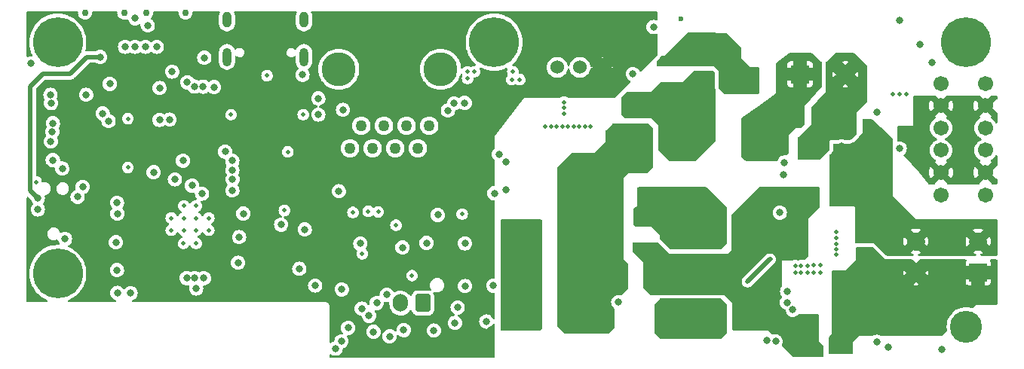
<source format=gbr>
%TF.GenerationSoftware,KiCad,Pcbnew,7.0.10*%
%TF.CreationDate,2025-01-28T22:59:33+01:00*%
%TF.ProjectId,BugWiperPCB,42756757-6970-4657-9250-43422e6b6963,rev?*%
%TF.SameCoordinates,Original*%
%TF.FileFunction,Copper,L3,Inr*%
%TF.FilePolarity,Positive*%
%FSLAX46Y46*%
G04 Gerber Fmt 4.6, Leading zero omitted, Abs format (unit mm)*
G04 Created by KiCad (PCBNEW 7.0.10) date 2025-01-28 22:59:33*
%MOMM*%
%LPD*%
G01*
G04 APERTURE LIST*
G04 Aperture macros list*
%AMRoundRect*
0 Rectangle with rounded corners*
0 $1 Rounding radius*
0 $2 $3 $4 $5 $6 $7 $8 $9 X,Y pos of 4 corners*
0 Add a 4 corners polygon primitive as box body*
4,1,4,$2,$3,$4,$5,$6,$7,$8,$9,$2,$3,0*
0 Add four circle primitives for the rounded corners*
1,1,$1+$1,$2,$3*
1,1,$1+$1,$4,$5*
1,1,$1+$1,$6,$7*
1,1,$1+$1,$8,$9*
0 Add four rect primitives between the rounded corners*
20,1,$1+$1,$2,$3,$4,$5,0*
20,1,$1+$1,$4,$5,$6,$7,0*
20,1,$1+$1,$6,$7,$8,$9,0*
20,1,$1+$1,$8,$9,$2,$3,0*%
G04 Aperture macros list end*
%TA.AperFunction,ComponentPad*%
%ADD10C,5.600000*%
%TD*%
%TA.AperFunction,ComponentPad*%
%ADD11C,1.701800*%
%TD*%
%TA.AperFunction,ComponentPad*%
%ADD12R,2.025000X2.025000*%
%TD*%
%TA.AperFunction,ComponentPad*%
%ADD13C,2.025000*%
%TD*%
%TA.AperFunction,ComponentPad*%
%ADD14C,1.270000*%
%TD*%
%TA.AperFunction,ComponentPad*%
%ADD15C,3.810000*%
%TD*%
%TA.AperFunction,ComponentPad*%
%ADD16O,1.000000X2.100000*%
%TD*%
%TA.AperFunction,ComponentPad*%
%ADD17O,1.000000X1.800000*%
%TD*%
%TA.AperFunction,ComponentPad*%
%ADD18R,2.100000X2.100000*%
%TD*%
%TA.AperFunction,ComponentPad*%
%ADD19C,2.100000*%
%TD*%
%TA.AperFunction,ComponentPad*%
%ADD20C,3.600000*%
%TD*%
%TA.AperFunction,ComponentPad*%
%ADD21RoundRect,0.250000X0.600000X0.750000X-0.600000X0.750000X-0.600000X-0.750000X0.600000X-0.750000X0*%
%TD*%
%TA.AperFunction,ComponentPad*%
%ADD22O,1.700000X2.000000*%
%TD*%
%TA.AperFunction,ComponentPad*%
%ADD23C,1.524000*%
%TD*%
%TA.AperFunction,ComponentPad*%
%ADD24C,0.750000*%
%TD*%
%TA.AperFunction,ViaPad*%
%ADD25C,0.800000*%
%TD*%
%TA.AperFunction,ViaPad*%
%ADD26C,0.500000*%
%TD*%
%TA.AperFunction,ViaPad*%
%ADD27C,0.600000*%
%TD*%
%TA.AperFunction,Conductor*%
%ADD28C,0.500000*%
%TD*%
G04 APERTURE END LIST*
D10*
%TO.N,N/C*%
%TO.C,H2*%
X163000000Y-64000000D03*
%TD*%
D11*
%TO.N,Net-(F2-Pad1)*%
%TO.C,J2*%
X213170001Y-81141601D03*
X218170001Y-81141601D03*
%TO.N,/GND2*%
X213170001Y-78641601D03*
X218170001Y-78641601D03*
%TO.N,EN_C2*%
X213170001Y-76141600D03*
X218170001Y-76141600D03*
%TO.N,EN_C1*%
X213170001Y-73641600D03*
X218170001Y-73641600D03*
%TO.N,/GND2*%
X213170001Y-71141600D03*
X218170001Y-71141600D03*
%TO.N,sw_1*%
X213170001Y-68641600D03*
X218170001Y-68641600D03*
%TD*%
D12*
%TO.N,/Power/Motor+*%
%TO.C,J6*%
X217346000Y-89888000D03*
D13*
X210346000Y-89888000D03*
%TO.N,/Power/Motor-*%
X217346000Y-86388000D03*
X210346000Y-86388000D03*
%TD*%
D14*
%TO.N,/ESP32-S3/GND3*%
%TO.C,J4*%
X155702000Y-73380700D03*
%TO.N,Net-(RN3C-R3.1)*%
X154432000Y-75920700D03*
%TO.N,Net-(RN3D-R4.1)*%
X153162000Y-73380700D03*
%TO.N,Net-(RN6-R1.1)*%
X151892000Y-75920700D03*
%TO.N,Net-(RN6-R2.1)*%
X150622000Y-73380700D03*
%TO.N,Net-(RN6-R3.1)*%
X149352000Y-75920700D03*
%TO.N,Net-(RN6-R4.1)*%
X148082000Y-73380700D03*
%TO.N,Net-(F1-Pad2)*%
X146812000Y-75920700D03*
D15*
%TO.N,/ESP32-S3/GND3*%
X156972000Y-67030700D03*
X145542000Y-67030700D03*
%TD*%
D10*
%TO.N,N/C*%
%TO.C,H3*%
X216000000Y-64000000D03*
%TD*%
%TO.N,N/C*%
%TO.C,H4*%
X114000000Y-90000000D03*
%TD*%
D16*
%TO.N,GND*%
%TO.C,J1*%
X141636400Y-65652800D03*
X132996400Y-65652800D03*
D17*
X141636400Y-61472800D03*
X132996400Y-61472800D03*
%TD*%
D18*
%TO.N,/Power/+VBat*%
%TO.C,J3*%
X197353000Y-67591500D03*
D19*
%TO.N,GND*%
X202433000Y-67591500D03*
%TD*%
D20*
%TO.N,Net-(C27-Pad1)*%
%TO.C,H5*%
X216000000Y-96000000D03*
%TD*%
D21*
%TO.N,GND*%
%TO.C,J7*%
X154990800Y-93319600D03*
D22*
%TO.N,sw_2*%
X152490800Y-93319600D03*
%TD*%
D23*
%TO.N,Net-(U6-+VIN)*%
%TO.C,U6*%
X170078400Y-66827400D03*
%TO.N,GND*%
X172618400Y-66827400D03*
%TO.N,+3.3V*%
X175158400Y-66827400D03*
%TD*%
D24*
%TO.N,GND*%
%TO.C,S1*%
X128336400Y-60694800D03*
X123936400Y-60694800D03*
%TD*%
D10*
%TO.N,N/C*%
%TO.C,H1*%
X114000000Y-64000000D03*
%TD*%
D24*
%TO.N,GND*%
%TO.C,S2*%
X121453000Y-60694800D03*
X117053000Y-60694800D03*
%TD*%
D25*
%TO.N,Boot*%
X111760000Y-81534000D03*
X118745000Y-65659000D03*
X124104400Y-62105000D03*
%TO.N,EN*%
X120523000Y-86487000D03*
X114808000Y-86106000D03*
%TO.N,sw_1*%
X157808712Y-71664564D03*
X212128000Y-66294000D03*
%TO.N,GND*%
X129387600Y-90525600D03*
D26*
X165354000Y-88214200D03*
X187985400Y-95097600D03*
X188620400Y-95097600D03*
X191389000Y-67411600D03*
X128168400Y-82397600D03*
X164084000Y-92659200D03*
X208534000Y-69850000D03*
D25*
X141732000Y-85039200D03*
D26*
X171272200Y-73507600D03*
D25*
X126847600Y-67310000D03*
D26*
X192024000Y-68046600D03*
X128168400Y-85140800D03*
X137500000Y-67750000D03*
X199593200Y-89077800D03*
X164084000Y-88214200D03*
X167259000Y-92659200D03*
X180771800Y-82194400D03*
X181406800Y-80924400D03*
X185242200Y-83540600D03*
X201955400Y-71501000D03*
X187985400Y-94462600D03*
X189484000Y-68681600D03*
X171907200Y-73507600D03*
D25*
X205943200Y-97688400D03*
D26*
X183337200Y-83540600D03*
X187985400Y-93827600D03*
X201955400Y-72136000D03*
X191389000Y-68681600D03*
D25*
X156236060Y-96405800D03*
D26*
X167894000Y-92659200D03*
X164719000Y-93294200D03*
X183972200Y-83540600D03*
X190119000Y-68046600D03*
X187350400Y-95732600D03*
D25*
X113225413Y-75152957D03*
D26*
X111556800Y-79705200D03*
X189484000Y-68046600D03*
X188620400Y-94462600D03*
X198882000Y-89916000D03*
X166624000Y-88214200D03*
X172542200Y-73507600D03*
X129540000Y-85140800D03*
X180771800Y-80924400D03*
X201955400Y-70866000D03*
X192024000Y-67411600D03*
X164719000Y-87579200D03*
X165354000Y-93294200D03*
X129540000Y-83769200D03*
X198805800Y-74726800D03*
X165100000Y-67310000D03*
X198805800Y-75361800D03*
X128117600Y-86614000D03*
X185877200Y-84175600D03*
X198170800Y-74726800D03*
X167894000Y-87579200D03*
X141558200Y-72136000D03*
X187985400Y-96367600D03*
D25*
X141478000Y-67665600D03*
D26*
X164719000Y-88214200D03*
X133451600Y-72136000D03*
X173177200Y-73507600D03*
X151982400Y-84559971D03*
X180771800Y-82829400D03*
X166624000Y-87579200D03*
X139827000Y-76327000D03*
X164719000Y-87579200D03*
X167259000Y-93294200D03*
X201320400Y-73406000D03*
D25*
X147966901Y-86639400D03*
D26*
X167259000Y-87579200D03*
X190754000Y-68681600D03*
X188620400Y-95732600D03*
X164719000Y-92659200D03*
X170840400Y-71374000D03*
X187350400Y-94462600D03*
X184607200Y-84175600D03*
X121875000Y-72593200D03*
X129540000Y-86614000D03*
D27*
X183997600Y-61366400D03*
D26*
X187350400Y-93827600D03*
D25*
X130454400Y-65735200D03*
D26*
X164084000Y-92659200D03*
X207772000Y-69850000D03*
X167894000Y-88214200D03*
X164084000Y-93294200D03*
D25*
X213233000Y-98552000D03*
D26*
X183870600Y-65176400D03*
X201955400Y-72771000D03*
X185140600Y-65176400D03*
X190754000Y-68046600D03*
D25*
X139082131Y-84503949D03*
D26*
X129540000Y-82397600D03*
D25*
X159715200Y-91414800D03*
X120680000Y-92172000D03*
X126542800Y-72694800D03*
D26*
X201320400Y-72136000D03*
X181406800Y-81559400D03*
X198170800Y-75361800D03*
X166624000Y-93294200D03*
X191389000Y-68046600D03*
X167894000Y-93294200D03*
X198882000Y-89077800D03*
X181406800Y-82829400D03*
X164719000Y-92659200D03*
X169367200Y-73507600D03*
X197459600Y-89941400D03*
X198170800Y-89103200D03*
X170840400Y-72009000D03*
X198170800Y-89941400D03*
X187350400Y-96367600D03*
X188620400Y-93827600D03*
X164084000Y-87579200D03*
X184505600Y-65176400D03*
X164719000Y-88214200D03*
X201422000Y-87884000D03*
X165354000Y-92659200D03*
X165989000Y-88214200D03*
X165862000Y-68199000D03*
D25*
X119037000Y-71995036D03*
X122682000Y-61305000D03*
D26*
X187985400Y-95732600D03*
X170002200Y-73507600D03*
X190119000Y-68681600D03*
X189484000Y-67411600D03*
X190119000Y-67411600D03*
D25*
X152845086Y-96355000D03*
D26*
X201422000Y-86004400D03*
X167259000Y-88214200D03*
D25*
X146608800Y-96113600D03*
D26*
X183235600Y-65176400D03*
X201955400Y-73406000D03*
X187350400Y-95097600D03*
X201320400Y-70866000D03*
X165354000Y-87579200D03*
X128168400Y-83769200D03*
X196799200Y-89941400D03*
X201422000Y-85344000D03*
X199593200Y-89916000D03*
X165989000Y-92659200D03*
X185242200Y-84175600D03*
X180771800Y-81559400D03*
X196799200Y-89103200D03*
X130962400Y-85140800D03*
D25*
X122174000Y-92202000D03*
D26*
X168732200Y-73507600D03*
X201422000Y-86664800D03*
X183337200Y-84175600D03*
X185877200Y-83540600D03*
D25*
X130403600Y-90525600D03*
D26*
X192024000Y-68681600D03*
X166624000Y-92659200D03*
X201320400Y-72771000D03*
X126746000Y-85140800D03*
X181406800Y-82194400D03*
D25*
X159715200Y-86614000D03*
X164338000Y-80556000D03*
D26*
X164084000Y-87579200D03*
X201320400Y-71501000D03*
X197459600Y-89103200D03*
X121869200Y-78079600D03*
X170637200Y-73507600D03*
D25*
X111760000Y-82804000D03*
D26*
X165989000Y-93294200D03*
X188620400Y-96367600D03*
D25*
X149456138Y-96551264D03*
D26*
X170840400Y-70739000D03*
D25*
X162115200Y-95402400D03*
D26*
X183972200Y-84175600D03*
X209296000Y-69850000D03*
D25*
X110998000Y-66395600D03*
D26*
X201422000Y-87274400D03*
X173812200Y-73507600D03*
X130962400Y-83769200D03*
X126746000Y-83769200D03*
X164973000Y-68199000D03*
X165989000Y-87579200D03*
D25*
X128473200Y-90518400D03*
D26*
X184607200Y-83540600D03*
X190754000Y-67411600D03*
X164719000Y-93294200D03*
%TO.N,+12V*%
X178917600Y-77825600D03*
X178917600Y-74015600D03*
X176199800Y-91465400D03*
X176199800Y-90830400D03*
X175564800Y-89560400D03*
X175615600Y-82092800D03*
X177647600Y-77825600D03*
X171729400Y-93268800D03*
X172364400Y-87579200D03*
X176199800Y-89560400D03*
X175133000Y-76327000D03*
X175133000Y-78232000D03*
X175615600Y-81457800D03*
X175133000Y-77597000D03*
D25*
X171958000Y-91364800D03*
D26*
X175615600Y-80822800D03*
X177647600Y-76555600D03*
D25*
X178562000Y-67564000D03*
D26*
X175564800Y-90830400D03*
X173634400Y-93268800D03*
X178917600Y-75285600D03*
X172999400Y-93268800D03*
X171729400Y-87579200D03*
X175133000Y-76962000D03*
X176199800Y-90195400D03*
X178917600Y-76555600D03*
D25*
X162891200Y-91364800D03*
X163525200Y-76606400D03*
D26*
X172364400Y-93268800D03*
X172999400Y-87579200D03*
X175564800Y-91465400D03*
X175564800Y-90195400D03*
X175768000Y-76327000D03*
X177647600Y-74015600D03*
X175768000Y-76962000D03*
X175768000Y-78232000D03*
D25*
X164338000Y-77419200D03*
D26*
X173634400Y-87579200D03*
X175768000Y-77597000D03*
X175615600Y-82727800D03*
X177647600Y-75285600D03*
%TO.N,/Power/+VBat*%
X195554600Y-74244200D03*
X195554600Y-76149200D03*
X194919600Y-73609200D03*
X194919600Y-74879200D03*
X194919600Y-75514200D03*
X194919600Y-76149200D03*
X195554600Y-73609200D03*
X195554600Y-75514200D03*
X195554600Y-74879200D03*
X194919600Y-74244200D03*
D25*
%TO.N,/ESP32-S3/ADC_VBat*%
X141122400Y-89458800D03*
X158899935Y-93819400D03*
%TO.N,EN_C1*%
X210820000Y-64262000D03*
%TO.N,Net-(CR1-IO_2)*%
X121557514Y-64509114D03*
X145567400Y-80746600D03*
X133604000Y-78359000D03*
X124764800Y-78613000D03*
%TO.N,EN_C2*%
X208483200Y-61518800D03*
%TO.N,Net-(U2-IS)*%
X196523057Y-94068000D03*
X194596285Y-97619085D03*
D26*
%TO.N,Net-(U3-IS)*%
X194005200Y-88392000D03*
X191439800Y-90906600D03*
D25*
X151256500Y-97055000D03*
X195072000Y-83159600D03*
%TO.N,Net-(CR1-IO_3)*%
X128066800Y-77317600D03*
X123850400Y-64516000D03*
D26*
X148851620Y-83014820D03*
D25*
X133604000Y-77325635D03*
D26*
%TO.N,Net-(CR1-IO_4)*%
X149974300Y-83070700D03*
D25*
X125120400Y-64516000D03*
X133604000Y-80645000D03*
X129082800Y-80113000D03*
D26*
%TO.N,+12V_HighSide*%
X180848000Y-87985600D03*
X182118000Y-90805000D03*
X179578000Y-87985600D03*
X196748400Y-87223600D03*
X182118000Y-90170000D03*
X196748400Y-86614000D03*
X181483000Y-90170000D03*
X197815200Y-97332800D03*
X192176400Y-93268800D03*
X196748400Y-84683600D03*
X192125600Y-84175600D03*
X196748400Y-85344000D03*
X196900800Y-81432400D03*
X182118000Y-89535000D03*
X196900800Y-82092800D03*
X197815200Y-96697800D03*
X196900800Y-80772000D03*
X190855600Y-84175600D03*
X190906400Y-93268800D03*
X181483000Y-87985600D03*
X181483000Y-90805000D03*
X191490600Y-84175600D03*
X182118000Y-91440000D03*
X181483000Y-91440000D03*
X198450200Y-96697800D03*
X198450200Y-97332800D03*
X181483000Y-89535000D03*
X180213000Y-87985600D03*
X196900800Y-82702400D03*
X191541400Y-93268800D03*
X196748400Y-86004400D03*
D25*
%TO.N,+3.3V*%
X176936400Y-93218000D03*
X162610800Y-96355000D03*
X162215600Y-85217118D03*
X111760000Y-84683600D03*
X120973314Y-62299314D03*
X133045200Y-90482000D03*
X130403600Y-67564000D03*
X150575901Y-87015699D03*
X150876000Y-66548000D03*
D26*
X178460400Y-61468000D03*
D25*
X134620003Y-90679000D03*
X150876000Y-67360800D03*
X137922000Y-72136000D03*
X115773200Y-71018400D03*
X112192129Y-73195000D03*
X133200000Y-68300000D03*
X156667200Y-84988400D03*
X133807200Y-90482000D03*
D26*
X177749200Y-61468000D03*
%TO.N,Enc1*%
X139446000Y-82905600D03*
D25*
X134823200Y-83261200D03*
%TO.N,Net-(CR1-IO_1)*%
X133623965Y-79417639D03*
X127152400Y-79413000D03*
D26*
X147144790Y-83139892D03*
D25*
X122682000Y-64516000D03*
%TO.N,IN_1*%
X125425200Y-72724600D03*
X125425200Y-69138800D03*
%TO.N,IN_4*%
X119837000Y-68681600D03*
X119700771Y-72849400D03*
%TO.N,OUT1*%
X152704800Y-87071200D03*
X132791200Y-76301600D03*
D26*
%TO.N,OUT2*%
X148183600Y-87782400D03*
D25*
X134366000Y-85902800D03*
%TO.N,/ESP32-S3/M_IS1*%
X150946286Y-92380025D03*
X156667200Y-83413600D03*
%TO.N,/ESP32-S3/M_IS2*%
X155397200Y-86563200D03*
X148132800Y-93954800D03*
X149817434Y-93314063D03*
X145894829Y-91793532D03*
%TO.N,/ESP32-S3/M_INH1*%
X193590566Y-97493434D03*
X195862722Y-93246722D03*
X129370783Y-68985830D03*
X134239000Y-88782000D03*
X130200400Y-81026000D03*
X148956000Y-94754800D03*
%TO.N,/ESP32-S3/M_IN2*%
X130320775Y-68990404D03*
X195580000Y-77520800D03*
%TO.N,/ESP32-S3/M_IN1*%
X145859500Y-97624900D03*
X131533900Y-69050942D03*
X195896681Y-92010681D03*
X142900400Y-91351000D03*
%TO.N,A_INA*%
X129540000Y-91694000D03*
X158600339Y-95554800D03*
%TO.N,/ESP32-S3/ADC_NTC*%
X207289400Y-98272600D03*
X145186400Y-98450400D03*
D26*
%TO.N,Net-(CR2-IO_1)*%
X153779712Y-90230025D03*
X159410400Y-83312000D03*
D25*
%TO.N,sw_2*%
X163017200Y-80975200D03*
D26*
%TO.N,/Power/+VBat\u002A*%
X180040008Y-69959442D03*
X182168800Y-75793600D03*
X183464200Y-69900800D03*
X184099200Y-69900800D03*
X184734200Y-69900800D03*
X182168800Y-76428600D03*
X182168800Y-75158600D03*
X185369200Y-69900800D03*
X178770008Y-69959442D03*
X179405008Y-69959442D03*
X178135008Y-69959442D03*
X182168800Y-74523600D03*
%TO.N,/Power/Motor+*%
X205689200Y-96418400D03*
X203149200Y-96418400D03*
X201879200Y-92608400D03*
X204419200Y-91338400D03*
X204419200Y-96418400D03*
X204419200Y-92608400D03*
X203149200Y-93878400D03*
X201879200Y-90068400D03*
X205689200Y-95148400D03*
X201879200Y-95148400D03*
X203149200Y-92608400D03*
X204419200Y-93878400D03*
X205689200Y-90068400D03*
X201879200Y-93878400D03*
X203149200Y-91338400D03*
X203149200Y-90068400D03*
X205689200Y-91338400D03*
X204419200Y-90068400D03*
X203149200Y-95148400D03*
X205689200Y-93878400D03*
X201879200Y-91338400D03*
X205689200Y-92608400D03*
X204419200Y-95148400D03*
X201879200Y-96418400D03*
%TO.N,/Power/Motor-*%
X205790800Y-79349600D03*
X205790800Y-76809600D03*
X204520800Y-75539600D03*
X204520800Y-76809600D03*
X203250800Y-75539600D03*
X203250800Y-78079600D03*
X204520800Y-80619600D03*
X204520800Y-79349600D03*
X201980800Y-78079600D03*
X201980800Y-79349600D03*
X201980800Y-81889600D03*
X203250800Y-81889600D03*
X201980800Y-80619600D03*
X203250800Y-80619600D03*
X204520800Y-78079600D03*
X204520800Y-81889600D03*
X205790800Y-75539600D03*
X205790800Y-80619600D03*
X201980800Y-76809600D03*
X201980800Y-75539600D03*
X203250800Y-76809600D03*
X205790800Y-81889600D03*
X205790800Y-78079600D03*
X203250800Y-79349600D03*
D25*
%TO.N,Net-(JP4-C)*%
X146024600Y-71602600D03*
%TO.N,Net-(JP1-C)*%
X205994000Y-71882000D03*
X208534000Y-75946000D03*
%TO.N,Enc_1*%
X159698898Y-70818771D03*
%TO.N,Enc_2*%
X158496000Y-70864564D03*
X180882002Y-62293600D03*
%TO.N,SD_CS*%
X120650000Y-82042000D03*
X113241660Y-70848953D03*
%TO.N,MOSI*%
X113454622Y-73095278D03*
X120700800Y-83261200D03*
%TO.N,CLK*%
X116789200Y-80264000D03*
X113388297Y-74042963D03*
%TO.N,MISO*%
X116230400Y-81381600D03*
X113439400Y-77243987D03*
%TO.N,DAT2*%
X113182400Y-69900800D03*
X117195600Y-69900800D03*
%TO.N,DAT1*%
X114503200Y-78202000D03*
%TO.N,/ESP32-S3/M_INH2*%
X195444441Y-78858441D03*
X143256000Y-72136000D03*
X143256000Y-70320000D03*
X128548250Y-68510493D03*
%TO.N,SD_DET*%
X120650000Y-89611200D03*
D26*
%TO.N,/GND2*%
X210312000Y-75184000D03*
X209550000Y-75184000D03*
X210312000Y-74422000D03*
%TO.N,/ESP32-S3/GND3*%
X160020000Y-68072000D03*
X160020000Y-67310000D03*
X160782000Y-67310000D03*
%TD*%
D28*
%TO.N,Boot*%
X117271800Y-65659000D02*
X115366800Y-67564000D01*
X112318800Y-67564000D02*
X110896400Y-68986400D01*
X110896400Y-80670400D02*
X111760000Y-81534000D01*
X110896400Y-68986400D02*
X110896400Y-80670400D01*
X118745000Y-65659000D02*
X117271800Y-65659000D01*
X115366800Y-67564000D02*
X112318800Y-67564000D01*
%TO.N,Net-(U3-IS)*%
X193954400Y-88392000D02*
X191439800Y-90906600D01*
%TD*%
%TA.AperFunction,Conductor*%
%TO.N,GND*%
G36*
X168316077Y-83941285D02*
G01*
X168336719Y-83957919D01*
X168365681Y-83986881D01*
X168399166Y-84048204D01*
X168402000Y-84074562D01*
X168402000Y-96062238D01*
X168382315Y-96129277D01*
X168365681Y-96149919D01*
X168133519Y-96382081D01*
X168072196Y-96415566D01*
X168045838Y-96418400D01*
X163852400Y-96418400D01*
X163785361Y-96398715D01*
X163739606Y-96345911D01*
X163728400Y-96294400D01*
X163728400Y-84045600D01*
X163748085Y-83978561D01*
X163800889Y-83932806D01*
X163852400Y-83921600D01*
X168249038Y-83921600D01*
X168316077Y-83941285D01*
G37*
%TD.AperFunction*%
%TD*%
%TA.AperFunction,Conductor*%
%TO.N,GND*%
G36*
X188483677Y-92831285D02*
G01*
X188504319Y-92847919D01*
X189092081Y-93435681D01*
X189125566Y-93497004D01*
X189128400Y-93523362D01*
X189128400Y-96668908D01*
X189108715Y-96735947D01*
X189088507Y-96760024D01*
X188503624Y-97299916D01*
X188441011Y-97330923D01*
X188419517Y-97332800D01*
X181661362Y-97332800D01*
X181594323Y-97313115D01*
X181573681Y-97296481D01*
X181036719Y-96759519D01*
X181003234Y-96698196D01*
X181000400Y-96671838D01*
X181000400Y-93520482D01*
X181020085Y-93453443D01*
X181033280Y-93436379D01*
X181573176Y-92851493D01*
X181633112Y-92815584D01*
X181664292Y-92811600D01*
X188416638Y-92811600D01*
X188483677Y-92831285D01*
G37*
%TD.AperFunction*%
%TD*%
%TA.AperFunction,Conductor*%
%TO.N,GND*%
G36*
X187903039Y-62884685D02*
G01*
X187948794Y-62937489D01*
X187960000Y-62989000D01*
X187960000Y-62992000D01*
X185674000Y-62992000D01*
X184785000Y-63881000D01*
X184785000Y-66675000D01*
X181353000Y-66675000D01*
X181285961Y-66655315D01*
X181240206Y-66602511D01*
X181229000Y-66551000D01*
X181229000Y-66156824D01*
X181248685Y-66089785D01*
X181265315Y-66069147D01*
X181606413Y-65728050D01*
X181635423Y-65695753D01*
X181652057Y-65675111D01*
X181671042Y-65649560D01*
X181693172Y-65602880D01*
X181739678Y-65550736D01*
X181805218Y-65532000D01*
X182118000Y-65532000D01*
X184748681Y-62901319D01*
X184810004Y-62867834D01*
X184836362Y-62865000D01*
X187836000Y-62865000D01*
X187903039Y-62884685D01*
G37*
%TD.AperFunction*%
%TA.AperFunction,Conductor*%
G36*
X187706000Y-66675000D02*
G01*
X184785000Y-66675000D01*
X184912000Y-66548000D01*
X187579000Y-66548000D01*
X187706000Y-66675000D01*
G37*
%TD.AperFunction*%
%TD*%
%TA.AperFunction,Conductor*%
%TO.N,/Power/+VBat\u002A*%
G36*
X187594677Y-67202685D02*
G01*
X187615319Y-67219319D01*
X187772181Y-67376181D01*
X187805666Y-67437504D01*
X187808500Y-67463862D01*
X187808500Y-69163638D01*
X187810824Y-69206996D01*
X187813658Y-69233351D01*
X187818299Y-69264835D01*
X187818301Y-69264843D01*
X187821272Y-69273168D01*
X187824247Y-69281508D01*
X187825788Y-69285825D01*
X187833000Y-69327497D01*
X187833000Y-75081838D01*
X187813315Y-75148877D01*
X187796681Y-75169519D01*
X185659519Y-77306681D01*
X185598196Y-77340166D01*
X185571838Y-77343000D01*
X182677362Y-77343000D01*
X182610323Y-77323315D01*
X182589681Y-77306681D01*
X181443119Y-76160119D01*
X181409634Y-76098796D01*
X181406800Y-76072438D01*
X181406800Y-73329800D01*
X180594000Y-72517000D01*
X177724362Y-72517000D01*
X177657323Y-72497315D01*
X177636681Y-72480681D01*
X177328319Y-72172319D01*
X177294834Y-72110996D01*
X177292000Y-72084638D01*
X177292000Y-70280032D01*
X177311685Y-70212993D01*
X177325534Y-70195227D01*
X177897215Y-69585380D01*
X177957425Y-69549933D01*
X177987514Y-69546185D01*
X180538285Y-69542762D01*
X181776547Y-68507276D01*
X181840602Y-68479371D01*
X181856093Y-68478400D01*
X184124600Y-68478400D01*
X185383681Y-67219319D01*
X185445004Y-67185834D01*
X185471362Y-67183000D01*
X187527638Y-67183000D01*
X187594677Y-67202685D01*
G37*
%TD.AperFunction*%
%TD*%
%TA.AperFunction,Conductor*%
%TO.N,+12V*%
G36*
X180355677Y-73171685D02*
G01*
X180376319Y-73188319D01*
X180811681Y-73623681D01*
X180845166Y-73685004D01*
X180848000Y-73711362D01*
X180848000Y-77926638D01*
X180828315Y-77993677D01*
X180811681Y-78014319D01*
X180122319Y-78703681D01*
X180060996Y-78737166D01*
X180034638Y-78740000D01*
X178053999Y-78740000D01*
X177546000Y-79247999D01*
X177546000Y-88392000D01*
X178017681Y-88863681D01*
X178051166Y-88925004D01*
X178054000Y-88951362D01*
X178054000Y-91642637D01*
X178034315Y-91709676D01*
X178017681Y-91730318D01*
X177318692Y-92429306D01*
X177257369Y-92462791D01*
X177190059Y-92458667D01*
X177115655Y-92432632D01*
X177115651Y-92432631D01*
X177115647Y-92432630D01*
X176936404Y-92412435D01*
X176936396Y-92412435D01*
X176757150Y-92432630D01*
X176757145Y-92432631D01*
X176586876Y-92492211D01*
X176434137Y-92588184D01*
X176306584Y-92715737D01*
X176210611Y-92868476D01*
X176151031Y-93038745D01*
X176151030Y-93038750D01*
X176130835Y-93217996D01*
X176130835Y-93218003D01*
X176151030Y-93397249D01*
X176151031Y-93397254D01*
X176210611Y-93567523D01*
X176306584Y-93720262D01*
X176434140Y-93847818D01*
X176471971Y-93871588D01*
X176518263Y-93923922D01*
X176530000Y-93976582D01*
X176530000Y-95960638D01*
X176510315Y-96027677D01*
X176493681Y-96048319D01*
X175804319Y-96737681D01*
X175742996Y-96771166D01*
X175716638Y-96774000D01*
X170993362Y-96774000D01*
X170926323Y-96754315D01*
X170905681Y-96737681D01*
X170114719Y-95946719D01*
X170081234Y-95885396D01*
X170078400Y-95859038D01*
X170078400Y-78130962D01*
X170098085Y-78063923D01*
X170114719Y-78043281D01*
X171667681Y-76490319D01*
X171729004Y-76456834D01*
X171755362Y-76454000D01*
X174244000Y-76454000D01*
X175514000Y-75184000D01*
X175514000Y-73965362D01*
X175533685Y-73898323D01*
X175550319Y-73877681D01*
X176239681Y-73188319D01*
X176301004Y-73154834D01*
X176327362Y-73152000D01*
X180288638Y-73152000D01*
X180355677Y-73171685D01*
G37*
%TD.AperFunction*%
%TD*%
%TA.AperFunction,Conductor*%
%TO.N,GND*%
G36*
X189118677Y-63011685D02*
G01*
X189139319Y-63028319D01*
X190717681Y-64606681D01*
X190751166Y-64668004D01*
X190754000Y-64694362D01*
X190754000Y-65786000D01*
X191770000Y-66802000D01*
X192607638Y-66802000D01*
X192674677Y-66821685D01*
X192695319Y-66838319D01*
X192749681Y-66892681D01*
X192783166Y-66954004D01*
X192786000Y-66980362D01*
X192786000Y-69544638D01*
X192766315Y-69611677D01*
X192749681Y-69632319D01*
X192568319Y-69813681D01*
X192506996Y-69847166D01*
X192480638Y-69850000D01*
X188900362Y-69850000D01*
X188833323Y-69830315D01*
X188812681Y-69813681D01*
X188250319Y-69251319D01*
X188216834Y-69189996D01*
X188214000Y-69163638D01*
X188214000Y-67183000D01*
X187706000Y-66675000D01*
X187579000Y-66548000D01*
X184912000Y-66548000D01*
X184785000Y-66675000D01*
X184785000Y-63881000D01*
X185674000Y-62992000D01*
X187960000Y-62992000D01*
X189051638Y-62992000D01*
X189118677Y-63011685D01*
G37*
%TD.AperFunction*%
%TD*%
%TA.AperFunction,Conductor*%
%TO.N,+12V_HighSide*%
G36*
X199485439Y-80283685D02*
G01*
X199531194Y-80336489D01*
X199542400Y-80388000D01*
X199542400Y-82447838D01*
X199522715Y-82514877D01*
X199506081Y-82535519D01*
X198272400Y-83769199D01*
X198272400Y-87985037D01*
X198252715Y-88052076D01*
X198236081Y-88072718D01*
X197839330Y-88469469D01*
X197778007Y-88502954D01*
X197708315Y-88497970D01*
X197694028Y-88491586D01*
X197691965Y-88490504D01*
X197538585Y-88452700D01*
X197380615Y-88452700D01*
X197227235Y-88490503D01*
X197187025Y-88511608D01*
X197118517Y-88525332D01*
X197071775Y-88511608D01*
X197031564Y-88490503D01*
X196878185Y-88452700D01*
X196720215Y-88452700D01*
X196720214Y-88452700D01*
X196566836Y-88490503D01*
X196528510Y-88510619D01*
X196491208Y-88530196D01*
X196433583Y-88544400D01*
X195351400Y-88544400D01*
X195351400Y-91372522D01*
X195331715Y-91439561D01*
X195315081Y-91460203D01*
X195266865Y-91508418D01*
X195170892Y-91661157D01*
X195111312Y-91831426D01*
X195111311Y-91831431D01*
X195091116Y-92010677D01*
X195091116Y-92010684D01*
X195111311Y-92189930D01*
X195111312Y-92189935D01*
X195170892Y-92360204D01*
X195266865Y-92512943D01*
X195277963Y-92524041D01*
X195311448Y-92585364D01*
X195306464Y-92655056D01*
X195277963Y-92699403D01*
X195232906Y-92744459D01*
X195136933Y-92897198D01*
X195077353Y-93067467D01*
X195077352Y-93067472D01*
X195057157Y-93246718D01*
X195057157Y-93246725D01*
X195077352Y-93425971D01*
X195077353Y-93425976D01*
X195136933Y-93596245D01*
X195219263Y-93727272D01*
X195232906Y-93748984D01*
X195360460Y-93876538D01*
X195513200Y-93972511D01*
X195641134Y-94017277D01*
X195697909Y-94057997D01*
X195723399Y-94120434D01*
X195737687Y-94247250D01*
X195737688Y-94247254D01*
X195797268Y-94417523D01*
X195858629Y-94515178D01*
X195893241Y-94570262D01*
X196020795Y-94697816D01*
X196173535Y-94793789D01*
X196235053Y-94815315D01*
X196343802Y-94853368D01*
X196343807Y-94853369D01*
X196523053Y-94873565D01*
X196523057Y-94873565D01*
X196523061Y-94873565D01*
X196702306Y-94853369D01*
X196702309Y-94853368D01*
X196702312Y-94853368D01*
X196872579Y-94793789D01*
X197025319Y-94697816D01*
X197097216Y-94625919D01*
X197158539Y-94592434D01*
X197184897Y-94589600D01*
X199342348Y-94589600D01*
X199409387Y-94609285D01*
X199455142Y-94662089D01*
X199466348Y-94713565D01*
X199467206Y-97730609D01*
X199467207Y-97730611D01*
X199899594Y-98057589D01*
X199941191Y-98113725D01*
X199948800Y-98156492D01*
X199948800Y-99240800D01*
X199929115Y-99307839D01*
X199876311Y-99353594D01*
X199824800Y-99364800D01*
X196556166Y-99364800D01*
X196489127Y-99345115D01*
X196464665Y-99324487D01*
X195345059Y-98100351D01*
X195314340Y-98037597D01*
X195321538Y-97975797D01*
X195319774Y-97975180D01*
X195381651Y-97798347D01*
X195381654Y-97798334D01*
X195401850Y-97619088D01*
X195401850Y-97619081D01*
X195381654Y-97439835D01*
X195381653Y-97439830D01*
X195337686Y-97314179D01*
X195322074Y-97269563D01*
X195320315Y-97266764D01*
X195269022Y-97185131D01*
X195226101Y-97116823D01*
X195098547Y-96989269D01*
X194945808Y-96893296D01*
X194775539Y-96833716D01*
X194775534Y-96833715D01*
X194596289Y-96813520D01*
X194596281Y-96813520D01*
X194417035Y-96833715D01*
X194417027Y-96833717D01*
X194319683Y-96867779D01*
X194249904Y-96871340D01*
X194189277Y-96836611D01*
X194187255Y-96834453D01*
X193783498Y-96393000D01*
X189862000Y-96393000D01*
X189794961Y-96373315D01*
X189749206Y-96320511D01*
X189738000Y-96269000D01*
X189738000Y-93319600D01*
X188823600Y-92405200D01*
X180569239Y-92405200D01*
X180502200Y-92385515D01*
X180481253Y-92368575D01*
X179766414Y-91648736D01*
X179733143Y-91587297D01*
X179730400Y-91561361D01*
X179730400Y-90899108D01*
X190784128Y-90899108D01*
X190784522Y-90899108D01*
X190784522Y-90906603D01*
X190792801Y-90974794D01*
X190793154Y-90978066D01*
X190799920Y-91049629D01*
X190800561Y-91052497D01*
X190802232Y-91058023D01*
X190803560Y-91063412D01*
X190829276Y-91131218D01*
X190830003Y-91133186D01*
X190855593Y-91204266D01*
X190857090Y-91207204D01*
X190858509Y-91209571D01*
X190859579Y-91211122D01*
X190859580Y-91211123D01*
X190894931Y-91262338D01*
X190902952Y-91273958D01*
X190903460Y-91274700D01*
X190947972Y-91340198D01*
X190947977Y-91340204D01*
X191008685Y-91393726D01*
X191008909Y-91393924D01*
X191069956Y-91448007D01*
X191071255Y-91448889D01*
X191071256Y-91448889D01*
X191071259Y-91448892D01*
X191140400Y-91484121D01*
X191141521Y-91484701D01*
X191207435Y-91519296D01*
X191207437Y-91519296D01*
X191207440Y-91519298D01*
X191208953Y-91519872D01*
X191214829Y-91522474D01*
X191217695Y-91523505D01*
X191217700Y-91523508D01*
X191279258Y-91537267D01*
X191289655Y-91539591D01*
X191292267Y-91540204D01*
X191360815Y-91557100D01*
X191360817Y-91557100D01*
X191368259Y-91558004D01*
X191368182Y-91558633D01*
X191370305Y-91558867D01*
X191370328Y-91558626D01*
X191378089Y-91559358D01*
X191378096Y-91559360D01*
X191448062Y-91557160D01*
X191451957Y-91557100D01*
X191518787Y-91557100D01*
X191526230Y-91556196D01*
X191526250Y-91556363D01*
X191541917Y-91554211D01*
X191542369Y-91554197D01*
X191606050Y-91535695D01*
X191610815Y-91534416D01*
X191672165Y-91519296D01*
X191673084Y-91518813D01*
X191696130Y-91509525D01*
X191700198Y-91508344D01*
X191754031Y-91476505D01*
X191759464Y-91473476D01*
X191812040Y-91445883D01*
X191815655Y-91442680D01*
X191834764Y-91428761D01*
X191841665Y-91424681D01*
X191883225Y-91383119D01*
X191888666Y-91377998D01*
X191930283Y-91341130D01*
X191935172Y-91334045D01*
X191949539Y-91316806D01*
X194274909Y-88991435D01*
X194304959Y-88969323D01*
X194377440Y-88931283D01*
X194495683Y-88826530D01*
X194585420Y-88696523D01*
X194641437Y-88548818D01*
X194660478Y-88392000D01*
X194641437Y-88235182D01*
X194585420Y-88087477D01*
X194495683Y-87957470D01*
X194377440Y-87852717D01*
X194377438Y-87852716D01*
X194377437Y-87852715D01*
X194237565Y-87779303D01*
X194084186Y-87741500D01*
X194084185Y-87741500D01*
X194039904Y-87741500D01*
X194023893Y-87739732D01*
X194023871Y-87739974D01*
X194016104Y-87739240D01*
X194016103Y-87739240D01*
X193946137Y-87741439D01*
X193942242Y-87741500D01*
X193926211Y-87741500D01*
X193925419Y-87741596D01*
X193914401Y-87742435D01*
X193851833Y-87744402D01*
X193851830Y-87744403D01*
X193694001Y-87790256D01*
X193693999Y-87790256D01*
X193693999Y-87790257D01*
X193552538Y-87873916D01*
X193552529Y-87873923D01*
X190996386Y-90430066D01*
X190990934Y-90435199D01*
X190949318Y-90472068D01*
X190949316Y-90472070D01*
X190916664Y-90519375D01*
X190912595Y-90524933D01*
X190875438Y-90572835D01*
X190875433Y-90572843D01*
X190872998Y-90578471D01*
X190861261Y-90599640D01*
X190859582Y-90602071D01*
X190859580Y-90602076D01*
X190837863Y-90659336D01*
X190835725Y-90664605D01*
X190810165Y-90723674D01*
X190810163Y-90723680D01*
X190809796Y-90726000D01*
X190804675Y-90745269D01*
X190803563Y-90749779D01*
X190795729Y-90814291D01*
X190795110Y-90818713D01*
X190792313Y-90836377D01*
X190784453Y-90886006D01*
X190784208Y-90893805D01*
X190784197Y-90893804D01*
X190784128Y-90899108D01*
X179730400Y-90899108D01*
X179730400Y-88747599D01*
X179730399Y-88747598D01*
X178608506Y-87584026D01*
X178576144Y-87522102D01*
X178573772Y-87498465D01*
X178570205Y-86611499D01*
X178589620Y-86544381D01*
X178642239Y-86498414D01*
X178694204Y-86487000D01*
X181268856Y-86487000D01*
X181335895Y-86506685D01*
X181354729Y-86521547D01*
X182668141Y-87782400D01*
X189230000Y-87782400D01*
X189636400Y-87376000D01*
X189636400Y-83464962D01*
X189656085Y-83397923D01*
X189672719Y-83377281D01*
X189890397Y-83159603D01*
X194266435Y-83159603D01*
X194286630Y-83338849D01*
X194286631Y-83338854D01*
X194346211Y-83509123D01*
X194415462Y-83619334D01*
X194442184Y-83661862D01*
X194569738Y-83789416D01*
X194631566Y-83828265D01*
X194720095Y-83883892D01*
X194722478Y-83885389D01*
X194858128Y-83932855D01*
X194892745Y-83944968D01*
X194892750Y-83944969D01*
X195071996Y-83965165D01*
X195072000Y-83965165D01*
X195072004Y-83965165D01*
X195251249Y-83944969D01*
X195251252Y-83944968D01*
X195251255Y-83944968D01*
X195421522Y-83885389D01*
X195574262Y-83789416D01*
X195701816Y-83661862D01*
X195797789Y-83509122D01*
X195857368Y-83338855D01*
X195858912Y-83325150D01*
X195877565Y-83159603D01*
X195877565Y-83159596D01*
X195857369Y-82980350D01*
X195857368Y-82980345D01*
X195830507Y-82903581D01*
X195797789Y-82810078D01*
X195793972Y-82804004D01*
X195730184Y-82702485D01*
X195701816Y-82657338D01*
X195574262Y-82529784D01*
X195540370Y-82508488D01*
X195421523Y-82433811D01*
X195251254Y-82374231D01*
X195251249Y-82374230D01*
X195072004Y-82354035D01*
X195071996Y-82354035D01*
X194892750Y-82374230D01*
X194892745Y-82374231D01*
X194722476Y-82433811D01*
X194569737Y-82529784D01*
X194442184Y-82657337D01*
X194346211Y-82810076D01*
X194286631Y-82980345D01*
X194286630Y-82980350D01*
X194266435Y-83159596D01*
X194266435Y-83159603D01*
X189890397Y-83159603D01*
X192749681Y-80300319D01*
X192811004Y-80266834D01*
X192837362Y-80264000D01*
X199418400Y-80264000D01*
X199485439Y-80283685D01*
G37*
%TD.AperFunction*%
%TD*%
%TA.AperFunction,Conductor*%
%TO.N,GND*%
G36*
X203463955Y-65221485D02*
G01*
X203485195Y-65238721D01*
X204866086Y-66638790D01*
X204899145Y-66700339D01*
X204901800Y-66725861D01*
X204901800Y-70591306D01*
X204882115Y-70658345D01*
X204869407Y-70674877D01*
X204653236Y-70911834D01*
X203708000Y-71947959D01*
X203708000Y-70993000D01*
X203327000Y-70612000D01*
X199263000Y-70612000D01*
X199766950Y-70039948D01*
X200202799Y-69545202D01*
X200202800Y-69545199D01*
X200202800Y-69087043D01*
X200207824Y-69052106D01*
X200210873Y-69041719D01*
X200210872Y-69041719D01*
X200210874Y-69041716D01*
X200216440Y-69003002D01*
X202082157Y-69003002D01*
X202312851Y-69041500D01*
X202553145Y-69041500D01*
X202553151Y-69041499D01*
X202783841Y-69003002D01*
X202433001Y-68652160D01*
X202433000Y-68652160D01*
X202082157Y-69003002D01*
X200216440Y-69003002D01*
X200227300Y-68927470D01*
X200227300Y-67591505D01*
X200978031Y-67591505D01*
X200997874Y-67830976D01*
X201025150Y-67938688D01*
X201287344Y-67676495D01*
X201733000Y-67676495D01*
X201773682Y-67841546D01*
X201852680Y-67992066D01*
X201965405Y-68119306D01*
X202105305Y-68215871D01*
X202264249Y-68276151D01*
X202390660Y-68291500D01*
X202475340Y-68291500D01*
X202601751Y-68276151D01*
X202760695Y-68215871D01*
X202900595Y-68119306D01*
X203013320Y-67992066D01*
X203092318Y-67841546D01*
X203133000Y-67676495D01*
X203133000Y-67591500D01*
X203493660Y-67591500D01*
X203840848Y-67938687D01*
X203840849Y-67938687D01*
X203868122Y-67830991D01*
X203868126Y-67830971D01*
X203887969Y-67591505D01*
X203887969Y-67591494D01*
X203868126Y-67352028D01*
X203868124Y-67352019D01*
X203840848Y-67244311D01*
X203493660Y-67591500D01*
X203133000Y-67591500D01*
X203133000Y-67506505D01*
X203092318Y-67341454D01*
X203013320Y-67190934D01*
X202900595Y-67063694D01*
X202760695Y-66967129D01*
X202601751Y-66906849D01*
X202475340Y-66891500D01*
X202390660Y-66891500D01*
X202264249Y-66906849D01*
X202105305Y-66967129D01*
X201965405Y-67063694D01*
X201852680Y-67190934D01*
X201773682Y-67341454D01*
X201733000Y-67506505D01*
X201733000Y-67676495D01*
X201287344Y-67676495D01*
X201372339Y-67591500D01*
X201372339Y-67591499D01*
X201025150Y-67244310D01*
X200997874Y-67352023D01*
X200978031Y-67591494D01*
X200978031Y-67591505D01*
X200227300Y-67591505D01*
X200227300Y-66297693D01*
X200226252Y-66281404D01*
X200241591Y-66213241D01*
X200263860Y-66184244D01*
X200268261Y-66179995D01*
X202082156Y-66179995D01*
X202433000Y-66530839D01*
X202433001Y-66530839D01*
X202783842Y-66179996D01*
X202783842Y-66179995D01*
X202553149Y-66141500D01*
X202312851Y-66141500D01*
X202082156Y-66179995D01*
X200268261Y-66179995D01*
X201245356Y-65236593D01*
X201307257Y-65204190D01*
X201331486Y-65201800D01*
X203396916Y-65201800D01*
X203463955Y-65221485D01*
G37*
%TD.AperFunction*%
%TD*%
%TA.AperFunction,Conductor*%
%TO.N,/Power/Motor-*%
G36*
X205401648Y-72612885D02*
G01*
X205420364Y-72627634D01*
X205513911Y-72717200D01*
X207302312Y-74429499D01*
X207733755Y-74842582D01*
X207768565Y-74903163D01*
X207772000Y-74932148D01*
X207772000Y-75678892D01*
X207765042Y-75719846D01*
X207748632Y-75766742D01*
X207748630Y-75766750D01*
X207728435Y-75945996D01*
X207728435Y-75946003D01*
X207748630Y-76125251D01*
X207765041Y-76172148D01*
X207772000Y-76213103D01*
X207772000Y-81280001D01*
X210261200Y-83870800D01*
X219375500Y-83870800D01*
X219442539Y-83890485D01*
X219488294Y-83943289D01*
X219499500Y-83994800D01*
X219499500Y-87887000D01*
X219479815Y-87954039D01*
X219427011Y-87999794D01*
X219375500Y-88011000D01*
X217698047Y-88011000D01*
X217631008Y-87991315D01*
X217585253Y-87938511D01*
X217575309Y-87869353D01*
X217604334Y-87805797D01*
X217663112Y-87768023D01*
X217677637Y-87764691D01*
X217693940Y-87761970D01*
X217915333Y-87685965D01*
X217929300Y-87678406D01*
X217342531Y-87091636D01*
X217329350Y-87100443D01*
X217326315Y-87110782D01*
X217309681Y-87131424D01*
X216762698Y-87678406D01*
X216776661Y-87685963D01*
X216998059Y-87761970D01*
X217014363Y-87764691D01*
X217077248Y-87795142D01*
X217113687Y-87854756D01*
X217112112Y-87924608D01*
X217073022Y-87982520D01*
X217008828Y-88010105D01*
X216993953Y-88011000D01*
X210698047Y-88011000D01*
X210631008Y-87991315D01*
X210585253Y-87938511D01*
X210575309Y-87869353D01*
X210604334Y-87805797D01*
X210663112Y-87768023D01*
X210677637Y-87764691D01*
X210693940Y-87761970D01*
X210915333Y-87685965D01*
X210929300Y-87678406D01*
X210342531Y-87091636D01*
X210329350Y-87100443D01*
X210326315Y-87110782D01*
X210309681Y-87131424D01*
X209762698Y-87678406D01*
X209776661Y-87685963D01*
X209998059Y-87761970D01*
X210014363Y-87764691D01*
X210077248Y-87795142D01*
X210113687Y-87854756D01*
X210112112Y-87924608D01*
X210073022Y-87982520D01*
X210008828Y-88010105D01*
X209993953Y-88011000D01*
X207112807Y-88011000D01*
X207045768Y-87991315D01*
X207024353Y-87973902D01*
X205638400Y-86563200D01*
X203628800Y-86563200D01*
X203561761Y-86543515D01*
X203516006Y-86490711D01*
X203504800Y-86439200D01*
X203504800Y-86388000D01*
X208928659Y-86388000D01*
X208947989Y-86621283D01*
X209005453Y-86848208D01*
X209058270Y-86968621D01*
X209556932Y-86469960D01*
X209671000Y-86469960D01*
X209710228Y-86629116D01*
X209786406Y-86774260D01*
X209895104Y-86896956D01*
X210030008Y-86990073D01*
X210183275Y-87048200D01*
X210305166Y-87063000D01*
X210386834Y-87063000D01*
X210508725Y-87048200D01*
X210661992Y-86990073D01*
X210796896Y-86896956D01*
X210905594Y-86774260D01*
X210981772Y-86629116D01*
X211021000Y-86469960D01*
X211021000Y-86384531D01*
X211049636Y-86384531D01*
X211633727Y-86968621D01*
X211686546Y-86848207D01*
X211744010Y-86621283D01*
X211763341Y-86388000D01*
X215928659Y-86388000D01*
X215947989Y-86621283D01*
X216005453Y-86848208D01*
X216058270Y-86968621D01*
X216556932Y-86469960D01*
X216671000Y-86469960D01*
X216710228Y-86629116D01*
X216786406Y-86774260D01*
X216895104Y-86896956D01*
X217030008Y-86990073D01*
X217183275Y-87048200D01*
X217305166Y-87063000D01*
X217386834Y-87063000D01*
X217508725Y-87048200D01*
X217661992Y-86990073D01*
X217796896Y-86896956D01*
X217905594Y-86774260D01*
X217981772Y-86629116D01*
X218021000Y-86469960D01*
X218021000Y-86384531D01*
X218049636Y-86384531D01*
X218633727Y-86968621D01*
X218686546Y-86848207D01*
X218744010Y-86621283D01*
X218763341Y-86388000D01*
X218763341Y-86387994D01*
X218744010Y-86154716D01*
X218686545Y-85927789D01*
X218633728Y-85807378D01*
X218633727Y-85807377D01*
X218089423Y-86351681D01*
X218061339Y-86367015D01*
X218049636Y-86384531D01*
X218021000Y-86384531D01*
X218021000Y-86306040D01*
X217981772Y-86146884D01*
X217905594Y-86001740D01*
X217796896Y-85879044D01*
X217661992Y-85785927D01*
X217508725Y-85727800D01*
X217386834Y-85713000D01*
X217305166Y-85713000D01*
X217183275Y-85727800D01*
X217030008Y-85785927D01*
X216895104Y-85879044D01*
X216786406Y-86001740D01*
X216710228Y-86146884D01*
X216671000Y-86306040D01*
X216671000Y-86469960D01*
X216556932Y-86469960D01*
X216638892Y-86388000D01*
X216638893Y-86387999D01*
X216638892Y-86387998D01*
X216058271Y-85807378D01*
X216005453Y-85927791D01*
X215947989Y-86154716D01*
X215928659Y-86387994D01*
X215928659Y-86388000D01*
X211763341Y-86388000D01*
X211763341Y-86387994D01*
X211744010Y-86154716D01*
X211686545Y-85927789D01*
X211633728Y-85807378D01*
X211633727Y-85807377D01*
X211089424Y-86351681D01*
X211061339Y-86367016D01*
X211049636Y-86384531D01*
X211021000Y-86384531D01*
X211021000Y-86306040D01*
X210981772Y-86146884D01*
X210905594Y-86001740D01*
X210796896Y-85879044D01*
X210661992Y-85785927D01*
X210508725Y-85727800D01*
X210386834Y-85713000D01*
X210305166Y-85713000D01*
X210183275Y-85727800D01*
X210030008Y-85785927D01*
X209895104Y-85879044D01*
X209786406Y-86001740D01*
X209710228Y-86146884D01*
X209671000Y-86306040D01*
X209671000Y-86469960D01*
X209556932Y-86469960D01*
X209638892Y-86388000D01*
X209638893Y-86387999D01*
X209638892Y-86387998D01*
X209058271Y-85807378D01*
X209005453Y-85927791D01*
X208947989Y-86154716D01*
X208928659Y-86387994D01*
X208928659Y-86388000D01*
X203504800Y-86388000D01*
X203504800Y-85097592D01*
X209762697Y-85097592D01*
X210345998Y-85680892D01*
X210345999Y-85680893D01*
X210346000Y-85680893D01*
X210346000Y-85680892D01*
X210929301Y-85097592D01*
X216762697Y-85097592D01*
X217345998Y-85680892D01*
X217345999Y-85680893D01*
X217346000Y-85680893D01*
X217346000Y-85680892D01*
X217929301Y-85097592D01*
X217929300Y-85097591D01*
X217915348Y-85090041D01*
X217915338Y-85090036D01*
X217693939Y-85014029D01*
X217463043Y-84975500D01*
X217228957Y-84975500D01*
X216998060Y-85014029D01*
X216776666Y-85090034D01*
X216776655Y-85090039D01*
X216762698Y-85097591D01*
X216762697Y-85097592D01*
X210929301Y-85097592D01*
X210929300Y-85097591D01*
X210915348Y-85090041D01*
X210915338Y-85090036D01*
X210693939Y-85014029D01*
X210463043Y-84975500D01*
X210228957Y-84975500D01*
X209998060Y-85014029D01*
X209776666Y-85090034D01*
X209776655Y-85090039D01*
X209762698Y-85097591D01*
X209762697Y-85097592D01*
X203504800Y-85097592D01*
X203504800Y-82499200D01*
X203454000Y-82448400D01*
X200784000Y-82448400D01*
X200716961Y-82428715D01*
X200671206Y-82375911D01*
X200660000Y-82324400D01*
X200660000Y-76697826D01*
X200679685Y-76630787D01*
X200696319Y-76610145D01*
X200730648Y-76575816D01*
X200910413Y-76396051D01*
X200939423Y-76363754D01*
X200956057Y-76343112D01*
X200975042Y-76317561D01*
X201029389Y-76202923D01*
X201049074Y-76135884D01*
X201065500Y-76021638D01*
X201065500Y-75510300D01*
X201085185Y-75443261D01*
X201137989Y-75397506D01*
X201189500Y-75386300D01*
X201615184Y-75386300D01*
X201623115Y-75385336D01*
X201712230Y-75374516D01*
X201769855Y-75360312D01*
X201861255Y-75325648D01*
X201879950Y-75315835D01*
X201907899Y-75305234D01*
X201936437Y-75298201D01*
X201966104Y-75294600D01*
X201995494Y-75294600D01*
X202025162Y-75298201D01*
X202053698Y-75305234D01*
X202081645Y-75315834D01*
X202100344Y-75325648D01*
X202191745Y-75360312D01*
X202249371Y-75374516D01*
X202335908Y-75385023D01*
X202346416Y-75386300D01*
X202346417Y-75386300D01*
X202885184Y-75386300D01*
X202893115Y-75385336D01*
X202982230Y-75374516D01*
X203039855Y-75360312D01*
X203131255Y-75325648D01*
X203149950Y-75315835D01*
X203177904Y-75305233D01*
X203192145Y-75301724D01*
X203294311Y-75261201D01*
X203352316Y-75228485D01*
X203439839Y-75162023D01*
X203958413Y-74643450D01*
X203987423Y-74611153D01*
X204004057Y-74590511D01*
X204023042Y-74564960D01*
X204066303Y-74473704D01*
X204101510Y-74429502D01*
X204368400Y-74218800D01*
X204368400Y-72717200D01*
X204388085Y-72650161D01*
X204440889Y-72604406D01*
X204492400Y-72593200D01*
X205334609Y-72593200D01*
X205401648Y-72612885D01*
G37*
%TD.AperFunction*%
%TD*%
%TA.AperFunction,Conductor*%
%TO.N,/GND2*%
G36*
X213075381Y-70552005D02*
G01*
X213014179Y-70560063D01*
X212868976Y-70620209D01*
X212744287Y-70715886D01*
X212648610Y-70840574D01*
X212588464Y-70985778D01*
X212580406Y-71046980D01*
X211998402Y-70464976D01*
X211977847Y-70496439D01*
X211887917Y-70701459D01*
X211832958Y-70918490D01*
X211814471Y-71141594D01*
X211814471Y-71141605D01*
X211832958Y-71364709D01*
X211887917Y-71581740D01*
X211977845Y-71786756D01*
X211977846Y-71786758D01*
X211998403Y-71818222D01*
X212580406Y-71236219D01*
X212588464Y-71297422D01*
X212648610Y-71442625D01*
X212744287Y-71567314D01*
X212868976Y-71662991D01*
X213014179Y-71723137D01*
X213075381Y-71731194D01*
X212494504Y-72312070D01*
X212539967Y-72336674D01*
X212589557Y-72385894D01*
X212604665Y-72454110D01*
X212580494Y-72519666D01*
X212546121Y-72550291D01*
X212546345Y-72550611D01*
X212543626Y-72552514D01*
X212542956Y-72553112D01*
X212541913Y-72553714D01*
X212362548Y-72679306D01*
X212362542Y-72679311D01*
X212207712Y-72834141D01*
X212207707Y-72834147D01*
X212082119Y-73013505D01*
X212082117Y-73013509D01*
X211989579Y-73211959D01*
X211989575Y-73211968D01*
X211932906Y-73423461D01*
X211932904Y-73423472D01*
X211913821Y-73641598D01*
X211913821Y-73641601D01*
X211932904Y-73859727D01*
X211932906Y-73859738D01*
X211989575Y-74071231D01*
X211989577Y-74071235D01*
X211989578Y-74071239D01*
X212052431Y-74206028D01*
X212082117Y-74269690D01*
X212082119Y-74269694D01*
X212207707Y-74449052D01*
X212207712Y-74449058D01*
X212362542Y-74603888D01*
X212362548Y-74603893D01*
X212541906Y-74729481D01*
X212541908Y-74729482D01*
X212541911Y-74729484D01*
X212635343Y-74773051D01*
X212648566Y-74779218D01*
X212701005Y-74825390D01*
X212720157Y-74892584D01*
X212699941Y-74959465D01*
X212648566Y-75003982D01*
X212541910Y-75053716D01*
X212541906Y-75053718D01*
X212362548Y-75179306D01*
X212362542Y-75179311D01*
X212207712Y-75334141D01*
X212207707Y-75334147D01*
X212082119Y-75513505D01*
X212082117Y-75513509D01*
X211989579Y-75711959D01*
X211989575Y-75711968D01*
X211932906Y-75923461D01*
X211932904Y-75923472D01*
X211913821Y-76141598D01*
X211913821Y-76141601D01*
X211932904Y-76359727D01*
X211932906Y-76359738D01*
X211989575Y-76571231D01*
X211989577Y-76571235D01*
X211989578Y-76571239D01*
X212052431Y-76706028D01*
X212082117Y-76769690D01*
X212082119Y-76769694D01*
X212207707Y-76949052D01*
X212207711Y-76949057D01*
X212362544Y-77103890D01*
X212541911Y-77229484D01*
X212541917Y-77229486D01*
X212542942Y-77230079D01*
X212543307Y-77230461D01*
X212546345Y-77232589D01*
X212545917Y-77233199D01*
X212591161Y-77280643D01*
X212604388Y-77349249D01*
X212578424Y-77414116D01*
X212539967Y-77446524D01*
X212494504Y-77471127D01*
X212494504Y-77471129D01*
X213075381Y-78052006D01*
X213014179Y-78060064D01*
X212868976Y-78120210D01*
X212744287Y-78215887D01*
X212648610Y-78340575D01*
X212588464Y-78485779D01*
X212580406Y-78546981D01*
X211998402Y-77964977D01*
X211977847Y-77996440D01*
X211887917Y-78201460D01*
X211832958Y-78418491D01*
X211814471Y-78641595D01*
X211814471Y-78641606D01*
X211832958Y-78864710D01*
X211887917Y-79081741D01*
X211977845Y-79286757D01*
X211977846Y-79286759D01*
X211998403Y-79318223D01*
X212580406Y-78736220D01*
X212588464Y-78797423D01*
X212648610Y-78942626D01*
X212744287Y-79067315D01*
X212868976Y-79162992D01*
X213014179Y-79223138D01*
X213075381Y-79231195D01*
X212494504Y-79812071D01*
X212501214Y-79858123D01*
X212491400Y-79927300D01*
X212445744Y-79980189D01*
X212378742Y-80000000D01*
X211944684Y-80000000D01*
X211877645Y-79980315D01*
X211852068Y-79958451D01*
X211778666Y-79876000D01*
X210679747Y-78641600D01*
X209008300Y-76764088D01*
X208978426Y-76700927D01*
X208987441Y-76631642D01*
X209030836Y-76580184D01*
X209030816Y-76580159D01*
X209030942Y-76580058D01*
X209032485Y-76578229D01*
X209034922Y-76576657D01*
X209036262Y-76575816D01*
X209163816Y-76448262D01*
X209259789Y-76295522D01*
X209319368Y-76125255D01*
X209339565Y-75946000D01*
X209337026Y-75923467D01*
X209319369Y-75766750D01*
X209319368Y-75766745D01*
X209300198Y-75711961D01*
X209259789Y-75596478D01*
X209163816Y-75443738D01*
X209036262Y-75316184D01*
X208883523Y-75220211D01*
X208713254Y-75160631D01*
X208713249Y-75160630D01*
X208534004Y-75140435D01*
X208533996Y-75140435D01*
X208417883Y-75153517D01*
X208349061Y-75141462D01*
X208297682Y-75094113D01*
X208280000Y-75030297D01*
X208280000Y-73530000D01*
X208299685Y-73462961D01*
X208352489Y-73417206D01*
X208404000Y-73406000D01*
X210058000Y-73406000D01*
X210058000Y-70124000D01*
X210077685Y-70056961D01*
X210130489Y-70011206D01*
X210182000Y-70000000D01*
X212340328Y-70000000D01*
X212523376Y-70000000D01*
X213075381Y-70552005D01*
G37*
%TD.AperFunction*%
%TA.AperFunction,Conductor*%
G36*
X218075381Y-70552005D02*
G01*
X218014179Y-70560063D01*
X217868976Y-70620209D01*
X217744287Y-70715886D01*
X217648610Y-70840574D01*
X217588464Y-70985778D01*
X217580406Y-71046979D01*
X216998402Y-70464976D01*
X216977847Y-70496439D01*
X216887917Y-70701459D01*
X216832958Y-70918490D01*
X216814471Y-71141594D01*
X216814471Y-71141605D01*
X216832958Y-71364709D01*
X216887917Y-71581740D01*
X216977845Y-71786756D01*
X216977846Y-71786758D01*
X216998403Y-71818222D01*
X217580406Y-71236219D01*
X217588464Y-71297422D01*
X217648610Y-71442625D01*
X217744287Y-71567314D01*
X217868976Y-71662991D01*
X218014179Y-71723137D01*
X218075381Y-71731194D01*
X217494504Y-72312070D01*
X217539967Y-72336674D01*
X217589557Y-72385894D01*
X217604665Y-72454110D01*
X217580494Y-72519666D01*
X217546121Y-72550291D01*
X217546345Y-72550611D01*
X217543626Y-72552514D01*
X217542956Y-72553112D01*
X217541913Y-72553714D01*
X217362548Y-72679306D01*
X217362542Y-72679311D01*
X217207712Y-72834141D01*
X217207707Y-72834147D01*
X217082119Y-73013505D01*
X217082117Y-73013509D01*
X216989579Y-73211959D01*
X216989575Y-73211968D01*
X216932906Y-73423461D01*
X216932904Y-73423472D01*
X216913821Y-73641598D01*
X216913821Y-73641601D01*
X216932904Y-73859727D01*
X216932906Y-73859738D01*
X216989575Y-74071231D01*
X216989577Y-74071235D01*
X216989578Y-74071239D01*
X217052431Y-74206028D01*
X217082117Y-74269690D01*
X217082119Y-74269694D01*
X217207707Y-74449052D01*
X217207712Y-74449058D01*
X217362542Y-74603888D01*
X217362548Y-74603893D01*
X217541906Y-74729481D01*
X217541908Y-74729482D01*
X217541911Y-74729484D01*
X217635343Y-74773051D01*
X217648566Y-74779218D01*
X217701005Y-74825390D01*
X217720157Y-74892584D01*
X217699941Y-74959465D01*
X217648566Y-75003982D01*
X217541910Y-75053716D01*
X217541906Y-75053718D01*
X217362548Y-75179306D01*
X217362542Y-75179311D01*
X217207712Y-75334141D01*
X217207707Y-75334147D01*
X217082119Y-75513505D01*
X217082117Y-75513509D01*
X216989579Y-75711959D01*
X216989575Y-75711968D01*
X216932906Y-75923461D01*
X216932904Y-75923472D01*
X216913821Y-76141598D01*
X216913821Y-76141601D01*
X216932904Y-76359727D01*
X216932906Y-76359738D01*
X216989575Y-76571231D01*
X216989577Y-76571235D01*
X216989578Y-76571239D01*
X217052431Y-76706028D01*
X217082117Y-76769690D01*
X217082119Y-76769694D01*
X217207707Y-76949052D01*
X217207711Y-76949057D01*
X217362544Y-77103890D01*
X217541911Y-77229484D01*
X217541917Y-77229486D01*
X217542942Y-77230079D01*
X217543307Y-77230461D01*
X217546345Y-77232589D01*
X217545917Y-77233199D01*
X217591161Y-77280643D01*
X217604388Y-77349249D01*
X217578424Y-77414116D01*
X217539967Y-77446524D01*
X217494504Y-77471127D01*
X217494504Y-77471129D01*
X218075381Y-78052006D01*
X218014179Y-78060064D01*
X217868976Y-78120210D01*
X217744287Y-78215887D01*
X217648610Y-78340575D01*
X217588464Y-78485779D01*
X217580406Y-78546980D01*
X216998402Y-77964977D01*
X216977847Y-77996440D01*
X216887917Y-78201460D01*
X216832958Y-78418491D01*
X216814471Y-78641595D01*
X216814471Y-78641606D01*
X216832958Y-78864710D01*
X216887917Y-79081741D01*
X216977845Y-79286757D01*
X216977846Y-79286759D01*
X216998403Y-79318223D01*
X217580406Y-78736220D01*
X217588464Y-78797423D01*
X217648610Y-78942626D01*
X217744287Y-79067315D01*
X217868976Y-79162992D01*
X218014179Y-79223138D01*
X218075381Y-79231195D01*
X217494504Y-79812071D01*
X217501214Y-79858123D01*
X217491400Y-79927300D01*
X217445744Y-79980189D01*
X217378742Y-80000000D01*
X213961492Y-80000000D01*
X213894453Y-79980315D01*
X213848698Y-79927511D01*
X213838754Y-79858353D01*
X213838787Y-79858123D01*
X213845496Y-79812071D01*
X213264621Y-79231195D01*
X213325823Y-79223138D01*
X213471026Y-79162992D01*
X213595715Y-79067315D01*
X213691392Y-78942627D01*
X213751538Y-78797423D01*
X213759595Y-78736220D01*
X214341597Y-79318222D01*
X214362153Y-79286762D01*
X214452085Y-79081738D01*
X214507043Y-78864710D01*
X214525531Y-78641606D01*
X214525531Y-78641595D01*
X214507043Y-78418491D01*
X214452085Y-78201463D01*
X214362150Y-77996434D01*
X214341598Y-77964978D01*
X214341597Y-77964978D01*
X213759595Y-78546980D01*
X213751538Y-78485779D01*
X213691392Y-78340576D01*
X213595715Y-78215887D01*
X213471026Y-78120210D01*
X213325823Y-78060064D01*
X213264620Y-78052006D01*
X213845496Y-77471129D01*
X213845496Y-77471127D01*
X213800033Y-77446524D01*
X213750443Y-77397305D01*
X213735335Y-77329088D01*
X213759506Y-77263533D01*
X213793883Y-77232912D01*
X213793657Y-77232589D01*
X213796410Y-77230660D01*
X213797074Y-77230070D01*
X213798074Y-77229491D01*
X213798091Y-77229484D01*
X213977458Y-77103890D01*
X214132291Y-76949057D01*
X214257885Y-76769690D01*
X214350424Y-76571239D01*
X214407097Y-76359733D01*
X214426181Y-76141600D01*
X214424750Y-76125249D01*
X214420728Y-76079276D01*
X214407097Y-75923467D01*
X214350424Y-75711961D01*
X214257885Y-75513510D01*
X214257883Y-75513507D01*
X214257882Y-75513505D01*
X214132294Y-75334147D01*
X214132289Y-75334141D01*
X213977459Y-75179311D01*
X213977453Y-75179306D01*
X213798095Y-75053718D01*
X213798087Y-75053714D01*
X213691436Y-75003982D01*
X213638996Y-74957810D01*
X213619844Y-74890616D01*
X213640060Y-74823735D01*
X213691436Y-74779218D01*
X213699998Y-74775225D01*
X213798091Y-74729484D01*
X213977458Y-74603890D01*
X214132291Y-74449057D01*
X214257885Y-74269690D01*
X214350424Y-74071239D01*
X214407097Y-73859733D01*
X214426181Y-73641600D01*
X214407097Y-73423467D01*
X214350424Y-73211961D01*
X214257885Y-73013510D01*
X214257883Y-73013507D01*
X214257882Y-73013505D01*
X214132294Y-72834147D01*
X214132289Y-72834141D01*
X213977459Y-72679311D01*
X213977453Y-72679306D01*
X213798095Y-72553718D01*
X213797053Y-72553117D01*
X213796685Y-72552731D01*
X213793657Y-72550611D01*
X213794083Y-72550002D01*
X213748837Y-72502550D01*
X213735613Y-72433943D01*
X213761581Y-72369078D01*
X213800034Y-72336674D01*
X213845496Y-72312070D01*
X213264621Y-71731194D01*
X213325823Y-71723137D01*
X213471026Y-71662991D01*
X213595715Y-71567314D01*
X213691392Y-71442626D01*
X213751538Y-71297422D01*
X213759595Y-71236219D01*
X214341597Y-71818221D01*
X214362153Y-71786761D01*
X214452085Y-71581737D01*
X214507043Y-71364709D01*
X214525531Y-71141605D01*
X214525531Y-71141594D01*
X214507043Y-70918490D01*
X214452085Y-70701462D01*
X214362150Y-70496433D01*
X214341598Y-70464977D01*
X214341597Y-70464977D01*
X213759595Y-71046979D01*
X213751538Y-70985778D01*
X213691392Y-70840575D01*
X213595715Y-70715886D01*
X213471026Y-70620209D01*
X213325823Y-70560063D01*
X213264620Y-70552005D01*
X213816626Y-70000000D01*
X215537000Y-70000000D01*
X217523376Y-70000000D01*
X218075381Y-70552005D01*
G37*
%TD.AperFunction*%
%TA.AperFunction,Conductor*%
G36*
X219341597Y-79318222D02*
G01*
X219362710Y-79316033D01*
X219431422Y-79328698D01*
X219482379Y-79376501D01*
X219499500Y-79439372D01*
X219499500Y-79876000D01*
X219479815Y-79943039D01*
X219427011Y-79988794D01*
X219375500Y-80000000D01*
X218961492Y-80000000D01*
X218894453Y-79980315D01*
X218848698Y-79927511D01*
X218838754Y-79858353D01*
X218838787Y-79858123D01*
X218845496Y-79812071D01*
X218264621Y-79231195D01*
X218325823Y-79223138D01*
X218471026Y-79162992D01*
X218595715Y-79067315D01*
X218691392Y-78942627D01*
X218751538Y-78797423D01*
X218759595Y-78736220D01*
X219341597Y-79318222D01*
G37*
%TD.AperFunction*%
%TA.AperFunction,Conductor*%
G36*
X219443365Y-76707091D02*
G01*
X219488699Y-76760257D01*
X219499500Y-76810872D01*
X219499500Y-77843828D01*
X219479815Y-77910867D01*
X219427011Y-77956622D01*
X219362711Y-77967167D01*
X219341598Y-77964977D01*
X218759595Y-78546980D01*
X218751538Y-78485779D01*
X218691392Y-78340576D01*
X218595715Y-78215887D01*
X218471026Y-78120210D01*
X218325823Y-78060064D01*
X218264620Y-78052006D01*
X218845496Y-77471129D01*
X218845496Y-77471127D01*
X218800033Y-77446524D01*
X218750443Y-77397305D01*
X218735335Y-77329088D01*
X218759506Y-77263533D01*
X218793883Y-77232912D01*
X218793657Y-77232589D01*
X218796410Y-77230660D01*
X218797074Y-77230070D01*
X218798074Y-77229491D01*
X218798091Y-77229484D01*
X218977458Y-77103890D01*
X219132291Y-76949057D01*
X219257885Y-76769690D01*
X219263118Y-76758468D01*
X219309290Y-76706028D01*
X219376483Y-76686876D01*
X219443365Y-76707091D01*
G37*
%TD.AperFunction*%
%TA.AperFunction,Conductor*%
G36*
X219341597Y-71818221D02*
G01*
X219362710Y-71816032D01*
X219431422Y-71828697D01*
X219482379Y-71876500D01*
X219499500Y-71939371D01*
X219499500Y-72972327D01*
X219479815Y-73039366D01*
X219427011Y-73085121D01*
X219357853Y-73095065D01*
X219294297Y-73066040D01*
X219263119Y-73024734D01*
X219257885Y-73013511D01*
X219257882Y-73013505D01*
X219132294Y-72834147D01*
X219132289Y-72834141D01*
X218977459Y-72679311D01*
X218977453Y-72679306D01*
X218798095Y-72553718D01*
X218797053Y-72553117D01*
X218796685Y-72552731D01*
X218793657Y-72550611D01*
X218794083Y-72550002D01*
X218748837Y-72502550D01*
X218735613Y-72433943D01*
X218761581Y-72369078D01*
X218800034Y-72336674D01*
X218845496Y-72312070D01*
X218264621Y-71731194D01*
X218325823Y-71723137D01*
X218471026Y-71662991D01*
X218595715Y-71567314D01*
X218691392Y-71442626D01*
X218751538Y-71297422D01*
X218759595Y-71236219D01*
X219341597Y-71818221D01*
G37*
%TD.AperFunction*%
%TA.AperFunction,Conductor*%
G36*
X219442539Y-70019685D02*
G01*
X219488294Y-70072489D01*
X219499500Y-70124000D01*
X219499500Y-70343827D01*
X219479815Y-70410866D01*
X219427011Y-70456621D01*
X219362711Y-70467166D01*
X219341598Y-70464976D01*
X218759595Y-71046979D01*
X218751538Y-70985778D01*
X218691392Y-70840575D01*
X218595715Y-70715886D01*
X218471026Y-70620209D01*
X218325823Y-70560063D01*
X218264620Y-70552005D01*
X218816626Y-70000000D01*
X218999674Y-70000000D01*
X219375500Y-70000000D01*
X219442539Y-70019685D01*
G37*
%TD.AperFunction*%
%TD*%
%TA.AperFunction,Conductor*%
%TO.N,/Power/Motor+*%
G36*
X205534156Y-87040085D02*
G01*
X205555571Y-87057498D01*
X206735092Y-88258083D01*
X206748606Y-88270384D01*
X206768530Y-88288520D01*
X206789945Y-88305933D01*
X206789952Y-88305938D01*
X206816884Y-88326042D01*
X206931517Y-88380387D01*
X206931519Y-88380387D01*
X206931522Y-88380389D01*
X206998561Y-88400074D01*
X206998565Y-88400074D01*
X206998567Y-88400075D01*
X207014357Y-88402345D01*
X207112807Y-88416500D01*
X207112810Y-88416500D01*
X209887462Y-88416500D01*
X209954501Y-88436185D01*
X209972682Y-88457166D01*
X209974254Y-88455595D01*
X210346000Y-88827340D01*
X210346001Y-88827340D01*
X210715675Y-88457663D01*
X210721078Y-88448790D01*
X210783909Y-88418228D01*
X210804536Y-88416500D01*
X215927451Y-88416500D01*
X215994490Y-88436185D01*
X216040245Y-88488989D01*
X216050189Y-88558147D01*
X216021164Y-88621703D01*
X216015132Y-88628181D01*
X216005863Y-88637449D01*
X216005860Y-88637453D01*
X215948333Y-88750355D01*
X215933500Y-88844013D01*
X215933500Y-89138000D01*
X218758499Y-89138000D01*
X218758499Y-88844020D01*
X218743664Y-88750350D01*
X218743662Y-88750344D01*
X218686143Y-88637458D01*
X218686136Y-88637449D01*
X218676868Y-88628181D01*
X218643383Y-88566858D01*
X218648367Y-88497166D01*
X218690239Y-88441233D01*
X218755703Y-88416816D01*
X218764549Y-88416500D01*
X219375500Y-88416500D01*
X219442539Y-88436185D01*
X219488294Y-88488989D01*
X219499500Y-88540500D01*
X219499500Y-93398800D01*
X219479815Y-93465839D01*
X219427011Y-93511594D01*
X219375500Y-93522800D01*
X217117729Y-93522800D01*
X216740001Y-93860765D01*
X216676915Y-93890797D01*
X216617460Y-93885774D01*
X216570760Y-93869921D01*
X216570754Y-93869919D01*
X216570753Y-93869919D01*
X216570751Y-93869918D01*
X216570745Y-93869917D01*
X216287849Y-93813646D01*
X216287839Y-93813644D01*
X216000000Y-93794778D01*
X215712161Y-93813644D01*
X215712155Y-93813645D01*
X215712150Y-93813646D01*
X215429254Y-93869917D01*
X215429239Y-93869921D01*
X215156094Y-93962642D01*
X214897393Y-94090219D01*
X214897386Y-94090223D01*
X214657547Y-94250478D01*
X214440672Y-94440672D01*
X214250478Y-94657547D01*
X214090223Y-94897386D01*
X214090219Y-94897393D01*
X213962642Y-95156094D01*
X213869921Y-95429239D01*
X213869917Y-95429254D01*
X213813646Y-95712150D01*
X213813644Y-95712162D01*
X213794778Y-96000000D01*
X213813644Y-96287837D01*
X213813646Y-96287849D01*
X213832131Y-96380780D01*
X213825904Y-96450371D01*
X213793197Y-96497381D01*
X213235459Y-96996410D01*
X213172372Y-97026442D01*
X213152776Y-97028000D01*
X206432512Y-97028000D01*
X206366540Y-97008994D01*
X206292722Y-96962611D01*
X206122454Y-96903031D01*
X206122449Y-96903030D01*
X205943204Y-96882835D01*
X205943196Y-96882835D01*
X205763950Y-96903030D01*
X205763945Y-96903031D01*
X205593677Y-96962611D01*
X205519860Y-97008994D01*
X205453888Y-97028000D01*
X203938717Y-97028000D01*
X203250800Y-97688399D01*
X203250800Y-98910600D01*
X203231115Y-98977639D01*
X203178311Y-99023394D01*
X203126800Y-99034600D01*
X200707800Y-99034600D01*
X200640761Y-99014915D01*
X200595006Y-98962111D01*
X200583800Y-98910600D01*
X200583800Y-97155562D01*
X200603485Y-97088523D01*
X200620119Y-97067881D01*
X200725389Y-96962611D01*
X200914000Y-96774000D01*
X200914000Y-91266922D01*
X210027737Y-91266922D01*
X210228958Y-91300500D01*
X210463042Y-91300500D01*
X210664261Y-91266921D01*
X210346001Y-90948660D01*
X210346000Y-90948660D01*
X210027737Y-91266922D01*
X200914000Y-91266922D01*
X200914000Y-90638000D01*
X215933501Y-90638000D01*
X215933501Y-90931979D01*
X215948335Y-91025649D01*
X215948337Y-91025655D01*
X216005856Y-91138541D01*
X216005863Y-91138550D01*
X216095449Y-91228136D01*
X216095453Y-91228139D01*
X216208355Y-91285666D01*
X216302014Y-91300499D01*
X216595999Y-91300499D01*
X216596000Y-91300498D01*
X216596000Y-90638000D01*
X218096000Y-90638000D01*
X218096000Y-91300499D01*
X218389979Y-91300499D01*
X218483649Y-91285664D01*
X218483655Y-91285662D01*
X218596541Y-91228143D01*
X218596550Y-91228136D01*
X218686136Y-91138550D01*
X218686139Y-91138546D01*
X218743666Y-91025644D01*
X218758500Y-90931986D01*
X218758500Y-90638000D01*
X218096000Y-90638000D01*
X216596000Y-90638000D01*
X215933501Y-90638000D01*
X200914000Y-90638000D01*
X200914000Y-89888005D01*
X208928659Y-89888005D01*
X208947989Y-90121283D01*
X208969017Y-90204322D01*
X209203380Y-89969960D01*
X209671000Y-89969960D01*
X209710228Y-90129116D01*
X209786406Y-90274260D01*
X209895104Y-90396956D01*
X210030008Y-90490073D01*
X210183275Y-90548200D01*
X210305166Y-90563000D01*
X210386834Y-90563000D01*
X210508725Y-90548200D01*
X210661992Y-90490073D01*
X210796896Y-90396956D01*
X210905594Y-90274260D01*
X210981772Y-90129116D01*
X211021000Y-89969960D01*
X211021000Y-89888000D01*
X211406660Y-89888000D01*
X211722982Y-90204322D01*
X211744008Y-90121295D01*
X211744011Y-90121278D01*
X211756550Y-89969960D01*
X216671000Y-89969960D01*
X216710228Y-90129116D01*
X216786406Y-90274260D01*
X216895104Y-90396956D01*
X217030008Y-90490073D01*
X217183275Y-90548200D01*
X217305166Y-90563000D01*
X217386834Y-90563000D01*
X217508725Y-90548200D01*
X217661992Y-90490073D01*
X217796896Y-90396956D01*
X217905594Y-90274260D01*
X217981772Y-90129116D01*
X218021000Y-89969960D01*
X218021000Y-89806040D01*
X217981772Y-89646884D01*
X217905594Y-89501740D01*
X217796896Y-89379044D01*
X217661992Y-89285927D01*
X217508725Y-89227800D01*
X217386834Y-89213000D01*
X217305166Y-89213000D01*
X217183275Y-89227800D01*
X217030008Y-89285927D01*
X216895104Y-89379044D01*
X216786406Y-89501740D01*
X216710228Y-89646884D01*
X216671000Y-89806040D01*
X216671000Y-89969960D01*
X211756550Y-89969960D01*
X211763341Y-89888005D01*
X211763341Y-89887994D01*
X211744011Y-89654721D01*
X211744007Y-89654701D01*
X211722982Y-89571676D01*
X211406660Y-89887999D01*
X211406660Y-89888000D01*
X211021000Y-89888000D01*
X211021000Y-89806040D01*
X210981772Y-89646884D01*
X210905594Y-89501740D01*
X210796896Y-89379044D01*
X210661992Y-89285927D01*
X210508725Y-89227800D01*
X210386834Y-89213000D01*
X210305166Y-89213000D01*
X210183275Y-89227800D01*
X210030008Y-89285927D01*
X209895104Y-89379044D01*
X209786406Y-89501740D01*
X209710228Y-89646884D01*
X209671000Y-89806040D01*
X209671000Y-89969960D01*
X209203380Y-89969960D01*
X209285340Y-89888000D01*
X209285340Y-89887999D01*
X208969017Y-89571676D01*
X208947989Y-89654716D01*
X208928659Y-89887994D01*
X208928659Y-89888005D01*
X200914000Y-89888005D01*
X200914000Y-89786000D01*
X200933685Y-89718961D01*
X200986489Y-89673206D01*
X201038000Y-89662000D01*
X202438000Y-89662000D01*
X203581000Y-88519000D01*
X203581000Y-87144400D01*
X203600685Y-87077361D01*
X203653489Y-87031606D01*
X203705000Y-87020400D01*
X205467117Y-87020400D01*
X205534156Y-87040085D01*
G37*
%TD.AperFunction*%
%TD*%
%TA.AperFunction,Conductor*%
%TO.N,/Power/+VBat*%
G36*
X198706169Y-65221485D02*
G01*
X198722985Y-65234453D01*
X199727181Y-66156337D01*
X199781658Y-66206348D01*
X199817730Y-66266186D01*
X199821800Y-66297693D01*
X199821800Y-68927470D01*
X199802115Y-68994509D01*
X199789119Y-69011356D01*
X197815200Y-71160179D01*
X197815200Y-73227638D01*
X197795515Y-73294677D01*
X197778881Y-73315319D01*
X197470519Y-73623681D01*
X197409196Y-73657166D01*
X197382838Y-73660000D01*
X196849999Y-73660000D01*
X196055617Y-74454382D01*
X196068561Y-76421738D01*
X196049318Y-76488906D01*
X196020693Y-76520434D01*
X195786012Y-76702964D01*
X195721009Y-76728584D01*
X195696000Y-76728304D01*
X195580004Y-76715235D01*
X195579996Y-76715235D01*
X195400750Y-76735430D01*
X195400745Y-76735431D01*
X195230476Y-76795011D01*
X195077737Y-76890984D01*
X194950184Y-77018537D01*
X194854210Y-77171278D01*
X194823182Y-77259954D01*
X194782460Y-77316730D01*
X194717508Y-77342478D01*
X194706140Y-77343000D01*
X191296011Y-77343000D01*
X191228972Y-77323315D01*
X191210137Y-77308452D01*
X191159618Y-77259954D01*
X190908143Y-77018537D01*
X190792126Y-76907160D01*
X190757397Y-76846533D01*
X190754000Y-76817708D01*
X190754000Y-72581753D01*
X190773685Y-72514714D01*
X190805993Y-72480802D01*
X192657453Y-71160180D01*
X194640200Y-69745913D01*
X194640200Y-68341500D01*
X195903001Y-68341500D01*
X195903001Y-68672979D01*
X195917835Y-68766649D01*
X195917837Y-68766655D01*
X195975356Y-68879541D01*
X195975363Y-68879550D01*
X196064949Y-68969136D01*
X196064953Y-68969139D01*
X196177855Y-69026666D01*
X196271514Y-69041499D01*
X196602999Y-69041499D01*
X196603000Y-69041498D01*
X196603000Y-68341500D01*
X198103000Y-68341500D01*
X198103000Y-69041499D01*
X198434479Y-69041499D01*
X198528149Y-69026664D01*
X198528155Y-69026662D01*
X198641041Y-68969143D01*
X198641050Y-68969136D01*
X198730636Y-68879550D01*
X198730639Y-68879546D01*
X198788166Y-68766644D01*
X198803000Y-68672986D01*
X198803000Y-68341500D01*
X198103000Y-68341500D01*
X196603000Y-68341500D01*
X195903001Y-68341500D01*
X194640200Y-68341500D01*
X194640200Y-67676495D01*
X196653000Y-67676495D01*
X196693682Y-67841546D01*
X196772680Y-67992066D01*
X196885405Y-68119306D01*
X197025305Y-68215871D01*
X197184249Y-68276151D01*
X197310660Y-68291500D01*
X197395340Y-68291500D01*
X197521751Y-68276151D01*
X197680695Y-68215871D01*
X197820595Y-68119306D01*
X197933320Y-67992066D01*
X198012318Y-67841546D01*
X198053000Y-67676495D01*
X198053000Y-67506505D01*
X198012318Y-67341454D01*
X197933320Y-67190934D01*
X197820595Y-67063694D01*
X197680695Y-66967129D01*
X197521751Y-66906849D01*
X197395340Y-66891500D01*
X197310660Y-66891500D01*
X197184249Y-66906849D01*
X197025305Y-66967129D01*
X196885405Y-67063694D01*
X196772680Y-67190934D01*
X196693682Y-67341454D01*
X196653000Y-67506505D01*
X196653000Y-67676495D01*
X194640200Y-67676495D01*
X194640200Y-66841500D01*
X195903000Y-66841500D01*
X196603000Y-66841500D01*
X196603000Y-66141500D01*
X198103000Y-66141500D01*
X198103000Y-66841500D01*
X198802999Y-66841500D01*
X198802999Y-66510020D01*
X198788164Y-66416350D01*
X198788162Y-66416344D01*
X198730643Y-66303458D01*
X198730636Y-66303449D01*
X198641050Y-66213863D01*
X198641046Y-66213860D01*
X198528144Y-66156333D01*
X198434486Y-66141500D01*
X198103000Y-66141500D01*
X196603000Y-66141500D01*
X196271520Y-66141500D01*
X196177850Y-66156335D01*
X196177844Y-66156337D01*
X196064958Y-66213856D01*
X196064949Y-66213863D01*
X195975363Y-66303449D01*
X195975360Y-66303453D01*
X195917833Y-66416355D01*
X195903000Y-66510013D01*
X195903000Y-66841500D01*
X194640200Y-66841500D01*
X194640200Y-66420066D01*
X194659885Y-66353027D01*
X194688497Y-66321857D01*
X194712366Y-66303458D01*
X196108086Y-65227590D01*
X196173200Y-65202253D01*
X196183789Y-65201800D01*
X198639130Y-65201800D01*
X198706169Y-65221485D01*
G37*
%TD.AperFunction*%
%TD*%
%TA.AperFunction,Conductor*%
%TO.N,GND*%
G36*
X203708000Y-70993000D02*
G01*
X203708000Y-71947959D01*
X203708000Y-74269037D01*
X203688315Y-74336076D01*
X203671681Y-74356718D01*
X203153107Y-74875291D01*
X203095102Y-74908007D01*
X203018434Y-74926904D01*
X202976937Y-74948684D01*
X202942808Y-74966596D01*
X202885183Y-74980800D01*
X202346417Y-74980800D01*
X202288791Y-74966596D01*
X202213165Y-74926904D01*
X202213164Y-74926903D01*
X202213163Y-74926903D01*
X202059786Y-74889100D01*
X202059785Y-74889100D01*
X201901815Y-74889100D01*
X201901814Y-74889100D01*
X201748436Y-74926903D01*
X201708808Y-74947701D01*
X201672808Y-74966596D01*
X201615183Y-74980800D01*
X200736199Y-74980800D01*
X200660000Y-75056999D01*
X200660000Y-76021638D01*
X200640315Y-76088677D01*
X200623681Y-76109319D01*
X199553319Y-77179681D01*
X199491996Y-77213166D01*
X199465638Y-77216000D01*
X197228000Y-77216000D01*
X197160961Y-77196315D01*
X197115206Y-77143511D01*
X197104000Y-77092000D01*
X197104000Y-74730547D01*
X197123685Y-74663508D01*
X197144206Y-74639143D01*
X198628000Y-73279000D01*
X198628000Y-71298362D01*
X198647685Y-71231323D01*
X198664319Y-71210681D01*
X199262998Y-70612002D01*
X199263000Y-70612000D01*
X203327000Y-70612000D01*
X203708000Y-70993000D01*
G37*
%TD.AperFunction*%
%TD*%
%TA.AperFunction,Conductor*%
%TO.N,GND*%
G36*
X186832677Y-80309085D02*
G01*
X186853319Y-80325719D01*
X189092081Y-82564481D01*
X189125566Y-82625804D01*
X189128400Y-82652162D01*
X189128400Y-86511838D01*
X189108715Y-86578877D01*
X189092081Y-86599519D01*
X188453519Y-87238081D01*
X188392196Y-87271566D01*
X188365838Y-87274400D01*
X182829762Y-87274400D01*
X182762723Y-87254715D01*
X182742081Y-87238081D01*
X181646319Y-86142319D01*
X181612834Y-86080996D01*
X181610000Y-86054638D01*
X181610000Y-85699600D01*
X180670200Y-84759800D01*
X178994362Y-84759800D01*
X178927323Y-84740115D01*
X178906681Y-84723481D01*
X178674519Y-84491319D01*
X178641034Y-84429996D01*
X178638200Y-84403638D01*
X178638200Y-82829962D01*
X178657885Y-82762923D01*
X178674519Y-82742281D01*
X178852319Y-82564481D01*
X179070000Y-82346800D01*
X179070000Y-80413400D01*
X179089685Y-80346361D01*
X179142489Y-80300606D01*
X179194000Y-80289400D01*
X186765638Y-80289400D01*
X186832677Y-80309085D01*
G37*
%TD.AperFunction*%
%TD*%
%TA.AperFunction,Conductor*%
%TO.N,+3.3V*%
G36*
X116222768Y-60520185D02*
G01*
X116268523Y-60572989D01*
X116278949Y-60638383D01*
X116272593Y-60694796D01*
X116272593Y-60694803D01*
X116292157Y-60868448D01*
X116292159Y-60868458D01*
X116297788Y-60884544D01*
X116349878Y-61033406D01*
X116442853Y-61181376D01*
X116566424Y-61304947D01*
X116714394Y-61397922D01*
X116879343Y-61455641D01*
X116879349Y-61455641D01*
X116879351Y-61455642D01*
X117052996Y-61475207D01*
X117053000Y-61475207D01*
X117053004Y-61475207D01*
X117226648Y-61455642D01*
X117226647Y-61455642D01*
X117226657Y-61455641D01*
X117391606Y-61397922D01*
X117539576Y-61304947D01*
X117663147Y-61181376D01*
X117756122Y-61033406D01*
X117813841Y-60868457D01*
X117832312Y-60704522D01*
X117833407Y-60694803D01*
X117833407Y-60694796D01*
X117827051Y-60638383D01*
X117839106Y-60569561D01*
X117886455Y-60518182D01*
X117950271Y-60500500D01*
X120555729Y-60500500D01*
X120622768Y-60520185D01*
X120668523Y-60572989D01*
X120678949Y-60638383D01*
X120672593Y-60694796D01*
X120672593Y-60694803D01*
X120692157Y-60868448D01*
X120692159Y-60868458D01*
X120697788Y-60884544D01*
X120749878Y-61033406D01*
X120842853Y-61181376D01*
X120966424Y-61304947D01*
X121114394Y-61397922D01*
X121279343Y-61455641D01*
X121279349Y-61455641D01*
X121279351Y-61455642D01*
X121452996Y-61475207D01*
X121453000Y-61475207D01*
X121453004Y-61475207D01*
X121626648Y-61455642D01*
X121626647Y-61455642D01*
X121626657Y-61455641D01*
X121741220Y-61415552D01*
X121810996Y-61411990D01*
X121871624Y-61446719D01*
X121899214Y-61491639D01*
X121956209Y-61654519D01*
X121956211Y-61654522D01*
X122052184Y-61807262D01*
X122179738Y-61934816D01*
X122332478Y-62030789D01*
X122418985Y-62061059D01*
X122502745Y-62090368D01*
X122502750Y-62090369D01*
X122681996Y-62110565D01*
X122682000Y-62110565D01*
X122682004Y-62110565D01*
X122861249Y-62090369D01*
X122861252Y-62090368D01*
X122861255Y-62090368D01*
X123031522Y-62030789D01*
X123110179Y-61981365D01*
X123177413Y-61962365D01*
X123244249Y-61982732D01*
X123289463Y-62035999D01*
X123299371Y-62100235D01*
X123298835Y-62104994D01*
X123298835Y-62105003D01*
X123319030Y-62284249D01*
X123319031Y-62284254D01*
X123378611Y-62454523D01*
X123390130Y-62472855D01*
X123474584Y-62607262D01*
X123602138Y-62734816D01*
X123754878Y-62830789D01*
X123925145Y-62890368D01*
X123925150Y-62890369D01*
X124104396Y-62910565D01*
X124104400Y-62910565D01*
X124104404Y-62910565D01*
X124283649Y-62890369D01*
X124283652Y-62890368D01*
X124283655Y-62890368D01*
X124453922Y-62830789D01*
X124606662Y-62734816D01*
X124734216Y-62607262D01*
X124830189Y-62454522D01*
X124889768Y-62284255D01*
X124909965Y-62105000D01*
X124909964Y-62104994D01*
X124889769Y-61925750D01*
X124889768Y-61925745D01*
X124842737Y-61791338D01*
X124830189Y-61755478D01*
X124734216Y-61602738D01*
X124606662Y-61475184D01*
X124606659Y-61475182D01*
X124520967Y-61421337D01*
X124474676Y-61369002D01*
X124464029Y-61299949D01*
X124492404Y-61236100D01*
X124499248Y-61228674D01*
X124546547Y-61181376D01*
X124639522Y-61033406D01*
X124697241Y-60868457D01*
X124715712Y-60704522D01*
X124716807Y-60694803D01*
X124716807Y-60694796D01*
X124710451Y-60638383D01*
X124722506Y-60569561D01*
X124769855Y-60518182D01*
X124833671Y-60500500D01*
X127439129Y-60500500D01*
X127506168Y-60520185D01*
X127551923Y-60572989D01*
X127562349Y-60638383D01*
X127555993Y-60694796D01*
X127555993Y-60694803D01*
X127575557Y-60868448D01*
X127575559Y-60868458D01*
X127581188Y-60884544D01*
X127633278Y-61033406D01*
X127726253Y-61181376D01*
X127849824Y-61304947D01*
X127997794Y-61397922D01*
X128162743Y-61455641D01*
X128162749Y-61455641D01*
X128162751Y-61455642D01*
X128336396Y-61475207D01*
X128336400Y-61475207D01*
X128336404Y-61475207D01*
X128510048Y-61455642D01*
X128510047Y-61455642D01*
X128510057Y-61455641D01*
X128675006Y-61397922D01*
X128822976Y-61304947D01*
X128946547Y-61181376D01*
X129039522Y-61033406D01*
X129097241Y-60868457D01*
X129115712Y-60704522D01*
X129116807Y-60694803D01*
X129116807Y-60694796D01*
X129110451Y-60638383D01*
X129122506Y-60569561D01*
X129169855Y-60518182D01*
X129233671Y-60500500D01*
X132072236Y-60500500D01*
X132139275Y-60520185D01*
X132185030Y-60572989D01*
X132194974Y-60642147D01*
X132179623Y-60686500D01*
X132169221Y-60704515D01*
X132169218Y-60704522D01*
X132113883Y-60874827D01*
X132110726Y-60884544D01*
X132095900Y-61025608D01*
X132095900Y-61919992D01*
X132110726Y-62061056D01*
X132110727Y-62061059D01*
X132169218Y-62241077D01*
X132169221Y-62241084D01*
X132263867Y-62405016D01*
X132324949Y-62472854D01*
X132390529Y-62545688D01*
X132543665Y-62656948D01*
X132543670Y-62656951D01*
X132716592Y-62733942D01*
X132716597Y-62733944D01*
X132901754Y-62773300D01*
X132901755Y-62773300D01*
X133091044Y-62773300D01*
X133091046Y-62773300D01*
X133276203Y-62733944D01*
X133449130Y-62656951D01*
X133602271Y-62545688D01*
X133728933Y-62405016D01*
X133823579Y-62241084D01*
X133882074Y-62061056D01*
X133896900Y-61919992D01*
X133896900Y-61025608D01*
X133882074Y-60884544D01*
X133823579Y-60704516D01*
X133813176Y-60686498D01*
X133796704Y-60618600D01*
X133819556Y-60552573D01*
X133874477Y-60509383D01*
X133920564Y-60500500D01*
X140712236Y-60500500D01*
X140779275Y-60520185D01*
X140825030Y-60572989D01*
X140834974Y-60642147D01*
X140819623Y-60686500D01*
X140809221Y-60704515D01*
X140809218Y-60704522D01*
X140753883Y-60874827D01*
X140750726Y-60884544D01*
X140735900Y-61025608D01*
X140735900Y-61919992D01*
X140750726Y-62061056D01*
X140750727Y-62061059D01*
X140809218Y-62241077D01*
X140809221Y-62241084D01*
X140903867Y-62405016D01*
X140964949Y-62472854D01*
X141030529Y-62545688D01*
X141183665Y-62656948D01*
X141183670Y-62656951D01*
X141356592Y-62733942D01*
X141356597Y-62733944D01*
X141541754Y-62773300D01*
X141541755Y-62773300D01*
X141731044Y-62773300D01*
X141731046Y-62773300D01*
X141916203Y-62733944D01*
X142089130Y-62656951D01*
X142242271Y-62545688D01*
X142368933Y-62405016D01*
X142463579Y-62241084D01*
X142522074Y-62061056D01*
X142536900Y-61919992D01*
X142536900Y-61025608D01*
X142522074Y-60884544D01*
X142463579Y-60704516D01*
X142453176Y-60686498D01*
X142436704Y-60618600D01*
X142459556Y-60552573D01*
X142514477Y-60509383D01*
X142560564Y-60500500D01*
X181232000Y-60500500D01*
X181299039Y-60520185D01*
X181344794Y-60572989D01*
X181356000Y-60624500D01*
X181356000Y-61436605D01*
X181336315Y-61503644D01*
X181283511Y-61549399D01*
X181214353Y-61559343D01*
X181191045Y-61553646D01*
X181061264Y-61508233D01*
X181061251Y-61508230D01*
X180882006Y-61488035D01*
X180881998Y-61488035D01*
X180702752Y-61508230D01*
X180702747Y-61508231D01*
X180532478Y-61567811D01*
X180379739Y-61663784D01*
X180252186Y-61791337D01*
X180156213Y-61944076D01*
X180096633Y-62114345D01*
X180096632Y-62114350D01*
X180076437Y-62293596D01*
X180076437Y-62293603D01*
X180096632Y-62472849D01*
X180096633Y-62472854D01*
X180156213Y-62643123D01*
X180213828Y-62734816D01*
X180252186Y-62795862D01*
X180379740Y-62923416D01*
X180532480Y-63019389D01*
X180662029Y-63064720D01*
X180702747Y-63078968D01*
X180702752Y-63078969D01*
X180881998Y-63099165D01*
X180882002Y-63099165D01*
X180882006Y-63099165D01*
X181061251Y-63078969D01*
X181061253Y-63078968D01*
X181061257Y-63078968D01*
X181061260Y-63078966D01*
X181061264Y-63078966D01*
X181191045Y-63033554D01*
X181260824Y-63029992D01*
X181321451Y-63064720D01*
X181353679Y-63126714D01*
X181356000Y-63150595D01*
X181356000Y-65353637D01*
X181336315Y-65420676D01*
X181319681Y-65441318D01*
X179494399Y-67266599D01*
X179433076Y-67300084D01*
X179363384Y-67295100D01*
X179307451Y-67253228D01*
X179289674Y-67219866D01*
X179287789Y-67214478D01*
X179191816Y-67061738D01*
X179064262Y-66934184D01*
X179035205Y-66915926D01*
X178911523Y-66838211D01*
X178741254Y-66778631D01*
X178741249Y-66778630D01*
X178562004Y-66758435D01*
X178561996Y-66758435D01*
X178382750Y-66778630D01*
X178382745Y-66778631D01*
X178212476Y-66838211D01*
X178059737Y-66934184D01*
X177932184Y-67061737D01*
X177836211Y-67214476D01*
X177776631Y-67384745D01*
X177776630Y-67384750D01*
X177756435Y-67563996D01*
X177756435Y-67564003D01*
X177776630Y-67743249D01*
X177776631Y-67743254D01*
X177836211Y-67913523D01*
X177928357Y-68060172D01*
X177932184Y-68066262D01*
X178059738Y-68193816D01*
X178212478Y-68289789D01*
X178217866Y-68291674D01*
X178274644Y-68332392D01*
X178300395Y-68397344D01*
X178286943Y-68465906D01*
X178264599Y-68496399D01*
X176566319Y-70194681D01*
X176504996Y-70228166D01*
X176478638Y-70231000D01*
X171294978Y-70231000D01*
X171227939Y-70211315D01*
X171212749Y-70199814D01*
X171212640Y-70199717D01*
X171212637Y-70199715D01*
X171212635Y-70199714D01*
X171072765Y-70126303D01*
X170919386Y-70088500D01*
X170919385Y-70088500D01*
X170761415Y-70088500D01*
X170761414Y-70088500D01*
X170608034Y-70126303D01*
X170468164Y-70199714D01*
X170468161Y-70199716D01*
X170468051Y-70199814D01*
X170467952Y-70199860D01*
X170461987Y-70203978D01*
X170461302Y-70202986D01*
X170404819Y-70229536D01*
X170385822Y-70231000D01*
X166369999Y-70231000D01*
X163067201Y-74548229D01*
X163068551Y-75880366D01*
X163048934Y-75947426D01*
X163027451Y-75971249D01*
X163027862Y-75971660D01*
X162895383Y-76104139D01*
X162799411Y-76256876D01*
X162739831Y-76427145D01*
X162739830Y-76427150D01*
X162719635Y-76606396D01*
X162719635Y-76606403D01*
X162739830Y-76785649D01*
X162739831Y-76785654D01*
X162799411Y-76955923D01*
X162867781Y-77064732D01*
X162895384Y-77108662D01*
X163022938Y-77236216D01*
X163022940Y-77236217D01*
X163023337Y-77236534D01*
X163023527Y-77236805D01*
X163027862Y-77241140D01*
X163027102Y-77241899D01*
X163063477Y-77293723D01*
X163070023Y-77333354D01*
X163072777Y-80052433D01*
X163053160Y-80119493D01*
X163000403Y-80165301D01*
X162962661Y-80175779D01*
X162837949Y-80189830D01*
X162837945Y-80189831D01*
X162667676Y-80249411D01*
X162514937Y-80345384D01*
X162387384Y-80472937D01*
X162291411Y-80625676D01*
X162231831Y-80795945D01*
X162231830Y-80795950D01*
X162211635Y-80975196D01*
X162211635Y-80975203D01*
X162231830Y-81154449D01*
X162231831Y-81154454D01*
X162291411Y-81324723D01*
X162384196Y-81472388D01*
X162387384Y-81477462D01*
X162514938Y-81605016D01*
X162558238Y-81632223D01*
X162655832Y-81693546D01*
X162667678Y-81700989D01*
X162753796Y-81731123D01*
X162837945Y-81760568D01*
X162837950Y-81760569D01*
X162964531Y-81774831D01*
X163028945Y-81801897D01*
X163068500Y-81859492D01*
X163074648Y-81897925D01*
X163083305Y-90441997D01*
X163063688Y-90509057D01*
X163010931Y-90554865D01*
X162945423Y-90565344D01*
X162915766Y-90562002D01*
X162891200Y-90559235D01*
X162891198Y-90559235D01*
X162891197Y-90559235D01*
X162891196Y-90559235D01*
X162711950Y-90579430D01*
X162711945Y-90579431D01*
X162541676Y-90639011D01*
X162388937Y-90734984D01*
X162261384Y-90862537D01*
X162165411Y-91015276D01*
X162105831Y-91185545D01*
X162105830Y-91185550D01*
X162085635Y-91364796D01*
X162085635Y-91364803D01*
X162105830Y-91544049D01*
X162105831Y-91544054D01*
X162165411Y-91714323D01*
X162200347Y-91769923D01*
X162261384Y-91867062D01*
X162388938Y-91994616D01*
X162469741Y-92045388D01*
X162533798Y-92085638D01*
X162541678Y-92090589D01*
X162672507Y-92136368D01*
X162711945Y-92150168D01*
X162711950Y-92150169D01*
X162891196Y-92170365D01*
X162891200Y-92170365D01*
X162891201Y-92170365D01*
X162914524Y-92167737D01*
X162947290Y-92164045D01*
X163016111Y-92176099D01*
X163067491Y-92223448D01*
X163085174Y-92287139D01*
X163087952Y-95028720D01*
X163068335Y-95095780D01*
X163015578Y-95141588D01*
X162946429Y-95151602D01*
X162882844Y-95122641D01*
X162846910Y-95069798D01*
X162840990Y-95052880D01*
X162840989Y-95052878D01*
X162745016Y-94900138D01*
X162617462Y-94772584D01*
X162589153Y-94754796D01*
X162464723Y-94676611D01*
X162294454Y-94617031D01*
X162294449Y-94617030D01*
X162115204Y-94596835D01*
X162115196Y-94596835D01*
X161935950Y-94617030D01*
X161935945Y-94617031D01*
X161765676Y-94676611D01*
X161612937Y-94772584D01*
X161485384Y-94900137D01*
X161389411Y-95052876D01*
X161329831Y-95223145D01*
X161329830Y-95223150D01*
X161309635Y-95402396D01*
X161309635Y-95402403D01*
X161329830Y-95581649D01*
X161329831Y-95581654D01*
X161389411Y-95751923D01*
X161404530Y-95775984D01*
X161485384Y-95904662D01*
X161612938Y-96032216D01*
X161652480Y-96057062D01*
X161742464Y-96113603D01*
X161765678Y-96128189D01*
X161901585Y-96175745D01*
X161935945Y-96187768D01*
X161935950Y-96187769D01*
X162115196Y-96207965D01*
X162115200Y-96207965D01*
X162115204Y-96207965D01*
X162294449Y-96187769D01*
X162294452Y-96187768D01*
X162294455Y-96187768D01*
X162464722Y-96128189D01*
X162617462Y-96032216D01*
X162745016Y-95904662D01*
X162840989Y-95751922D01*
X162847664Y-95732844D01*
X162888383Y-95676067D01*
X162953335Y-95650318D01*
X163021897Y-95663771D01*
X163072302Y-95712156D01*
X163088707Y-95773669D01*
X163090822Y-97860565D01*
X163092236Y-99256523D01*
X163092357Y-99375374D01*
X163072740Y-99442434D01*
X163019983Y-99488242D01*
X162968357Y-99499500D01*
X145232993Y-99499500D01*
X145185597Y-99485583D01*
X145161201Y-99497640D01*
X145139807Y-99499500D01*
X144624500Y-99499500D01*
X144557461Y-99479815D01*
X144511706Y-99427011D01*
X144500500Y-99375500D01*
X144500500Y-99189189D01*
X144520185Y-99122150D01*
X144572989Y-99076395D01*
X144642147Y-99066451D01*
X144690470Y-99084195D01*
X144746480Y-99119388D01*
X144836875Y-99176188D01*
X145007145Y-99235768D01*
X145007150Y-99235769D01*
X145153690Y-99252280D01*
X145184509Y-99265229D01*
X145198058Y-99256523D01*
X145219110Y-99252280D01*
X145365649Y-99235769D01*
X145365652Y-99235768D01*
X145365655Y-99235768D01*
X145535922Y-99176189D01*
X145688662Y-99080216D01*
X145816216Y-98952662D01*
X145912189Y-98799922D01*
X145971768Y-98629655D01*
X145986028Y-98503088D01*
X146013094Y-98438676D01*
X146068291Y-98399932D01*
X146209022Y-98350689D01*
X146361762Y-98254716D01*
X146489316Y-98127162D01*
X146585289Y-97974422D01*
X146644868Y-97804155D01*
X146647501Y-97780788D01*
X146665065Y-97624903D01*
X146665065Y-97624896D01*
X146644869Y-97445650D01*
X146644868Y-97445645D01*
X146585875Y-97277053D01*
X146585289Y-97275378D01*
X146489316Y-97122638D01*
X146489315Y-97122637D01*
X146485885Y-97118336D01*
X146459477Y-97053649D01*
X146472232Y-96984954D01*
X146520103Y-96934060D01*
X146587890Y-96917126D01*
X146596694Y-96917801D01*
X146608800Y-96919165D01*
X146608801Y-96919164D01*
X146608803Y-96919165D01*
X146788049Y-96898969D01*
X146788052Y-96898968D01*
X146788055Y-96898968D01*
X146958322Y-96839389D01*
X147111062Y-96743416D01*
X147238616Y-96615862D01*
X147279204Y-96551267D01*
X148650573Y-96551267D01*
X148670768Y-96730513D01*
X148670769Y-96730518D01*
X148730349Y-96900787D01*
X148783235Y-96984954D01*
X148826322Y-97053526D01*
X148953876Y-97181080D01*
X149106616Y-97277053D01*
X149276883Y-97336632D01*
X149276888Y-97336633D01*
X149456134Y-97356829D01*
X149456138Y-97356829D01*
X149456142Y-97356829D01*
X149635387Y-97336633D01*
X149635390Y-97336632D01*
X149635393Y-97336632D01*
X149805660Y-97277053D01*
X149958400Y-97181080D01*
X150084477Y-97055003D01*
X150450935Y-97055003D01*
X150471130Y-97234249D01*
X150471131Y-97234254D01*
X150530711Y-97404523D01*
X150556553Y-97445650D01*
X150626684Y-97557262D01*
X150754238Y-97684816D01*
X150817568Y-97724609D01*
X150877024Y-97761968D01*
X150906978Y-97780789D01*
X151020706Y-97820584D01*
X151077245Y-97840368D01*
X151077250Y-97840369D01*
X151256496Y-97860565D01*
X151256500Y-97860565D01*
X151256504Y-97860565D01*
X151435749Y-97840369D01*
X151435752Y-97840368D01*
X151435755Y-97840368D01*
X151606022Y-97780789D01*
X151758762Y-97684816D01*
X151886316Y-97557262D01*
X151982289Y-97404522D01*
X152041868Y-97234255D01*
X152046723Y-97191168D01*
X152062065Y-97055003D01*
X152062065Y-97054998D01*
X152057179Y-97011638D01*
X152069233Y-96942816D01*
X152116581Y-96891436D01*
X152184192Y-96873811D01*
X152250598Y-96895537D01*
X152268080Y-96910072D01*
X152342824Y-96984816D01*
X152495564Y-97080789D01*
X152602867Y-97118336D01*
X152665831Y-97140368D01*
X152665836Y-97140369D01*
X152845082Y-97160565D01*
X152845086Y-97160565D01*
X152845090Y-97160565D01*
X153024335Y-97140369D01*
X153024338Y-97140368D01*
X153024341Y-97140368D01*
X153194608Y-97080789D01*
X153347348Y-96984816D01*
X153474902Y-96857262D01*
X153570875Y-96704522D01*
X153630454Y-96534255D01*
X153632222Y-96518564D01*
X153644927Y-96405803D01*
X155430495Y-96405803D01*
X155450690Y-96585049D01*
X155450691Y-96585054D01*
X155510271Y-96755323D01*
X155574324Y-96857262D01*
X155606244Y-96908062D01*
X155733798Y-97035616D01*
X155805689Y-97080788D01*
X155872292Y-97122638D01*
X155886538Y-97131589D01*
X155969347Y-97160565D01*
X156056805Y-97191168D01*
X156056810Y-97191169D01*
X156236056Y-97211365D01*
X156236060Y-97211365D01*
X156236064Y-97211365D01*
X156415309Y-97191169D01*
X156415312Y-97191168D01*
X156415315Y-97191168D01*
X156585582Y-97131589D01*
X156738322Y-97035616D01*
X156865876Y-96908062D01*
X156961849Y-96755322D01*
X157021428Y-96585055D01*
X157021429Y-96585049D01*
X157041625Y-96405803D01*
X157041625Y-96405796D01*
X157021429Y-96226550D01*
X157021428Y-96226545D01*
X156961848Y-96056276D01*
X156885233Y-95934345D01*
X156865876Y-95903538D01*
X156738322Y-95775984D01*
X156722267Y-95765896D01*
X156585583Y-95680011D01*
X156415314Y-95620431D01*
X156415309Y-95620430D01*
X156236064Y-95600235D01*
X156236056Y-95600235D01*
X156056810Y-95620430D01*
X156056805Y-95620431D01*
X155886536Y-95680011D01*
X155733797Y-95775984D01*
X155606244Y-95903537D01*
X155510271Y-96056276D01*
X155450691Y-96226545D01*
X155450690Y-96226550D01*
X155430495Y-96405796D01*
X155430495Y-96405803D01*
X153644927Y-96405803D01*
X153650651Y-96355003D01*
X153650651Y-96354996D01*
X153630455Y-96175750D01*
X153630454Y-96175745D01*
X153613813Y-96128188D01*
X153570875Y-96005478D01*
X153474902Y-95852738D01*
X153347348Y-95725184D01*
X153269179Y-95676067D01*
X153194609Y-95629211D01*
X153024340Y-95569631D01*
X153024335Y-95569630D01*
X152892735Y-95554803D01*
X157794774Y-95554803D01*
X157814969Y-95734049D01*
X157814970Y-95734054D01*
X157874550Y-95904323D01*
X157954911Y-96032216D01*
X157970523Y-96057062D01*
X158098077Y-96184616D01*
X158250817Y-96280589D01*
X158389771Y-96329211D01*
X158421084Y-96340168D01*
X158421089Y-96340169D01*
X158600335Y-96360365D01*
X158600339Y-96360365D01*
X158600343Y-96360365D01*
X158779588Y-96340169D01*
X158779591Y-96340168D01*
X158779594Y-96340168D01*
X158949861Y-96280589D01*
X159102601Y-96184616D01*
X159230155Y-96057062D01*
X159326128Y-95904322D01*
X159385707Y-95734055D01*
X159385708Y-95734049D01*
X159405904Y-95554803D01*
X159405904Y-95554796D01*
X159385708Y-95375550D01*
X159385707Y-95375545D01*
X159344248Y-95257062D01*
X159326128Y-95205278D01*
X159230155Y-95052538D01*
X159102601Y-94924984D01*
X158966965Y-94839758D01*
X158920674Y-94787423D01*
X158910026Y-94718369D01*
X158938401Y-94654521D01*
X158996791Y-94616149D01*
X159019054Y-94611544D01*
X159079184Y-94604769D01*
X159079187Y-94604768D01*
X159079190Y-94604768D01*
X159249457Y-94545189D01*
X159402197Y-94449216D01*
X159529751Y-94321662D01*
X159625724Y-94168922D01*
X159685303Y-93998655D01*
X159690244Y-93954803D01*
X159705500Y-93819403D01*
X159705500Y-93819396D01*
X159685304Y-93640150D01*
X159685303Y-93640145D01*
X159681067Y-93628039D01*
X159625724Y-93469878D01*
X159613873Y-93451018D01*
X159534681Y-93324984D01*
X159529751Y-93317138D01*
X159402197Y-93189584D01*
X159386650Y-93179815D01*
X159249458Y-93093611D01*
X159079189Y-93034031D01*
X159079184Y-93034030D01*
X158899939Y-93013835D01*
X158899931Y-93013835D01*
X158720685Y-93034030D01*
X158720680Y-93034031D01*
X158550411Y-93093611D01*
X158397672Y-93189584D01*
X158270119Y-93317137D01*
X158174146Y-93469876D01*
X158114566Y-93640145D01*
X158114565Y-93640150D01*
X158094370Y-93819396D01*
X158094370Y-93819403D01*
X158114565Y-93998649D01*
X158114566Y-93998654D01*
X158174146Y-94168923D01*
X158259224Y-94304323D01*
X158270119Y-94321662D01*
X158397673Y-94449216D01*
X158533308Y-94534441D01*
X158579599Y-94586776D01*
X158590247Y-94655829D01*
X158561872Y-94719678D01*
X158503482Y-94758050D01*
X158481221Y-94762655D01*
X158421088Y-94769430D01*
X158421084Y-94769431D01*
X158250815Y-94829011D01*
X158098076Y-94924984D01*
X157970523Y-95052537D01*
X157874550Y-95205276D01*
X157814970Y-95375545D01*
X157814969Y-95375550D01*
X157794774Y-95554796D01*
X157794774Y-95554803D01*
X152892735Y-95554803D01*
X152845090Y-95549435D01*
X152845082Y-95549435D01*
X152665836Y-95569630D01*
X152665831Y-95569631D01*
X152495562Y-95629211D01*
X152342823Y-95725184D01*
X152215270Y-95852737D01*
X152119297Y-96005476D01*
X152059717Y-96175745D01*
X152059716Y-96175750D01*
X152039521Y-96354996D01*
X152039521Y-96355004D01*
X152044406Y-96398363D01*
X152032351Y-96467185D01*
X151985002Y-96518564D01*
X151917391Y-96536188D01*
X151850986Y-96514461D01*
X151833505Y-96499927D01*
X151758762Y-96425184D01*
X151606023Y-96329211D01*
X151435754Y-96269631D01*
X151435749Y-96269630D01*
X151256504Y-96249435D01*
X151256496Y-96249435D01*
X151077250Y-96269630D01*
X151077245Y-96269631D01*
X150906976Y-96329211D01*
X150754237Y-96425184D01*
X150626684Y-96552737D01*
X150530711Y-96705476D01*
X150471131Y-96875745D01*
X150471130Y-96875750D01*
X150450935Y-97054996D01*
X150450935Y-97055003D01*
X150084477Y-97055003D01*
X150085954Y-97053526D01*
X150181927Y-96900786D01*
X150241506Y-96730519D01*
X150241507Y-96730513D01*
X150261703Y-96551267D01*
X150261703Y-96551260D01*
X150241507Y-96372014D01*
X150241506Y-96372009D01*
X150205682Y-96269630D01*
X150181927Y-96201742D01*
X150171165Y-96184615D01*
X150142720Y-96139344D01*
X150085954Y-96049002D01*
X149958400Y-95921448D01*
X149931144Y-95904322D01*
X149805661Y-95825475D01*
X149635392Y-95765895D01*
X149635387Y-95765894D01*
X149456142Y-95745699D01*
X149456134Y-95745699D01*
X149276888Y-95765894D01*
X149276883Y-95765895D01*
X149106614Y-95825475D01*
X148953875Y-95921448D01*
X148826322Y-96049001D01*
X148730349Y-96201740D01*
X148670769Y-96372009D01*
X148670768Y-96372014D01*
X148650573Y-96551260D01*
X148650573Y-96551267D01*
X147279204Y-96551267D01*
X147334589Y-96463122D01*
X147394168Y-96292855D01*
X147396785Y-96269630D01*
X147414365Y-96113603D01*
X147414365Y-96113596D01*
X147394169Y-95934350D01*
X147394168Y-95934345D01*
X147335225Y-95765896D01*
X147334589Y-95764078D01*
X147326951Y-95751923D01*
X147244330Y-95620432D01*
X147238616Y-95611338D01*
X147111062Y-95483784D01*
X147105976Y-95480588D01*
X146958323Y-95387811D01*
X146788054Y-95328231D01*
X146788049Y-95328230D01*
X146608804Y-95308035D01*
X146608796Y-95308035D01*
X146429550Y-95328230D01*
X146429545Y-95328231D01*
X146259276Y-95387811D01*
X146106537Y-95483784D01*
X145978984Y-95611337D01*
X145883011Y-95764076D01*
X145823431Y-95934345D01*
X145823430Y-95934350D01*
X145803235Y-96113596D01*
X145803235Y-96113603D01*
X145823430Y-96292849D01*
X145823431Y-96292854D01*
X145883011Y-96463123D01*
X145978983Y-96615861D01*
X145982415Y-96620164D01*
X146008823Y-96684851D01*
X145996066Y-96753547D01*
X145948195Y-96804440D01*
X145880408Y-96821373D01*
X145871584Y-96820696D01*
X145859504Y-96819335D01*
X145859496Y-96819335D01*
X145680250Y-96839530D01*
X145680245Y-96839531D01*
X145509976Y-96899111D01*
X145357237Y-96995084D01*
X145229684Y-97122637D01*
X145133711Y-97275376D01*
X145074131Y-97445645D01*
X145074130Y-97445649D01*
X145059871Y-97572210D01*
X145032805Y-97636624D01*
X144977606Y-97675367D01*
X144836880Y-97724609D01*
X144690472Y-97816604D01*
X144623235Y-97835604D01*
X144556400Y-97815236D01*
X144511186Y-97761968D01*
X144500500Y-97711610D01*
X144500500Y-93954803D01*
X147327235Y-93954803D01*
X147347430Y-94134049D01*
X147347431Y-94134054D01*
X147407011Y-94304323D01*
X147470445Y-94405277D01*
X147502984Y-94457062D01*
X147630538Y-94584616D01*
X147694753Y-94624965D01*
X147768564Y-94671344D01*
X147783278Y-94680589D01*
X147907025Y-94723890D01*
X147953545Y-94740168D01*
X147953550Y-94740169D01*
X148025967Y-94748327D01*
X148053030Y-94751377D01*
X148117445Y-94778443D01*
X148157000Y-94836037D01*
X148162368Y-94860714D01*
X148170630Y-94934049D01*
X148170631Y-94934054D01*
X148230211Y-95104323D01*
X148304876Y-95223150D01*
X148326184Y-95257062D01*
X148453738Y-95384616D01*
X148606478Y-95480589D01*
X148776745Y-95540168D01*
X148776750Y-95540169D01*
X148955996Y-95560365D01*
X148956000Y-95560365D01*
X148956004Y-95560365D01*
X149135249Y-95540169D01*
X149135252Y-95540168D01*
X149135255Y-95540168D01*
X149305522Y-95480589D01*
X149458262Y-95384616D01*
X149585816Y-95257062D01*
X149681789Y-95104322D01*
X149741368Y-94934055D01*
X149742390Y-94924984D01*
X149761565Y-94754803D01*
X149761565Y-94754796D01*
X149741369Y-94575550D01*
X149741368Y-94575545D01*
X149721040Y-94517451D01*
X149681789Y-94405278D01*
X149615284Y-94299437D01*
X149596285Y-94232202D01*
X149616653Y-94165366D01*
X149669920Y-94120152D01*
X149734162Y-94110246D01*
X149817430Y-94119628D01*
X149817434Y-94119628D01*
X149817438Y-94119628D01*
X149996683Y-94099432D01*
X149996686Y-94099431D01*
X149996689Y-94099431D01*
X150166956Y-94039852D01*
X150319696Y-93943879D01*
X150447250Y-93816325D01*
X150543223Y-93663585D01*
X150602802Y-93493318D01*
X150605443Y-93469878D01*
X150622999Y-93314066D01*
X150622999Y-93314063D01*
X150621571Y-93301392D01*
X150633624Y-93232570D01*
X150680972Y-93181190D01*
X150748582Y-93163564D01*
X150760063Y-93165035D01*
X150760111Y-93164614D01*
X150946282Y-93185590D01*
X150946286Y-93185590D01*
X150946290Y-93185590D01*
X151102417Y-93167999D01*
X151171239Y-93180054D01*
X151222618Y-93227403D01*
X151240300Y-93291219D01*
X151240300Y-93525755D01*
X151243161Y-93557543D01*
X151255422Y-93693786D01*
X151255423Y-93693792D01*
X151315303Y-93910760D01*
X151315308Y-93910773D01*
X151412967Y-94113566D01*
X151412971Y-94113574D01*
X151545273Y-94295672D01*
X151545274Y-94295674D01*
X151707976Y-94451233D01*
X151895833Y-94575236D01*
X152102804Y-94663700D01*
X152102807Y-94663701D01*
X152102812Y-94663703D01*
X152322263Y-94713791D01*
X152547130Y-94723890D01*
X152770187Y-94693675D01*
X152984264Y-94624117D01*
X153182481Y-94517452D01*
X153358466Y-94377108D01*
X153506565Y-94207596D01*
X153526636Y-94174001D01*
X153577918Y-94126547D01*
X153646715Y-94114351D01*
X153711184Y-94141286D01*
X153750857Y-94198800D01*
X153752160Y-94203005D01*
X153789053Y-94329993D01*
X153789055Y-94329996D01*
X153872717Y-94471462D01*
X153872723Y-94471470D01*
X153988929Y-94587676D01*
X153988933Y-94587679D01*
X153988935Y-94587681D01*
X154130402Y-94671344D01*
X154148531Y-94676611D01*
X154288226Y-94717197D01*
X154288229Y-94717197D01*
X154288231Y-94717198D01*
X154325106Y-94720100D01*
X154325114Y-94720100D01*
X155656486Y-94720100D01*
X155656494Y-94720100D01*
X155693369Y-94717198D01*
X155693371Y-94717197D01*
X155693373Y-94717197D01*
X155734991Y-94705105D01*
X155851198Y-94671344D01*
X155992665Y-94587681D01*
X156108881Y-94471465D01*
X156192544Y-94329998D01*
X156234622Y-94185165D01*
X156238397Y-94172173D01*
X156238398Y-94172167D01*
X156241300Y-94135294D01*
X156241300Y-92503906D01*
X156238398Y-92467031D01*
X156236797Y-92461522D01*
X156196790Y-92323816D01*
X156192544Y-92309202D01*
X156155984Y-92247383D01*
X156138802Y-92179660D01*
X156160962Y-92113397D01*
X156215428Y-92069634D01*
X156284908Y-92062265D01*
X156303672Y-92067222D01*
X156411537Y-92104966D01*
X156411543Y-92104967D01*
X156411545Y-92104968D01*
X156411546Y-92104968D01*
X156411550Y-92104969D01*
X156502046Y-92115165D01*
X156545840Y-92120099D01*
X156545843Y-92120100D01*
X156545846Y-92120100D01*
X156635757Y-92120100D01*
X156635758Y-92120099D01*
X156702904Y-92112534D01*
X156770049Y-92104969D01*
X156770052Y-92104968D01*
X156770055Y-92104968D01*
X156940322Y-92045389D01*
X157093062Y-91949416D01*
X157220616Y-91821862D01*
X157316589Y-91669122D01*
X157376168Y-91498855D01*
X157376169Y-91498849D01*
X157385639Y-91414803D01*
X158909635Y-91414803D01*
X158929830Y-91594049D01*
X158929831Y-91594054D01*
X158989411Y-91764323D01*
X159057858Y-91873255D01*
X159085384Y-91917062D01*
X159212938Y-92044616D01*
X159365678Y-92140589D01*
X159524782Y-92196262D01*
X159535945Y-92200168D01*
X159535950Y-92200169D01*
X159715196Y-92220365D01*
X159715200Y-92220365D01*
X159715204Y-92220365D01*
X159894449Y-92200169D01*
X159894452Y-92200168D01*
X159894455Y-92200168D01*
X160064722Y-92140589D01*
X160217462Y-92044616D01*
X160345016Y-91917062D01*
X160440989Y-91764322D01*
X160500568Y-91594055D01*
X160502776Y-91574460D01*
X160520765Y-91414803D01*
X160520765Y-91414796D01*
X160500569Y-91235550D01*
X160500568Y-91235545D01*
X160475434Y-91163716D01*
X160440989Y-91065278D01*
X160345016Y-90912538D01*
X160217462Y-90784984D01*
X160064723Y-90689011D01*
X159894454Y-90629431D01*
X159894449Y-90629430D01*
X159715204Y-90609235D01*
X159715196Y-90609235D01*
X159535950Y-90629430D01*
X159535945Y-90629431D01*
X159365676Y-90689011D01*
X159212937Y-90784984D01*
X159085384Y-90912537D01*
X158989411Y-91065276D01*
X158929831Y-91235545D01*
X158929830Y-91235550D01*
X158909635Y-91414796D01*
X158909635Y-91414803D01*
X157385639Y-91414803D01*
X157396365Y-91319603D01*
X157396365Y-91319596D01*
X157376169Y-91140350D01*
X157376168Y-91140345D01*
X157349900Y-91065276D01*
X157316589Y-90970078D01*
X157220616Y-90817338D01*
X157093062Y-90689784D01*
X157067277Y-90673582D01*
X156940323Y-90593811D01*
X156770054Y-90534231D01*
X156770049Y-90534230D01*
X156635760Y-90519100D01*
X156635754Y-90519100D01*
X156545846Y-90519100D01*
X156545839Y-90519100D01*
X156411550Y-90534230D01*
X156411545Y-90534231D01*
X156241276Y-90593811D01*
X156088537Y-90689784D01*
X155960984Y-90817337D01*
X155865011Y-90970076D01*
X155805431Y-91140345D01*
X155805430Y-91140350D01*
X155785235Y-91319596D01*
X155785235Y-91319603D01*
X155805430Y-91498849D01*
X155805431Y-91498854D01*
X155865011Y-91669123D01*
X155924308Y-91763493D01*
X155943308Y-91830730D01*
X155922940Y-91897565D01*
X155869672Y-91942779D01*
X155800416Y-91952016D01*
X155784719Y-91948541D01*
X155693373Y-91922002D01*
X155693367Y-91922001D01*
X155656501Y-91919100D01*
X155656494Y-91919100D01*
X154325106Y-91919100D01*
X154325098Y-91919100D01*
X154288232Y-91922001D01*
X154288226Y-91922002D01*
X154130406Y-91967854D01*
X154130403Y-91967855D01*
X153988937Y-92051517D01*
X153988929Y-92051523D01*
X153872723Y-92167729D01*
X153872717Y-92167737D01*
X153789055Y-92309203D01*
X153789054Y-92309204D01*
X153751790Y-92437468D01*
X153714183Y-92496353D01*
X153650711Y-92525559D01*
X153581524Y-92515813D01*
X153532398Y-92475759D01*
X153436322Y-92343522D01*
X153273625Y-92187968D01*
X153273623Y-92187966D01*
X153085766Y-92063963D01*
X152878795Y-91975499D01*
X152878782Y-91975495D01*
X152659342Y-91925410D01*
X152659338Y-91925409D01*
X152659337Y-91925409D01*
X152659336Y-91925408D01*
X152659331Y-91925408D01*
X152434474Y-91915310D01*
X152434473Y-91915310D01*
X152434470Y-91915310D01*
X152211413Y-91945525D01*
X152211410Y-91945525D01*
X152211409Y-91945526D01*
X151997333Y-92015084D01*
X151997331Y-92015085D01*
X151846924Y-92096022D01*
X151778562Y-92110456D01*
X151713248Y-92085638D01*
X151676599Y-92036051D01*
X151675096Y-92036776D01*
X151672075Y-92030502D01*
X151576101Y-91877762D01*
X151448548Y-91750209D01*
X151295809Y-91654236D01*
X151125540Y-91594656D01*
X151125535Y-91594655D01*
X150946290Y-91574460D01*
X150946282Y-91574460D01*
X150767036Y-91594655D01*
X150767031Y-91594656D01*
X150596762Y-91654236D01*
X150444023Y-91750209D01*
X150316470Y-91877762D01*
X150220497Y-92030501D01*
X150160917Y-92200770D01*
X150160916Y-92200775D01*
X150140721Y-92380021D01*
X150140721Y-92380025D01*
X150140860Y-92381255D01*
X150142149Y-92392700D01*
X150130092Y-92461522D01*
X150082742Y-92512900D01*
X150015131Y-92530523D01*
X150003656Y-92529054D01*
X150003609Y-92529474D01*
X149817438Y-92508498D01*
X149817430Y-92508498D01*
X149638184Y-92528693D01*
X149638179Y-92528694D01*
X149467910Y-92588274D01*
X149315171Y-92684247D01*
X149187618Y-92811800D01*
X149091645Y-92964539D01*
X149032065Y-93134808D01*
X149032064Y-93134813D01*
X149011869Y-93314059D01*
X149011869Y-93314066D01*
X149024513Y-93426289D01*
X149012458Y-93495111D01*
X148965109Y-93546490D01*
X148897499Y-93564114D01*
X148831093Y-93542387D01*
X148796300Y-93506145D01*
X148762617Y-93452539D01*
X148635062Y-93324984D01*
X148482323Y-93229011D01*
X148312054Y-93169431D01*
X148312049Y-93169430D01*
X148132804Y-93149235D01*
X148132796Y-93149235D01*
X147953550Y-93169430D01*
X147953545Y-93169431D01*
X147783276Y-93229011D01*
X147630537Y-93324984D01*
X147502984Y-93452537D01*
X147407011Y-93605276D01*
X147347431Y-93775545D01*
X147347430Y-93775550D01*
X147327235Y-93954796D01*
X147327235Y-93954803D01*
X144500500Y-93954803D01*
X144500500Y-93628039D01*
X144492809Y-93601846D01*
X144489050Y-93584564D01*
X144487434Y-93573323D01*
X144485165Y-93557543D01*
X144485163Y-93557538D01*
X144473826Y-93532713D01*
X144467643Y-93516136D01*
X144459953Y-93489948D01*
X144459953Y-93489946D01*
X144445192Y-93466978D01*
X144436714Y-93451451D01*
X144436005Y-93449899D01*
X144425377Y-93426627D01*
X144407500Y-93405996D01*
X144396905Y-93391844D01*
X144382143Y-93368872D01*
X144382142Y-93368871D01*
X144361510Y-93350992D01*
X144349006Y-93338488D01*
X144331128Y-93317857D01*
X144331123Y-93317853D01*
X144308160Y-93303095D01*
X144294000Y-93292496D01*
X144287007Y-93286437D01*
X144273373Y-93274623D01*
X144248541Y-93263282D01*
X144233019Y-93254806D01*
X144210053Y-93240047D01*
X144210051Y-93240046D01*
X144183858Y-93232355D01*
X144167288Y-93226174D01*
X144142457Y-93214835D01*
X144115423Y-93210947D01*
X144098154Y-93207190D01*
X144071963Y-93199500D01*
X144071961Y-93199500D01*
X144035799Y-93199500D01*
X122476830Y-93199500D01*
X122409791Y-93179815D01*
X122364036Y-93127011D01*
X122354092Y-93057853D01*
X122383117Y-92994297D01*
X122435875Y-92958458D01*
X122473158Y-92945412D01*
X122523522Y-92927789D01*
X122676262Y-92831816D01*
X122803816Y-92704262D01*
X122899789Y-92551522D01*
X122959368Y-92381255D01*
X122962748Y-92351255D01*
X122979565Y-92202003D01*
X122979565Y-92201996D01*
X122959369Y-92022750D01*
X122959368Y-92022745D01*
X122948872Y-91992750D01*
X122899789Y-91852478D01*
X122880937Y-91822476D01*
X122842358Y-91761077D01*
X122803816Y-91699738D01*
X122676262Y-91572184D01*
X122631495Y-91544055D01*
X122523523Y-91476211D01*
X122353254Y-91416631D01*
X122353249Y-91416630D01*
X122174004Y-91396435D01*
X122173996Y-91396435D01*
X121994750Y-91416630D01*
X121994745Y-91416631D01*
X121824476Y-91476211D01*
X121671737Y-91572184D01*
X121544184Y-91699737D01*
X121544180Y-91699742D01*
X121541416Y-91704142D01*
X121489080Y-91750431D01*
X121420026Y-91761077D01*
X121356178Y-91732699D01*
X121331432Y-91704139D01*
X121309817Y-91669739D01*
X121182262Y-91542184D01*
X121029523Y-91446211D01*
X120859254Y-91386631D01*
X120859249Y-91386630D01*
X120680004Y-91366435D01*
X120679996Y-91366435D01*
X120500750Y-91386630D01*
X120500745Y-91386631D01*
X120330476Y-91446211D01*
X120177737Y-91542184D01*
X120050184Y-91669737D01*
X119954211Y-91822476D01*
X119894631Y-91992745D01*
X119894630Y-91992750D01*
X119874435Y-92171996D01*
X119874435Y-92172003D01*
X119894630Y-92351249D01*
X119894631Y-92351254D01*
X119954211Y-92521523D01*
X120040720Y-92659200D01*
X120050184Y-92674262D01*
X120177738Y-92801816D01*
X120225481Y-92831815D01*
X120315048Y-92888094D01*
X120330478Y-92897789D01*
X120416213Y-92927789D01*
X120503860Y-92958458D01*
X120560636Y-92999180D01*
X120586383Y-93064133D01*
X120572927Y-93132695D01*
X120524540Y-93183097D01*
X120462905Y-93199500D01*
X115262424Y-93199500D01*
X115195385Y-93179815D01*
X115149630Y-93127011D01*
X115139686Y-93057853D01*
X115168711Y-92994297D01*
X115214971Y-92960939D01*
X115295001Y-92927789D01*
X115390833Y-92888094D01*
X115705452Y-92714211D01*
X115998623Y-92506194D01*
X116266661Y-92266661D01*
X116506194Y-91998623D01*
X116714211Y-91705452D01*
X116888094Y-91390833D01*
X117025659Y-91058724D01*
X117125173Y-90713300D01*
X117158287Y-90518403D01*
X127667635Y-90518403D01*
X127687830Y-90697649D01*
X127687831Y-90697654D01*
X127747411Y-90867923D01*
X127811600Y-90970078D01*
X127843384Y-91020662D01*
X127970938Y-91148216D01*
X128123678Y-91244189D01*
X128235114Y-91283182D01*
X128293945Y-91303768D01*
X128293950Y-91303769D01*
X128473196Y-91323965D01*
X128473200Y-91323965D01*
X128473203Y-91323965D01*
X128566613Y-91313440D01*
X128639575Y-91305219D01*
X128708396Y-91317273D01*
X128759776Y-91364622D01*
X128777400Y-91432232D01*
X128770500Y-91469392D01*
X128754633Y-91514738D01*
X128754630Y-91514750D01*
X128734435Y-91693996D01*
X128734435Y-91694003D01*
X128754630Y-91873249D01*
X128754631Y-91873254D01*
X128814211Y-92043523D01*
X128910184Y-92196262D01*
X129037738Y-92323816D01*
X129190478Y-92419789D01*
X129360745Y-92479368D01*
X129360750Y-92479369D01*
X129539996Y-92499565D01*
X129540000Y-92499565D01*
X129540004Y-92499565D01*
X129719249Y-92479369D01*
X129719252Y-92479368D01*
X129719255Y-92479368D01*
X129889522Y-92419789D01*
X130042262Y-92323816D01*
X130169816Y-92196262D01*
X130265789Y-92043522D01*
X130325368Y-91873255D01*
X130327709Y-91852478D01*
X130345565Y-91694003D01*
X130345565Y-91693996D01*
X130325369Y-91514750D01*
X130325366Y-91514739D01*
X130317891Y-91493377D01*
X130314327Y-91423599D01*
X130349054Y-91362970D01*
X130372072Y-91351003D01*
X142094835Y-91351003D01*
X142115030Y-91530249D01*
X142115031Y-91530254D01*
X142174611Y-91700523D01*
X142233053Y-91793532D01*
X142270584Y-91853262D01*
X142398138Y-91980816D01*
X142417123Y-91992745D01*
X142530468Y-92063965D01*
X142550878Y-92076789D01*
X142721145Y-92136368D01*
X142721150Y-92136369D01*
X142900396Y-92156565D01*
X142900400Y-92156565D01*
X142900404Y-92156565D01*
X143079649Y-92136369D01*
X143079652Y-92136368D01*
X143079655Y-92136368D01*
X143249922Y-92076789D01*
X143402662Y-91980816D01*
X143530216Y-91853262D01*
X143567745Y-91793535D01*
X145089264Y-91793535D01*
X145109459Y-91972781D01*
X145109460Y-91972786D01*
X145169040Y-92143055D01*
X145259575Y-92287139D01*
X145265013Y-92295794D01*
X145392567Y-92423348D01*
X145415039Y-92437468D01*
X145524415Y-92506194D01*
X145545307Y-92519321D01*
X145715574Y-92578900D01*
X145715579Y-92578901D01*
X145894825Y-92599097D01*
X145894829Y-92599097D01*
X145894833Y-92599097D01*
X146074078Y-92578901D01*
X146074081Y-92578900D01*
X146074084Y-92578900D01*
X146244351Y-92519321D01*
X146397091Y-92423348D01*
X146524645Y-92295794D01*
X146620618Y-92143054D01*
X146680197Y-91972787D01*
X146680753Y-91967854D01*
X146700394Y-91793535D01*
X146700394Y-91793528D01*
X146680198Y-91614282D01*
X146680197Y-91614277D01*
X146655623Y-91544049D01*
X146620618Y-91444010D01*
X146618098Y-91440000D01*
X146548477Y-91329199D01*
X146524645Y-91291270D01*
X146397091Y-91163716D01*
X146371920Y-91147900D01*
X146244352Y-91067743D01*
X146074083Y-91008163D01*
X146074078Y-91008162D01*
X145894833Y-90987967D01*
X145894825Y-90987967D01*
X145715579Y-91008162D01*
X145715574Y-91008163D01*
X145545305Y-91067743D01*
X145392566Y-91163716D01*
X145265013Y-91291269D01*
X145169040Y-91444008D01*
X145109460Y-91614277D01*
X145109459Y-91614282D01*
X145089264Y-91793528D01*
X145089264Y-91793535D01*
X143567745Y-91793535D01*
X143626189Y-91700522D01*
X143685768Y-91530255D01*
X143687516Y-91514745D01*
X143705965Y-91351003D01*
X143705965Y-91350996D01*
X143685769Y-91171750D01*
X143685768Y-91171745D01*
X143668536Y-91122500D01*
X143626189Y-91001478D01*
X143617699Y-90987967D01*
X143570304Y-90912538D01*
X143530216Y-90848738D01*
X143402662Y-90721184D01*
X143365216Y-90697655D01*
X143249923Y-90625211D01*
X143079654Y-90565631D01*
X143079649Y-90565630D01*
X142900404Y-90545435D01*
X142900396Y-90545435D01*
X142721150Y-90565630D01*
X142721145Y-90565631D01*
X142550876Y-90625211D01*
X142398137Y-90721184D01*
X142270584Y-90848737D01*
X142174611Y-91001476D01*
X142115031Y-91171745D01*
X142115030Y-91171750D01*
X142094835Y-91350996D01*
X142094835Y-91351003D01*
X130372072Y-91351003D01*
X130411046Y-91330741D01*
X130421045Y-91329199D01*
X130459452Y-91324871D01*
X130582849Y-91310969D01*
X130582852Y-91310968D01*
X130582855Y-91310968D01*
X130753122Y-91251389D01*
X130905862Y-91155416D01*
X131033416Y-91027862D01*
X131129389Y-90875122D01*
X131188968Y-90704855D01*
X131188969Y-90704849D01*
X131209165Y-90525603D01*
X131209165Y-90525596D01*
X131188969Y-90346350D01*
X131188968Y-90346345D01*
X131148266Y-90230025D01*
X131129389Y-90176078D01*
X131033416Y-90023338D01*
X130905862Y-89895784D01*
X130855070Y-89863869D01*
X130753123Y-89799811D01*
X130582854Y-89740231D01*
X130582849Y-89740230D01*
X130403604Y-89720035D01*
X130403596Y-89720035D01*
X130224350Y-89740230D01*
X130224345Y-89740231D01*
X130054076Y-89799811D01*
X129961572Y-89857936D01*
X129894335Y-89876936D01*
X129829628Y-89857936D01*
X129737123Y-89799811D01*
X129566854Y-89740231D01*
X129566849Y-89740230D01*
X129387604Y-89720035D01*
X129387596Y-89720035D01*
X129208350Y-89740230D01*
X129208337Y-89740233D01*
X129038080Y-89799809D01*
X129002099Y-89822417D01*
X128934862Y-89841416D01*
X128870158Y-89822416D01*
X128822720Y-89792609D01*
X128652462Y-89733033D01*
X128652449Y-89733030D01*
X128473204Y-89712835D01*
X128473196Y-89712835D01*
X128293950Y-89733030D01*
X128293945Y-89733031D01*
X128123676Y-89792611D01*
X127970937Y-89888584D01*
X127843384Y-90016137D01*
X127747411Y-90168876D01*
X127687831Y-90339145D01*
X127687830Y-90339150D01*
X127667635Y-90518396D01*
X127667635Y-90518403D01*
X117158287Y-90518403D01*
X117185387Y-90358907D01*
X117205543Y-90000000D01*
X117185387Y-89641093D01*
X117180308Y-89611203D01*
X119844435Y-89611203D01*
X119864630Y-89790449D01*
X119864631Y-89790454D01*
X119924211Y-89960723D01*
X120004572Y-90088616D01*
X120020184Y-90113462D01*
X120147738Y-90241016D01*
X120300478Y-90336989D01*
X120442953Y-90386843D01*
X120470745Y-90396568D01*
X120470750Y-90396569D01*
X120649996Y-90416765D01*
X120650000Y-90416765D01*
X120650004Y-90416765D01*
X120829249Y-90396569D01*
X120829252Y-90396568D01*
X120829255Y-90396568D01*
X120999522Y-90336989D01*
X121152262Y-90241016D01*
X121279816Y-90113462D01*
X121375789Y-89960722D01*
X121435368Y-89790455D01*
X121441838Y-89733031D01*
X121455565Y-89611203D01*
X121455565Y-89611196D01*
X121435369Y-89431950D01*
X121435368Y-89431945D01*
X121425443Y-89403582D01*
X121375789Y-89261678D01*
X121279816Y-89108938D01*
X121152262Y-88981384D01*
X121120227Y-88961255D01*
X120999523Y-88885411D01*
X120829254Y-88825831D01*
X120829249Y-88825830D01*
X120650004Y-88805635D01*
X120649996Y-88805635D01*
X120470750Y-88825830D01*
X120470745Y-88825831D01*
X120300476Y-88885411D01*
X120147737Y-88981384D01*
X120020184Y-89108937D01*
X119924211Y-89261676D01*
X119864631Y-89431945D01*
X119864630Y-89431950D01*
X119844435Y-89611196D01*
X119844435Y-89611203D01*
X117180308Y-89611203D01*
X117125173Y-89286700D01*
X117025659Y-88941276D01*
X116959686Y-88782003D01*
X133433435Y-88782003D01*
X133453630Y-88961249D01*
X133453631Y-88961254D01*
X133513211Y-89131523D01*
X133606220Y-89279545D01*
X133609184Y-89284262D01*
X133736738Y-89411816D01*
X133889478Y-89507789D01*
X133967243Y-89535000D01*
X134059745Y-89567368D01*
X134059750Y-89567369D01*
X134238996Y-89587565D01*
X134239000Y-89587565D01*
X134239004Y-89587565D01*
X134418249Y-89567369D01*
X134418252Y-89567368D01*
X134418255Y-89567368D01*
X134588522Y-89507789D01*
X134666483Y-89458803D01*
X140316835Y-89458803D01*
X140337030Y-89638049D01*
X140337031Y-89638054D01*
X140396611Y-89808323D01*
X140470240Y-89925502D01*
X140492584Y-89961062D01*
X140620138Y-90088616D01*
X140659680Y-90113462D01*
X140759329Y-90176076D01*
X140772878Y-90184589D01*
X140902724Y-90230024D01*
X140943145Y-90244168D01*
X140943150Y-90244169D01*
X141122396Y-90264365D01*
X141122400Y-90264365D01*
X141122404Y-90264365D01*
X141301649Y-90244169D01*
X141301652Y-90244168D01*
X141301655Y-90244168D01*
X141342073Y-90230025D01*
X153124434Y-90230025D01*
X153143474Y-90386843D01*
X153199371Y-90534230D01*
X153199492Y-90534548D01*
X153289229Y-90664555D01*
X153407472Y-90769308D01*
X153407474Y-90769309D01*
X153547346Y-90842721D01*
X153700726Y-90880525D01*
X153700727Y-90880525D01*
X153858697Y-90880525D01*
X154012077Y-90842721D01*
X154035552Y-90830400D01*
X154151952Y-90769308D01*
X154270195Y-90664555D01*
X154359932Y-90534548D01*
X154415949Y-90386843D01*
X154434990Y-90230025D01*
X154428440Y-90176076D01*
X154415949Y-90073206D01*
X154373418Y-89961062D01*
X154359932Y-89925502D01*
X154270195Y-89795495D01*
X154151952Y-89690742D01*
X154151950Y-89690741D01*
X154151949Y-89690740D01*
X154012077Y-89617328D01*
X153858698Y-89579525D01*
X153858697Y-89579525D01*
X153700727Y-89579525D01*
X153700726Y-89579525D01*
X153547346Y-89617328D01*
X153407474Y-89690740D01*
X153407472Y-89690742D01*
X153292485Y-89792611D01*
X153289228Y-89795496D01*
X153199493Y-89925500D01*
X153199492Y-89925501D01*
X153143474Y-90073206D01*
X153124434Y-90230024D01*
X153124434Y-90230025D01*
X141342073Y-90230025D01*
X141471922Y-90184589D01*
X141624662Y-90088616D01*
X141752216Y-89961062D01*
X141848189Y-89808322D01*
X141907768Y-89638055D01*
X141907769Y-89638049D01*
X141927965Y-89458803D01*
X141927965Y-89458796D01*
X141907769Y-89279550D01*
X141907768Y-89279545D01*
X141855973Y-89131523D01*
X141848189Y-89109278D01*
X141847975Y-89108938D01*
X141752215Y-88956537D01*
X141624662Y-88828984D01*
X141471923Y-88733011D01*
X141301654Y-88673431D01*
X141301649Y-88673430D01*
X141122404Y-88653235D01*
X141122396Y-88653235D01*
X140943150Y-88673430D01*
X140943145Y-88673431D01*
X140772876Y-88733011D01*
X140620137Y-88828984D01*
X140492584Y-88956537D01*
X140396611Y-89109276D01*
X140337031Y-89279545D01*
X140337030Y-89279550D01*
X140316835Y-89458796D01*
X140316835Y-89458803D01*
X134666483Y-89458803D01*
X134741262Y-89411816D01*
X134868816Y-89284262D01*
X134964789Y-89131522D01*
X135024368Y-88961255D01*
X135024369Y-88961249D01*
X135044565Y-88782003D01*
X135044565Y-88781996D01*
X135024369Y-88602750D01*
X135024368Y-88602745D01*
X134994967Y-88518723D01*
X134964789Y-88432478D01*
X134868816Y-88279738D01*
X134741262Y-88152184D01*
X134725720Y-88142418D01*
X134588523Y-88056211D01*
X134418254Y-87996631D01*
X134418249Y-87996630D01*
X134239004Y-87976435D01*
X134238996Y-87976435D01*
X134059750Y-87996630D01*
X134059745Y-87996631D01*
X133889476Y-88056211D01*
X133736737Y-88152184D01*
X133609184Y-88279737D01*
X133513211Y-88432476D01*
X133453631Y-88602745D01*
X133453630Y-88602750D01*
X133433435Y-88781996D01*
X133433435Y-88782003D01*
X116959686Y-88782003D01*
X116888094Y-88609167D01*
X116714211Y-88294548D01*
X116606268Y-88142418D01*
X116506194Y-88001377D01*
X116492095Y-87985600D01*
X116266661Y-87733339D01*
X115998623Y-87493806D01*
X115998622Y-87493805D01*
X115705454Y-87285790D01*
X115399715Y-87116815D01*
X115390833Y-87111906D01*
X115237826Y-87048528D01*
X115203289Y-87034222D01*
X115148886Y-86990381D01*
X115126821Y-86924087D01*
X115144100Y-86856387D01*
X115184767Y-86814669D01*
X115310262Y-86735816D01*
X115437816Y-86608262D01*
X115514008Y-86487003D01*
X119717435Y-86487003D01*
X119737630Y-86666249D01*
X119737631Y-86666254D01*
X119797211Y-86836523D01*
X119892970Y-86988922D01*
X119893184Y-86989262D01*
X120020738Y-87116816D01*
X120173478Y-87212789D01*
X120321260Y-87264500D01*
X120343745Y-87272368D01*
X120343750Y-87272369D01*
X120522996Y-87292565D01*
X120523000Y-87292565D01*
X120523004Y-87292565D01*
X120702249Y-87272369D01*
X120702252Y-87272368D01*
X120702255Y-87272368D01*
X120872522Y-87212789D01*
X121025262Y-87116816D01*
X121152816Y-86989262D01*
X121248789Y-86836522D01*
X121308368Y-86666255D01*
X121308369Y-86666249D01*
X121328565Y-86487003D01*
X121328565Y-86486996D01*
X121308369Y-86307750D01*
X121308368Y-86307745D01*
X121293228Y-86264478D01*
X121248789Y-86137478D01*
X121248575Y-86137138D01*
X121162281Y-85999802D01*
X121152816Y-85984738D01*
X121025262Y-85857184D01*
X121005497Y-85844765D01*
X120872523Y-85761211D01*
X120702254Y-85701631D01*
X120702249Y-85701630D01*
X120523004Y-85681435D01*
X120522996Y-85681435D01*
X120343750Y-85701630D01*
X120343745Y-85701631D01*
X120173476Y-85761211D01*
X120020737Y-85857184D01*
X119893184Y-85984737D01*
X119797211Y-86137476D01*
X119737631Y-86307745D01*
X119737630Y-86307750D01*
X119717435Y-86486996D01*
X119717435Y-86487003D01*
X115514008Y-86487003D01*
X115533789Y-86455522D01*
X115593368Y-86285255D01*
X115593369Y-86285249D01*
X115613565Y-86106003D01*
X115613565Y-86105996D01*
X115593369Y-85926750D01*
X115593368Y-85926745D01*
X115584157Y-85900422D01*
X115533789Y-85756478D01*
X115531915Y-85753496D01*
X115450852Y-85624485D01*
X115437816Y-85603738D01*
X115310262Y-85476184D01*
X115261147Y-85445323D01*
X115157523Y-85380211D01*
X114987254Y-85320631D01*
X114987249Y-85320630D01*
X114808004Y-85300435D01*
X114807996Y-85300435D01*
X114628750Y-85320630D01*
X114628745Y-85320631D01*
X114458476Y-85380211D01*
X114393159Y-85421253D01*
X114325922Y-85440253D01*
X114259087Y-85419885D01*
X114213873Y-85366617D01*
X114206790Y-85345934D01*
X114201854Y-85325910D01*
X114193362Y-85291454D01*
X114114838Y-85141838D01*
X114114837Y-85141836D01*
X114113919Y-85140800D01*
X126090722Y-85140800D01*
X126109762Y-85297618D01*
X126163857Y-85440253D01*
X126165780Y-85445323D01*
X126255517Y-85575330D01*
X126373760Y-85680083D01*
X126373762Y-85680084D01*
X126513634Y-85753496D01*
X126667014Y-85791300D01*
X126667015Y-85791300D01*
X126824985Y-85791300D01*
X126978365Y-85753496D01*
X126978367Y-85753495D01*
X127118240Y-85680083D01*
X127236483Y-85575330D01*
X127326220Y-85445323D01*
X127341258Y-85405669D01*
X127383436Y-85349967D01*
X127449033Y-85325910D01*
X127517224Y-85341137D01*
X127566357Y-85390813D01*
X127573139Y-85405665D01*
X127588180Y-85445323D01*
X127677917Y-85575330D01*
X127796160Y-85680083D01*
X127796162Y-85680084D01*
X127936032Y-85753495D01*
X127939987Y-85754995D01*
X127942464Y-85756870D01*
X127942676Y-85756982D01*
X127942657Y-85757017D01*
X127995688Y-85797174D01*
X128019744Y-85862772D01*
X128004516Y-85930962D01*
X127954839Y-85980094D01*
X127925688Y-85991333D01*
X127885233Y-86001304D01*
X127745362Y-86074715D01*
X127627116Y-86179471D01*
X127537381Y-86309475D01*
X127537380Y-86309476D01*
X127481362Y-86457181D01*
X127462322Y-86613999D01*
X127462322Y-86614000D01*
X127481362Y-86770818D01*
X127527081Y-86891368D01*
X127537380Y-86918523D01*
X127627117Y-87048530D01*
X127745360Y-87153283D01*
X127745362Y-87153284D01*
X127885234Y-87226696D01*
X128038614Y-87264500D01*
X128038615Y-87264500D01*
X128196585Y-87264500D01*
X128349965Y-87226696D01*
X128489840Y-87153283D01*
X128608083Y-87048530D01*
X128697820Y-86918523D01*
X128712858Y-86878869D01*
X128755036Y-86823167D01*
X128820633Y-86799110D01*
X128888824Y-86814337D01*
X128937957Y-86864013D01*
X128944739Y-86878865D01*
X128959780Y-86918523D01*
X129049517Y-87048530D01*
X129167760Y-87153283D01*
X129167762Y-87153284D01*
X129307634Y-87226696D01*
X129461014Y-87264500D01*
X129461015Y-87264500D01*
X129618985Y-87264500D01*
X129772365Y-87226696D01*
X129912240Y-87153283D01*
X130030483Y-87048530D01*
X130120220Y-86918523D01*
X130176237Y-86770818D01*
X130195278Y-86614000D01*
X130194599Y-86608403D01*
X130176237Y-86457181D01*
X130133848Y-86345411D01*
X130120220Y-86309477D01*
X130030483Y-86179470D01*
X129912240Y-86074717D01*
X129912238Y-86074716D01*
X129912237Y-86074715D01*
X129772365Y-86001303D01*
X129758137Y-85997797D01*
X129697756Y-85962642D01*
X129667183Y-85902803D01*
X133560435Y-85902803D01*
X133580630Y-86082049D01*
X133580631Y-86082054D01*
X133640211Y-86252323D01*
X133710374Y-86363986D01*
X133736184Y-86405062D01*
X133863738Y-86532616D01*
X133921544Y-86568938D01*
X133993264Y-86614003D01*
X134016478Y-86628589D01*
X134150942Y-86675640D01*
X134186745Y-86688168D01*
X134186750Y-86688169D01*
X134365996Y-86708365D01*
X134366000Y-86708365D01*
X134366004Y-86708365D01*
X134545249Y-86688169D01*
X134545252Y-86688168D01*
X134545255Y-86688168D01*
X134684617Y-86639403D01*
X147161336Y-86639403D01*
X147181531Y-86818649D01*
X147181532Y-86818654D01*
X147241112Y-86988923D01*
X147321473Y-87116816D01*
X147337085Y-87141662D01*
X147464639Y-87269216D01*
X147554611Y-87325749D01*
X147600901Y-87378083D01*
X147611549Y-87447136D01*
X147604580Y-87474713D01*
X147547363Y-87625581D01*
X147528322Y-87782399D01*
X147528322Y-87782400D01*
X147547362Y-87939218D01*
X147603380Y-88086923D01*
X147693117Y-88216930D01*
X147811360Y-88321683D01*
X147811362Y-88321684D01*
X147951234Y-88395096D01*
X148104614Y-88432900D01*
X148104615Y-88432900D01*
X148262585Y-88432900D01*
X148415965Y-88395096D01*
X148461841Y-88371018D01*
X148555840Y-88321683D01*
X148674083Y-88216930D01*
X148763820Y-88086923D01*
X148819837Y-87939218D01*
X148838878Y-87782400D01*
X148819837Y-87625582D01*
X148763820Y-87477877D01*
X148674083Y-87347870D01*
X148619866Y-87299838D01*
X148582741Y-87240651D01*
X148583508Y-87170785D01*
X148597100Y-87141052D01*
X148640989Y-87071203D01*
X151899235Y-87071203D01*
X151919430Y-87250449D01*
X151919431Y-87250454D01*
X151979011Y-87420723D01*
X152060914Y-87551070D01*
X152074984Y-87573462D01*
X152202538Y-87701016D01*
X152355278Y-87796989D01*
X152525545Y-87856568D01*
X152525550Y-87856569D01*
X152704796Y-87876765D01*
X152704800Y-87876765D01*
X152704804Y-87876765D01*
X152884049Y-87856569D01*
X152884052Y-87856568D01*
X152884055Y-87856568D01*
X153054322Y-87796989D01*
X153207062Y-87701016D01*
X153334616Y-87573462D01*
X153430589Y-87420722D01*
X153490168Y-87250455D01*
X153499145Y-87170785D01*
X153510365Y-87071203D01*
X153510365Y-87071196D01*
X153490169Y-86891950D01*
X153490168Y-86891945D01*
X153485593Y-86878870D01*
X153430589Y-86721678D01*
X153334616Y-86568938D01*
X153328881Y-86563203D01*
X154591635Y-86563203D01*
X154611830Y-86742449D01*
X154611831Y-86742454D01*
X154671411Y-86912723D01*
X154751333Y-87039917D01*
X154767384Y-87065462D01*
X154894938Y-87193016D01*
X154970749Y-87240651D01*
X155042586Y-87285790D01*
X155047678Y-87288989D01*
X155179456Y-87335100D01*
X155217945Y-87348568D01*
X155217950Y-87348569D01*
X155397196Y-87368765D01*
X155397200Y-87368765D01*
X155397204Y-87368765D01*
X155576449Y-87348569D01*
X155576452Y-87348568D01*
X155576455Y-87348568D01*
X155746722Y-87288989D01*
X155899462Y-87193016D01*
X156027016Y-87065462D01*
X156122989Y-86912722D01*
X156182568Y-86742455D01*
X156184909Y-86721678D01*
X156197041Y-86614003D01*
X158909635Y-86614003D01*
X158929830Y-86793249D01*
X158929831Y-86793254D01*
X158989411Y-86963523D01*
X159082646Y-87111905D01*
X159085384Y-87116262D01*
X159212938Y-87243816D01*
X159253362Y-87269216D01*
X159358215Y-87335100D01*
X159365678Y-87339789D01*
X159535945Y-87399368D01*
X159535950Y-87399369D01*
X159715196Y-87419565D01*
X159715200Y-87419565D01*
X159715204Y-87419565D01*
X159894449Y-87399369D01*
X159894452Y-87399368D01*
X159894455Y-87399368D01*
X160064722Y-87339789D01*
X160217462Y-87243816D01*
X160345016Y-87116262D01*
X160440989Y-86963522D01*
X160500568Y-86793255D01*
X160503096Y-86770818D01*
X160520765Y-86614003D01*
X160520765Y-86613996D01*
X160500569Y-86434750D01*
X160500568Y-86434745D01*
X160456734Y-86309474D01*
X160440989Y-86264478D01*
X160433351Y-86252323D01*
X160395664Y-86192344D01*
X160345016Y-86111738D01*
X160217462Y-85984184D01*
X160175186Y-85957620D01*
X160064723Y-85888211D01*
X159894454Y-85828631D01*
X159894449Y-85828630D01*
X159715204Y-85808435D01*
X159715196Y-85808435D01*
X159535950Y-85828630D01*
X159535945Y-85828631D01*
X159365676Y-85888211D01*
X159212937Y-85984184D01*
X159085384Y-86111737D01*
X158989411Y-86264476D01*
X158929831Y-86434745D01*
X158929830Y-86434750D01*
X158909635Y-86613996D01*
X158909635Y-86614003D01*
X156197041Y-86614003D01*
X156202765Y-86563203D01*
X156202765Y-86563196D01*
X156182569Y-86383950D01*
X156182568Y-86383945D01*
X156169084Y-86345411D01*
X156122989Y-86213678D01*
X156027016Y-86060938D01*
X155899462Y-85933384D01*
X155888896Y-85926745D01*
X155746723Y-85837411D01*
X155576454Y-85777831D01*
X155576449Y-85777830D01*
X155397204Y-85757635D01*
X155397196Y-85757635D01*
X155217950Y-85777830D01*
X155217945Y-85777831D01*
X155047676Y-85837411D01*
X154894937Y-85933384D01*
X154767384Y-86060937D01*
X154671411Y-86213676D01*
X154611831Y-86383945D01*
X154611830Y-86383950D01*
X154591635Y-86563196D01*
X154591635Y-86563203D01*
X153328881Y-86563203D01*
X153207062Y-86441384D01*
X153148890Y-86404832D01*
X153054323Y-86345411D01*
X152884054Y-86285831D01*
X152884049Y-86285830D01*
X152704804Y-86265635D01*
X152704796Y-86265635D01*
X152525550Y-86285830D01*
X152525545Y-86285831D01*
X152355276Y-86345411D01*
X152202537Y-86441384D01*
X152074984Y-86568937D01*
X151979011Y-86721676D01*
X151919431Y-86891945D01*
X151919430Y-86891950D01*
X151899235Y-87071196D01*
X151899235Y-87071203D01*
X148640989Y-87071203D01*
X148692690Y-86988922D01*
X148752269Y-86818655D01*
X148752270Y-86818649D01*
X148772466Y-86639403D01*
X148772466Y-86639396D01*
X148752270Y-86460150D01*
X148752269Y-86460145D01*
X148725605Y-86383945D01*
X148692690Y-86289878D01*
X148690146Y-86285830D01*
X148631405Y-86192344D01*
X148596717Y-86137138D01*
X148469163Y-86009584D01*
X148316424Y-85913611D01*
X148146155Y-85854031D01*
X148146150Y-85854030D01*
X147966905Y-85833835D01*
X147966897Y-85833835D01*
X147787651Y-85854030D01*
X147787646Y-85854031D01*
X147617377Y-85913611D01*
X147464638Y-86009584D01*
X147337085Y-86137137D01*
X147241112Y-86289876D01*
X147181532Y-86460145D01*
X147181531Y-86460150D01*
X147161336Y-86639396D01*
X147161336Y-86639403D01*
X134684617Y-86639403D01*
X134715522Y-86628589D01*
X134868262Y-86532616D01*
X134995816Y-86405062D01*
X135091789Y-86252322D01*
X135151368Y-86082055D01*
X135152195Y-86074715D01*
X135171565Y-85902803D01*
X135171565Y-85902796D01*
X135151369Y-85723550D01*
X135151368Y-85723545D01*
X135099505Y-85575330D01*
X135091789Y-85553278D01*
X135088549Y-85548122D01*
X135023956Y-85445323D01*
X134995816Y-85400538D01*
X134868262Y-85272984D01*
X134715523Y-85177011D01*
X134545254Y-85117431D01*
X134545249Y-85117430D01*
X134366004Y-85097235D01*
X134365996Y-85097235D01*
X134186750Y-85117430D01*
X134186745Y-85117431D01*
X134016476Y-85177011D01*
X133863737Y-85272984D01*
X133736184Y-85400537D01*
X133640211Y-85553276D01*
X133580631Y-85723545D01*
X133580630Y-85723550D01*
X133560435Y-85902796D01*
X133560435Y-85902803D01*
X129667183Y-85902803D01*
X129665967Y-85900422D01*
X129672862Y-85830894D01*
X129716253Y-85776131D01*
X129758137Y-85757003D01*
X129772365Y-85753496D01*
X129772367Y-85753495D01*
X129912240Y-85680083D01*
X130030483Y-85575330D01*
X130120220Y-85445323D01*
X130135258Y-85405669D01*
X130177436Y-85349967D01*
X130243033Y-85325910D01*
X130311224Y-85341137D01*
X130360357Y-85390813D01*
X130367139Y-85405665D01*
X130382180Y-85445323D01*
X130471917Y-85575330D01*
X130590160Y-85680083D01*
X130590162Y-85680084D01*
X130730034Y-85753496D01*
X130883414Y-85791300D01*
X130883415Y-85791300D01*
X131041385Y-85791300D01*
X131194765Y-85753496D01*
X131194767Y-85753495D01*
X131334640Y-85680083D01*
X131452883Y-85575330D01*
X131542620Y-85445323D01*
X131598637Y-85297618D01*
X131617678Y-85140800D01*
X131614841Y-85117430D01*
X131598637Y-84983981D01*
X131557658Y-84875930D01*
X131542620Y-84836277D01*
X131452883Y-84706270D01*
X131334640Y-84601517D01*
X131264672Y-84564794D01*
X131214463Y-84516212D01*
X131211584Y-84503952D01*
X138276566Y-84503952D01*
X138296761Y-84683198D01*
X138296762Y-84683203D01*
X138356342Y-84853472D01*
X138444956Y-84994499D01*
X138452315Y-85006211D01*
X138579869Y-85133765D01*
X138641781Y-85172667D01*
X138714650Y-85218454D01*
X138732609Y-85229738D01*
X138856199Y-85272984D01*
X138902876Y-85289317D01*
X138902881Y-85289318D01*
X139082127Y-85309514D01*
X139082131Y-85309514D01*
X139082135Y-85309514D01*
X139261380Y-85289318D01*
X139261383Y-85289317D01*
X139261386Y-85289317D01*
X139431653Y-85229738D01*
X139584393Y-85133765D01*
X139678955Y-85039203D01*
X140926435Y-85039203D01*
X140946630Y-85218449D01*
X140946631Y-85218454D01*
X141006211Y-85388723D01*
X141041776Y-85445324D01*
X141102184Y-85541462D01*
X141229738Y-85669016D01*
X141281646Y-85701632D01*
X141369790Y-85757017D01*
X141382478Y-85764989D01*
X141506640Y-85808435D01*
X141552745Y-85824568D01*
X141552750Y-85824569D01*
X141731996Y-85844765D01*
X141732000Y-85844765D01*
X141732004Y-85844765D01*
X141911249Y-85824569D01*
X141911252Y-85824568D01*
X141911255Y-85824568D01*
X142081522Y-85764989D01*
X142234262Y-85669016D01*
X142361816Y-85541462D01*
X142457789Y-85388722D01*
X142517368Y-85218455D01*
X142526118Y-85140799D01*
X142537565Y-85039203D01*
X142537565Y-85039196D01*
X142517369Y-84859950D01*
X142517368Y-84859945D01*
X142509086Y-84836276D01*
X142457789Y-84689678D01*
X142453720Y-84683203D01*
X142379320Y-84564796D01*
X142376288Y-84559971D01*
X151327122Y-84559971D01*
X151346162Y-84716789D01*
X151398000Y-84853472D01*
X151402180Y-84864494D01*
X151491917Y-84994501D01*
X151610160Y-85099254D01*
X151610162Y-85099255D01*
X151750034Y-85172667D01*
X151903414Y-85210471D01*
X151903415Y-85210471D01*
X152061385Y-85210471D01*
X152214765Y-85172667D01*
X152273504Y-85141838D01*
X152354640Y-85099254D01*
X152472883Y-84994501D01*
X152562620Y-84864494D01*
X152618637Y-84716789D01*
X152637678Y-84559971D01*
X152629219Y-84490300D01*
X152618637Y-84403152D01*
X152596660Y-84345204D01*
X152562620Y-84255448D01*
X152472883Y-84125441D01*
X152354640Y-84020688D01*
X152354638Y-84020687D01*
X152354637Y-84020686D01*
X152214765Y-83947274D01*
X152061386Y-83909471D01*
X152061385Y-83909471D01*
X151903415Y-83909471D01*
X151903414Y-83909471D01*
X151750034Y-83947274D01*
X151610162Y-84020686D01*
X151491916Y-84125442D01*
X151402181Y-84255446D01*
X151402180Y-84255447D01*
X151346162Y-84403152D01*
X151327122Y-84559970D01*
X151327122Y-84559971D01*
X142376288Y-84559971D01*
X142361816Y-84536938D01*
X142234262Y-84409384D01*
X142190515Y-84381896D01*
X142081523Y-84313411D01*
X141911254Y-84253831D01*
X141911249Y-84253830D01*
X141732004Y-84233635D01*
X141731996Y-84233635D01*
X141552750Y-84253830D01*
X141552745Y-84253831D01*
X141382476Y-84313411D01*
X141229737Y-84409384D01*
X141102184Y-84536937D01*
X141006211Y-84689676D01*
X140946631Y-84859945D01*
X140946630Y-84859950D01*
X140926435Y-85039196D01*
X140926435Y-85039203D01*
X139678955Y-85039203D01*
X139711947Y-85006211D01*
X139807920Y-84853471D01*
X139867499Y-84683204D01*
X139880840Y-84564797D01*
X139887696Y-84503952D01*
X139887696Y-84503945D01*
X139867500Y-84324699D01*
X139867499Y-84324694D01*
X139861827Y-84308485D01*
X139807920Y-84154427D01*
X139798470Y-84139388D01*
X139740148Y-84046569D01*
X139711947Y-84001687D01*
X139584393Y-83874133D01*
X139548029Y-83851284D01*
X139442689Y-83785094D01*
X139396398Y-83732759D01*
X139385750Y-83663705D01*
X139414125Y-83599857D01*
X139472515Y-83561485D01*
X139508661Y-83556100D01*
X139524985Y-83556100D01*
X139678365Y-83518296D01*
X139818240Y-83444883D01*
X139936483Y-83340130D01*
X140026220Y-83210123D01*
X140052855Y-83139892D01*
X146489512Y-83139892D01*
X146508552Y-83296710D01*
X146560550Y-83433815D01*
X146564570Y-83444415D01*
X146654307Y-83574422D01*
X146772550Y-83679175D01*
X146772552Y-83679176D01*
X146912424Y-83752588D01*
X147065804Y-83790392D01*
X147065805Y-83790392D01*
X147223775Y-83790392D01*
X147377155Y-83752588D01*
X147388701Y-83746528D01*
X147517030Y-83679175D01*
X147635273Y-83574422D01*
X147725010Y-83444415D01*
X147781027Y-83296710D01*
X147800068Y-83139892D01*
X147785777Y-83022189D01*
X147784882Y-83014820D01*
X148196342Y-83014820D01*
X148215382Y-83171638D01*
X148251580Y-83267083D01*
X148271400Y-83319343D01*
X148361137Y-83449350D01*
X148479380Y-83554103D01*
X148479382Y-83554104D01*
X148619254Y-83627516D01*
X148772634Y-83665320D01*
X148772635Y-83665320D01*
X148930605Y-83665320D01*
X149083985Y-83627516D01*
X149223858Y-83554104D01*
X149223857Y-83554104D01*
X149223860Y-83554103D01*
X149301341Y-83485461D01*
X149364573Y-83455740D01*
X149433836Y-83464924D01*
X149477321Y-83500964D01*
X149478843Y-83499616D01*
X149483812Y-83505225D01*
X149483815Y-83505228D01*
X149483817Y-83505230D01*
X149602060Y-83609983D01*
X149602062Y-83609984D01*
X149741934Y-83683396D01*
X149895314Y-83721200D01*
X149895315Y-83721200D01*
X150053285Y-83721200D01*
X150206665Y-83683396D01*
X150214707Y-83679175D01*
X150346540Y-83609983D01*
X150464783Y-83505230D01*
X150528028Y-83413603D01*
X155861635Y-83413603D01*
X155881830Y-83592849D01*
X155881831Y-83592854D01*
X155941411Y-83763123D01*
X156021772Y-83891016D01*
X156037384Y-83915862D01*
X156164938Y-84043416D01*
X156317678Y-84139389D01*
X156487945Y-84198968D01*
X156487950Y-84198969D01*
X156667196Y-84219165D01*
X156667200Y-84219165D01*
X156667204Y-84219165D01*
X156846449Y-84198969D01*
X156846452Y-84198968D01*
X156846455Y-84198968D01*
X157016722Y-84139389D01*
X157169462Y-84043416D01*
X157297016Y-83915862D01*
X157392989Y-83763122D01*
X157452568Y-83592855D01*
X157454645Y-83574420D01*
X157472765Y-83413603D01*
X157472765Y-83413596D01*
X157461318Y-83312000D01*
X158755122Y-83312000D01*
X158774162Y-83468818D01*
X158821204Y-83592855D01*
X158830180Y-83616523D01*
X158919917Y-83746530D01*
X159038160Y-83851283D01*
X159038162Y-83851284D01*
X159178034Y-83924696D01*
X159331414Y-83962500D01*
X159331415Y-83962500D01*
X159489385Y-83962500D01*
X159642765Y-83924696D01*
X159782640Y-83851283D01*
X159900883Y-83746530D01*
X159990620Y-83616523D01*
X160046637Y-83468818D01*
X160065678Y-83312000D01*
X160063822Y-83296710D01*
X160046637Y-83155181D01*
X160006026Y-83048100D01*
X159990620Y-83007477D01*
X159900883Y-82877470D01*
X159782640Y-82772717D01*
X159782638Y-82772716D01*
X159782637Y-82772715D01*
X159642765Y-82699303D01*
X159489386Y-82661500D01*
X159489385Y-82661500D01*
X159331415Y-82661500D01*
X159331414Y-82661500D01*
X159178034Y-82699303D01*
X159038162Y-82772715D01*
X158919916Y-82877471D01*
X158830181Y-83007475D01*
X158830180Y-83007476D01*
X158774162Y-83155181D01*
X158755122Y-83311999D01*
X158755122Y-83312000D01*
X157461318Y-83312000D01*
X157452569Y-83234350D01*
X157452568Y-83234345D01*
X157402132Y-83090208D01*
X157392989Y-83064078D01*
X157382949Y-83048100D01*
X157313066Y-82936882D01*
X157297016Y-82911338D01*
X157169462Y-82783784D01*
X157141439Y-82766176D01*
X157016723Y-82687811D01*
X156846454Y-82628231D01*
X156846449Y-82628230D01*
X156667204Y-82608035D01*
X156667196Y-82608035D01*
X156487950Y-82628230D01*
X156487945Y-82628231D01*
X156317676Y-82687811D01*
X156164937Y-82783784D01*
X156037384Y-82911337D01*
X155941411Y-83064076D01*
X155881831Y-83234345D01*
X155881830Y-83234350D01*
X155861635Y-83413596D01*
X155861635Y-83413603D01*
X150528028Y-83413603D01*
X150554520Y-83375223D01*
X150610537Y-83227518D01*
X150629578Y-83070700D01*
X150628573Y-83062418D01*
X150610537Y-82913881D01*
X150580761Y-82835369D01*
X150554520Y-82766177D01*
X150464783Y-82636170D01*
X150346540Y-82531417D01*
X150346538Y-82531416D01*
X150346537Y-82531415D01*
X150206665Y-82458003D01*
X150053286Y-82420200D01*
X150053285Y-82420200D01*
X149895315Y-82420200D01*
X149895314Y-82420200D01*
X149741934Y-82458003D01*
X149602061Y-82531415D01*
X149602059Y-82531417D01*
X149524578Y-82600058D01*
X149461345Y-82629779D01*
X149392081Y-82620595D01*
X149348600Y-82584554D01*
X149347077Y-82585904D01*
X149342107Y-82580294D01*
X149342103Y-82580291D01*
X149342103Y-82580290D01*
X149223860Y-82475537D01*
X149223858Y-82475536D01*
X149223857Y-82475535D01*
X149083985Y-82402123D01*
X148930606Y-82364320D01*
X148930605Y-82364320D01*
X148772635Y-82364320D01*
X148772634Y-82364320D01*
X148619254Y-82402123D01*
X148479382Y-82475535D01*
X148361136Y-82580291D01*
X148271401Y-82710295D01*
X148271400Y-82710296D01*
X148215382Y-82858001D01*
X148196342Y-83014819D01*
X148196342Y-83014820D01*
X147784882Y-83014820D01*
X147781027Y-82983073D01*
X147751645Y-82905599D01*
X147725010Y-82835369D01*
X147635273Y-82705362D01*
X147517030Y-82600609D01*
X147517028Y-82600608D01*
X147517027Y-82600607D01*
X147377155Y-82527195D01*
X147223776Y-82489392D01*
X147223775Y-82489392D01*
X147065805Y-82489392D01*
X147065804Y-82489392D01*
X146912424Y-82527195D01*
X146772552Y-82600607D01*
X146654306Y-82705363D01*
X146564571Y-82835367D01*
X146564570Y-82835368D01*
X146508552Y-82983073D01*
X146489512Y-83139891D01*
X146489512Y-83139892D01*
X140052855Y-83139892D01*
X140082237Y-83062418D01*
X140101278Y-82905600D01*
X140097863Y-82877470D01*
X140082237Y-82748781D01*
X140039529Y-82636170D01*
X140026220Y-82601077D01*
X139936483Y-82471070D01*
X139818240Y-82366317D01*
X139818238Y-82366316D01*
X139818237Y-82366315D01*
X139678365Y-82292903D01*
X139524986Y-82255100D01*
X139524985Y-82255100D01*
X139367015Y-82255100D01*
X139367014Y-82255100D01*
X139213634Y-82292903D01*
X139073762Y-82366315D01*
X138955516Y-82471071D01*
X138865781Y-82601075D01*
X138865780Y-82601076D01*
X138809762Y-82748781D01*
X138790722Y-82905599D01*
X138790722Y-82905600D01*
X138809762Y-83062418D01*
X138859360Y-83193196D01*
X138865780Y-83210123D01*
X138955517Y-83340130D01*
X139073760Y-83444883D01*
X139073762Y-83444884D01*
X139115101Y-83466581D01*
X139165313Y-83515165D01*
X139181288Y-83583184D01*
X139157953Y-83649042D01*
X139102717Y-83691829D01*
X139071359Y-83699597D01*
X138902880Y-83718579D01*
X138902876Y-83718580D01*
X138732607Y-83778160D01*
X138579868Y-83874133D01*
X138452315Y-84001686D01*
X138356342Y-84154425D01*
X138296762Y-84324694D01*
X138296761Y-84324699D01*
X138276566Y-84503945D01*
X138276566Y-84503952D01*
X131211584Y-84503952D01*
X131198488Y-84448193D01*
X131221823Y-84382335D01*
X131264672Y-84345205D01*
X131334640Y-84308483D01*
X131452883Y-84203730D01*
X131542620Y-84073723D01*
X131598637Y-83926018D01*
X131617678Y-83769200D01*
X131614926Y-83746530D01*
X131598637Y-83612381D01*
X131576534Y-83554102D01*
X131542620Y-83464677D01*
X131452883Y-83334670D01*
X131369955Y-83261203D01*
X134017635Y-83261203D01*
X134037830Y-83440449D01*
X134037831Y-83440454D01*
X134097411Y-83610723D01*
X134153255Y-83699597D01*
X134193384Y-83763462D01*
X134320938Y-83891016D01*
X134473678Y-83986989D01*
X134608228Y-84034070D01*
X134643945Y-84046568D01*
X134643950Y-84046569D01*
X134823196Y-84066765D01*
X134823200Y-84066765D01*
X134823204Y-84066765D01*
X135002449Y-84046569D01*
X135002452Y-84046568D01*
X135002455Y-84046568D01*
X135172722Y-83986989D01*
X135325462Y-83891016D01*
X135453016Y-83763462D01*
X135548989Y-83610722D01*
X135608568Y-83440455D01*
X135609316Y-83433815D01*
X135628765Y-83261203D01*
X135628765Y-83261196D01*
X135608569Y-83081950D01*
X135608568Y-83081945D01*
X135596725Y-83048100D01*
X135548989Y-82911678D01*
X135548775Y-82911338D01*
X135461674Y-82772717D01*
X135453016Y-82758938D01*
X135325462Y-82631384D01*
X135314896Y-82624745D01*
X135172723Y-82535411D01*
X135002454Y-82475831D01*
X135002449Y-82475830D01*
X134823204Y-82455635D01*
X134823196Y-82455635D01*
X134643950Y-82475830D01*
X134643945Y-82475831D01*
X134473676Y-82535411D01*
X134320937Y-82631384D01*
X134193384Y-82758937D01*
X134097411Y-82911676D01*
X134037831Y-83081945D01*
X134037830Y-83081950D01*
X134017635Y-83261196D01*
X134017635Y-83261203D01*
X131369955Y-83261203D01*
X131334640Y-83229917D01*
X131334638Y-83229916D01*
X131334637Y-83229915D01*
X131194765Y-83156503D01*
X131041386Y-83118700D01*
X131041385Y-83118700D01*
X130883415Y-83118700D01*
X130883414Y-83118700D01*
X130730034Y-83156503D01*
X130590162Y-83229915D01*
X130471916Y-83334671D01*
X130382181Y-83464674D01*
X130380241Y-83469790D01*
X130368419Y-83500964D01*
X130367142Y-83504330D01*
X130324964Y-83560032D01*
X130259366Y-83584089D01*
X130191176Y-83568862D01*
X130142043Y-83519186D01*
X130135258Y-83504330D01*
X130120220Y-83464677D01*
X130030483Y-83334670D01*
X129912240Y-83229917D01*
X129842272Y-83193194D01*
X129792063Y-83144612D01*
X129776088Y-83076593D01*
X129799423Y-83010735D01*
X129842272Y-82973605D01*
X129912240Y-82936883D01*
X130030483Y-82832130D01*
X130120220Y-82702123D01*
X130176237Y-82554418D01*
X130195278Y-82397600D01*
X130178168Y-82256681D01*
X130176237Y-82240781D01*
X130129951Y-82118736D01*
X130120220Y-82093077D01*
X130084964Y-82042000D01*
X130072451Y-82023871D01*
X130050568Y-81957516D01*
X130068034Y-81889865D01*
X130119302Y-81842395D01*
X130188093Y-81830178D01*
X130200400Y-81831565D01*
X130200401Y-81831564D01*
X130200402Y-81831565D01*
X130200404Y-81831565D01*
X130379649Y-81811369D01*
X130379652Y-81811368D01*
X130379655Y-81811368D01*
X130549922Y-81751789D01*
X130702662Y-81655816D01*
X130830216Y-81528262D01*
X130926189Y-81375522D01*
X130985768Y-81205255D01*
X130986095Y-81202353D01*
X131005965Y-81026003D01*
X131005965Y-81025996D01*
X130985769Y-80846750D01*
X130985768Y-80846745D01*
X130950724Y-80746596D01*
X130926189Y-80676478D01*
X130830216Y-80523738D01*
X130702662Y-80396184D01*
X130639324Y-80356386D01*
X130549923Y-80300211D01*
X130379654Y-80240631D01*
X130379649Y-80240630D01*
X130200404Y-80220435D01*
X130200396Y-80220435D01*
X130026248Y-80240056D01*
X129957426Y-80228001D01*
X129906047Y-80180652D01*
X129889216Y-80119910D01*
X129889145Y-80119919D01*
X129889094Y-80119467D01*
X129888365Y-80116836D01*
X129888365Y-80112996D01*
X129868169Y-79933750D01*
X129868168Y-79933745D01*
X129863324Y-79919901D01*
X129808589Y-79763478D01*
X129807988Y-79762522D01*
X129712615Y-79610737D01*
X129585062Y-79483184D01*
X129432323Y-79387211D01*
X129262054Y-79327631D01*
X129262049Y-79327630D01*
X129082804Y-79307435D01*
X129082796Y-79307435D01*
X128903550Y-79327630D01*
X128903545Y-79327631D01*
X128733276Y-79387211D01*
X128580537Y-79483184D01*
X128452984Y-79610737D01*
X128357011Y-79763476D01*
X128297431Y-79933745D01*
X128297430Y-79933750D01*
X128277235Y-80112996D01*
X128277235Y-80113003D01*
X128297430Y-80292249D01*
X128297431Y-80292254D01*
X128357011Y-80462523D01*
X128415747Y-80556000D01*
X128452984Y-80615262D01*
X128580538Y-80742816D01*
X128617852Y-80766262D01*
X128710145Y-80824254D01*
X128733278Y-80838789D01*
X128890533Y-80893815D01*
X128903545Y-80898368D01*
X128903550Y-80898369D01*
X129082796Y-80918565D01*
X129082800Y-80918565D01*
X129082803Y-80918565D01*
X129224525Y-80902596D01*
X129256951Y-80898943D01*
X129325773Y-80910997D01*
X129377153Y-80958346D01*
X129393983Y-81019089D01*
X129394055Y-81019081D01*
X129394105Y-81019530D01*
X129394835Y-81022163D01*
X129394835Y-81026003D01*
X129415030Y-81205249D01*
X129415031Y-81205254D01*
X129474611Y-81375523D01*
X129570584Y-81528262D01*
X129577741Y-81535419D01*
X129611226Y-81596742D01*
X129606242Y-81666434D01*
X129564370Y-81722367D01*
X129498906Y-81746784D01*
X129490060Y-81747100D01*
X129461014Y-81747100D01*
X129307634Y-81784903D01*
X129167762Y-81858315D01*
X129049516Y-81963071D01*
X128956250Y-82098190D01*
X128901967Y-82142180D01*
X128832518Y-82149840D01*
X128769954Y-82118736D01*
X128752150Y-82098190D01*
X128692253Y-82011415D01*
X128658883Y-81963070D01*
X128540640Y-81858317D01*
X128540638Y-81858316D01*
X128540637Y-81858315D01*
X128400765Y-81784903D01*
X128247386Y-81747100D01*
X128247385Y-81747100D01*
X128089415Y-81747100D01*
X128089414Y-81747100D01*
X127936034Y-81784903D01*
X127796162Y-81858315D01*
X127677916Y-81963071D01*
X127588181Y-82093075D01*
X127588180Y-82093076D01*
X127532162Y-82240781D01*
X127513122Y-82397599D01*
X127513122Y-82397600D01*
X127532162Y-82554418D01*
X127587111Y-82699304D01*
X127588180Y-82702123D01*
X127677917Y-82832130D01*
X127767324Y-82911337D01*
X127796162Y-82936885D01*
X127866124Y-82973604D01*
X127916337Y-83022189D01*
X127932311Y-83090208D01*
X127908976Y-83156065D01*
X127866124Y-83193196D01*
X127796162Y-83229914D01*
X127677916Y-83334671D01*
X127588181Y-83464674D01*
X127586241Y-83469790D01*
X127574419Y-83500964D01*
X127573142Y-83504330D01*
X127530964Y-83560032D01*
X127465366Y-83584089D01*
X127397176Y-83568862D01*
X127348043Y-83519186D01*
X127341258Y-83504330D01*
X127326220Y-83464677D01*
X127236483Y-83334670D01*
X127118240Y-83229917D01*
X127118238Y-83229916D01*
X127118237Y-83229915D01*
X126978365Y-83156503D01*
X126824986Y-83118700D01*
X126824985Y-83118700D01*
X126667015Y-83118700D01*
X126667014Y-83118700D01*
X126513634Y-83156503D01*
X126373762Y-83229915D01*
X126255516Y-83334671D01*
X126165781Y-83464675D01*
X126165780Y-83464676D01*
X126109762Y-83612381D01*
X126090722Y-83769199D01*
X126090722Y-83769200D01*
X126109762Y-83926018D01*
X126165780Y-84073723D01*
X126255517Y-84203730D01*
X126353661Y-84290677D01*
X126373762Y-84308485D01*
X126443724Y-84345204D01*
X126493937Y-84393789D01*
X126509911Y-84461808D01*
X126486576Y-84527665D01*
X126443724Y-84564796D01*
X126373762Y-84601514D01*
X126255516Y-84706271D01*
X126165781Y-84836275D01*
X126165780Y-84836276D01*
X126109762Y-84983981D01*
X126090722Y-85140799D01*
X126090722Y-85140800D01*
X114113919Y-85140800D01*
X114002793Y-85015365D01*
X114002791Y-85015363D01*
X114002789Y-85015361D01*
X113863730Y-84919376D01*
X113863732Y-84919376D01*
X113705738Y-84859456D01*
X113580088Y-84844200D01*
X113580085Y-84844200D01*
X113495915Y-84844200D01*
X113495912Y-84844200D01*
X113370261Y-84859456D01*
X113212268Y-84919376D01*
X113073213Y-85015359D01*
X113073206Y-85015365D01*
X112961162Y-85141836D01*
X112882637Y-85291455D01*
X112842200Y-85455515D01*
X112842200Y-85624484D01*
X112882637Y-85788544D01*
X112961162Y-85938163D01*
X113073206Y-86064634D01*
X113073208Y-86064636D01*
X113073211Y-86064639D01*
X113212268Y-86160623D01*
X113212269Y-86160623D01*
X113212271Y-86160625D01*
X113261964Y-86179471D01*
X113370261Y-86220543D01*
X113495912Y-86235800D01*
X113495915Y-86235800D01*
X113580088Y-86235800D01*
X113674325Y-86224357D01*
X113705739Y-86220543D01*
X113853343Y-86164563D01*
X113923003Y-86159197D01*
X113984510Y-86192344D01*
X114018331Y-86253482D01*
X114020532Y-86266622D01*
X114022630Y-86285250D01*
X114022631Y-86285254D01*
X114082211Y-86455524D01*
X114178273Y-86608403D01*
X114197274Y-86675640D01*
X114176907Y-86742475D01*
X114123639Y-86787690D01*
X114066329Y-86798181D01*
X114000001Y-86794457D01*
X114000000Y-86794457D01*
X113975761Y-86795818D01*
X113641097Y-86814612D01*
X113641085Y-86814614D01*
X113286703Y-86874826D01*
X113286694Y-86874828D01*
X112941281Y-86974339D01*
X112609168Y-87111905D01*
X112294545Y-87285790D01*
X112001377Y-87493805D01*
X111733339Y-87733339D01*
X111493805Y-88001377D01*
X111285790Y-88294545D01*
X111111905Y-88609168D01*
X110974339Y-88941281D01*
X110874828Y-89286694D01*
X110874826Y-89286703D01*
X110814614Y-89641085D01*
X110814612Y-89641097D01*
X110794457Y-90000000D01*
X110814612Y-90358902D01*
X110814614Y-90358914D01*
X110874826Y-90713296D01*
X110874828Y-90713305D01*
X110965450Y-91027862D01*
X110974341Y-91058724D01*
X111029438Y-91191738D01*
X111095406Y-91351000D01*
X111111906Y-91390833D01*
X111126164Y-91416631D01*
X111285790Y-91705454D01*
X111493805Y-91998622D01*
X111508516Y-92015084D01*
X111733339Y-92266661D01*
X111971359Y-92479368D01*
X112001377Y-92506194D01*
X112065260Y-92551522D01*
X112294548Y-92714211D01*
X112609167Y-92888094D01*
X112632573Y-92897789D01*
X112785029Y-92960939D01*
X112839432Y-93004780D01*
X112861497Y-93071074D01*
X112844218Y-93138774D01*
X112793080Y-93186384D01*
X112737576Y-93199500D01*
X110624500Y-93199500D01*
X110557461Y-93179815D01*
X110511706Y-93127011D01*
X110500500Y-93075500D01*
X110500500Y-81493807D01*
X110520185Y-81426768D01*
X110572989Y-81381013D01*
X110642147Y-81371069D01*
X110705703Y-81400094D01*
X110712174Y-81406119D01*
X110834316Y-81528262D01*
X110938277Y-81632223D01*
X110971762Y-81693546D01*
X110973815Y-81706012D01*
X110974630Y-81713246D01*
X110974632Y-81713255D01*
X111034210Y-81883521D01*
X111130184Y-82036262D01*
X111130185Y-82036263D01*
X111175241Y-82081320D01*
X111208725Y-82142643D01*
X111203740Y-82212335D01*
X111175241Y-82256680D01*
X111130184Y-82301737D01*
X111034211Y-82454476D01*
X110974631Y-82624745D01*
X110974630Y-82624750D01*
X110954435Y-82803996D01*
X110954435Y-82804003D01*
X110974630Y-82983249D01*
X110974631Y-82983254D01*
X111034211Y-83153523D01*
X111103585Y-83263930D01*
X111130184Y-83306262D01*
X111257738Y-83433816D01*
X111314990Y-83469790D01*
X111397190Y-83521440D01*
X111410478Y-83529789D01*
X111580745Y-83589368D01*
X111580750Y-83589369D01*
X111759996Y-83609565D01*
X111760000Y-83609565D01*
X111760004Y-83609565D01*
X111939249Y-83589369D01*
X111939252Y-83589368D01*
X111939255Y-83589368D01*
X112109522Y-83529789D01*
X112262262Y-83433816D01*
X112389816Y-83306262D01*
X112485789Y-83153522D01*
X112545368Y-82983255D01*
X112545369Y-82983249D01*
X112565565Y-82804003D01*
X112565565Y-82803996D01*
X112545369Y-82624750D01*
X112545368Y-82624745D01*
X112537086Y-82601076D01*
X112485789Y-82454478D01*
X112389816Y-82301738D01*
X112344758Y-82256680D01*
X112311274Y-82195358D01*
X112316258Y-82125666D01*
X112344759Y-82081319D01*
X112389816Y-82036262D01*
X112485789Y-81883522D01*
X112545368Y-81713255D01*
X112547709Y-81692478D01*
X112565565Y-81534003D01*
X112565565Y-81533996D01*
X112548395Y-81381603D01*
X115424835Y-81381603D01*
X115445030Y-81560849D01*
X115445031Y-81560854D01*
X115504611Y-81731123D01*
X115584532Y-81858315D01*
X115600584Y-81883862D01*
X115728138Y-82011416D01*
X115747960Y-82023871D01*
X115858100Y-82093077D01*
X115880878Y-82107389D01*
X115933111Y-82125666D01*
X116051145Y-82166968D01*
X116051150Y-82166969D01*
X116230396Y-82187165D01*
X116230400Y-82187165D01*
X116230404Y-82187165D01*
X116409649Y-82166969D01*
X116409652Y-82166968D01*
X116409655Y-82166968D01*
X116579922Y-82107389D01*
X116683983Y-82042003D01*
X119844435Y-82042003D01*
X119864630Y-82221249D01*
X119864631Y-82221254D01*
X119924211Y-82391523D01*
X120020184Y-82544262D01*
X120065332Y-82589410D01*
X120098817Y-82650733D01*
X120093833Y-82720425D01*
X120074608Y-82754392D01*
X120070986Y-82758933D01*
X119975011Y-82911676D01*
X119915431Y-83081945D01*
X119915430Y-83081950D01*
X119895235Y-83261196D01*
X119895235Y-83261203D01*
X119915430Y-83440449D01*
X119915431Y-83440454D01*
X119975011Y-83610723D01*
X120030855Y-83699597D01*
X120070984Y-83763462D01*
X120198538Y-83891016D01*
X120351278Y-83986989D01*
X120485828Y-84034070D01*
X120521545Y-84046568D01*
X120521550Y-84046569D01*
X120700796Y-84066765D01*
X120700800Y-84066765D01*
X120700804Y-84066765D01*
X120880049Y-84046569D01*
X120880052Y-84046568D01*
X120880055Y-84046568D01*
X121050322Y-83986989D01*
X121203062Y-83891016D01*
X121330616Y-83763462D01*
X121426589Y-83610722D01*
X121486168Y-83440455D01*
X121486916Y-83433815D01*
X121506365Y-83261203D01*
X121506365Y-83261196D01*
X121486169Y-83081950D01*
X121486168Y-83081945D01*
X121474325Y-83048100D01*
X121426589Y-82911678D01*
X121426375Y-82911338D01*
X121339274Y-82772717D01*
X121330616Y-82758938D01*
X121285467Y-82713789D01*
X121251982Y-82652466D01*
X121256966Y-82582774D01*
X121276200Y-82548796D01*
X121279807Y-82544270D01*
X121279816Y-82544262D01*
X121375789Y-82391522D01*
X121435368Y-82221255D01*
X121441840Y-82163816D01*
X121455565Y-82042003D01*
X121455565Y-82041996D01*
X121435369Y-81862750D01*
X121435368Y-81862745D01*
X121414076Y-81801897D01*
X121375789Y-81692478D01*
X121359424Y-81666434D01*
X121315634Y-81596742D01*
X121279816Y-81539738D01*
X121152262Y-81412184D01*
X121095336Y-81376415D01*
X120999523Y-81316211D01*
X120829254Y-81256631D01*
X120829249Y-81256630D01*
X120650004Y-81236435D01*
X120649996Y-81236435D01*
X120470750Y-81256630D01*
X120470745Y-81256631D01*
X120300476Y-81316211D01*
X120147737Y-81412184D01*
X120020184Y-81539737D01*
X119924211Y-81692476D01*
X119864631Y-81862745D01*
X119864630Y-81862750D01*
X119844435Y-82041996D01*
X119844435Y-82042003D01*
X116683983Y-82042003D01*
X116732662Y-82011416D01*
X116860216Y-81883862D01*
X116956189Y-81731122D01*
X117015768Y-81560855D01*
X117016747Y-81552165D01*
X117035965Y-81381603D01*
X117035965Y-81381596D01*
X117015769Y-81202353D01*
X117015768Y-81202352D01*
X117015768Y-81202345D01*
X117003870Y-81168344D01*
X117000308Y-81098571D01*
X117035036Y-81037943D01*
X117079959Y-81010351D01*
X117138720Y-80989790D01*
X117138722Y-80989789D01*
X117291462Y-80893816D01*
X117419016Y-80766262D01*
X117514989Y-80613522D01*
X117574568Y-80443255D01*
X117579872Y-80396184D01*
X117594765Y-80264003D01*
X117594765Y-80263996D01*
X117574569Y-80084750D01*
X117574568Y-80084745D01*
X117563718Y-80053738D01*
X117514989Y-79914478D01*
X117419016Y-79761738D01*
X117291462Y-79634184D01*
X117254148Y-79610738D01*
X117138723Y-79538211D01*
X116968454Y-79478631D01*
X116968449Y-79478630D01*
X116789204Y-79458435D01*
X116789196Y-79458435D01*
X116609950Y-79478630D01*
X116609945Y-79478631D01*
X116439676Y-79538211D01*
X116286937Y-79634184D01*
X116159384Y-79761737D01*
X116063411Y-79914476D01*
X116003831Y-80084745D01*
X116003830Y-80084750D01*
X115983635Y-80263996D01*
X115983635Y-80264003D01*
X116003830Y-80443249D01*
X116003832Y-80443257D01*
X116015728Y-80477253D01*
X116019289Y-80547031D01*
X115984560Y-80607659D01*
X115939641Y-80635249D01*
X115880876Y-80655811D01*
X115728137Y-80751784D01*
X115600584Y-80879337D01*
X115504611Y-81032076D01*
X115445031Y-81202345D01*
X115445030Y-81202350D01*
X115424835Y-81381596D01*
X115424835Y-81381603D01*
X112548395Y-81381603D01*
X112545369Y-81354750D01*
X112545367Y-81354740D01*
X112530258Y-81311563D01*
X112526695Y-81241784D01*
X112561424Y-81181156D01*
X112623417Y-81148929D01*
X112632353Y-81147511D01*
X112664083Y-81143658D01*
X112689739Y-81140543D01*
X112847729Y-81080625D01*
X112986789Y-80984639D01*
X113098838Y-80858162D01*
X113177362Y-80708546D01*
X113217800Y-80544485D01*
X113217800Y-80544484D01*
X113858200Y-80544484D01*
X113898637Y-80708544D01*
X113977162Y-80858163D01*
X114089206Y-80984634D01*
X114089208Y-80984636D01*
X114089211Y-80984639D01*
X114228268Y-81080623D01*
X114228269Y-81080623D01*
X114228271Y-81080625D01*
X114351403Y-81127323D01*
X114386261Y-81140543D01*
X114511912Y-81155800D01*
X114511915Y-81155800D01*
X114596088Y-81155800D01*
X114690325Y-81144357D01*
X114721739Y-81140543D01*
X114879729Y-81080625D01*
X115018789Y-80984639D01*
X115130838Y-80858162D01*
X115209362Y-80708546D01*
X115249800Y-80544485D01*
X115249800Y-80375515D01*
X115209362Y-80211454D01*
X115130838Y-80061838D01*
X115130837Y-80061836D01*
X115018793Y-79935365D01*
X115018791Y-79935363D01*
X115018789Y-79935361D01*
X114879730Y-79839376D01*
X114879732Y-79839376D01*
X114721738Y-79779456D01*
X114596088Y-79764200D01*
X114596085Y-79764200D01*
X114511915Y-79764200D01*
X114511912Y-79764200D01*
X114386261Y-79779456D01*
X114228268Y-79839376D01*
X114089213Y-79935359D01*
X114089206Y-79935365D01*
X113977162Y-80061836D01*
X113898637Y-80211455D01*
X113858200Y-80375515D01*
X113858200Y-80544484D01*
X113217800Y-80544484D01*
X113217800Y-80375515D01*
X113177362Y-80211454D01*
X113098838Y-80061838D01*
X113098837Y-80061836D01*
X112986793Y-79935365D01*
X112986791Y-79935363D01*
X112986789Y-79935361D01*
X112847730Y-79839376D01*
X112847732Y-79839376D01*
X112689738Y-79779456D01*
X112564088Y-79764200D01*
X112564085Y-79764200D01*
X112479915Y-79764200D01*
X112479912Y-79764200D01*
X112346816Y-79780361D01*
X112346434Y-79777218D01*
X112290923Y-79774712D01*
X112233908Y-79734325D01*
X112208093Y-79672380D01*
X112193037Y-79548382D01*
X112137020Y-79400677D01*
X112047283Y-79270670D01*
X111929040Y-79165917D01*
X111929038Y-79165916D01*
X111929037Y-79165915D01*
X111789166Y-79092504D01*
X111641225Y-79056040D01*
X111580844Y-79020884D01*
X111549056Y-78958664D01*
X111546900Y-78935643D01*
X111546900Y-77243990D01*
X112633835Y-77243990D01*
X112654030Y-77423236D01*
X112654031Y-77423241D01*
X112713611Y-77593510D01*
X112780359Y-77699738D01*
X112809584Y-77746249D01*
X112937138Y-77873803D01*
X113089878Y-77969776D01*
X113203334Y-78009476D01*
X113260145Y-78029355D01*
X113260150Y-78029356D01*
X113439396Y-78049552D01*
X113439400Y-78049552D01*
X113439403Y-78049552D01*
X113514452Y-78041095D01*
X113563839Y-78035531D01*
X113632661Y-78047585D01*
X113684040Y-78094934D01*
X113701665Y-78162544D01*
X113700943Y-78172633D01*
X113697635Y-78201994D01*
X113697635Y-78202003D01*
X113717830Y-78381249D01*
X113717831Y-78381254D01*
X113777411Y-78551523D01*
X113825234Y-78627632D01*
X113873384Y-78704262D01*
X114000938Y-78831816D01*
X114047801Y-78861262D01*
X114126541Y-78910738D01*
X114153678Y-78927789D01*
X114252942Y-78962523D01*
X114323945Y-78987368D01*
X114323950Y-78987369D01*
X114503196Y-79007565D01*
X114503200Y-79007565D01*
X114503204Y-79007565D01*
X114682449Y-78987369D01*
X114682452Y-78987368D01*
X114682455Y-78987368D01*
X114852722Y-78927789D01*
X115005462Y-78831816D01*
X115133016Y-78704262D01*
X115228989Y-78551522D01*
X115288568Y-78381255D01*
X115290413Y-78364883D01*
X115308765Y-78202003D01*
X115308765Y-78201996D01*
X115294974Y-78079600D01*
X121213922Y-78079600D01*
X121232962Y-78236418D01*
X121279452Y-78359000D01*
X121288980Y-78384123D01*
X121378717Y-78514130D01*
X121496960Y-78618883D01*
X121496962Y-78618884D01*
X121636834Y-78692296D01*
X121790214Y-78730100D01*
X121790215Y-78730100D01*
X121948185Y-78730100D01*
X122101565Y-78692296D01*
X122241440Y-78618883D01*
X122248077Y-78613003D01*
X123959235Y-78613003D01*
X123979430Y-78792249D01*
X123979431Y-78792254D01*
X124039011Y-78962523D01*
X124105361Y-79068117D01*
X124134984Y-79115262D01*
X124262538Y-79242816D01*
X124306869Y-79270671D01*
X124397521Y-79327632D01*
X124415278Y-79338789D01*
X124553660Y-79387211D01*
X124585545Y-79398368D01*
X124585550Y-79398369D01*
X124764796Y-79418565D01*
X124764800Y-79418565D01*
X124764804Y-79418565D01*
X124814168Y-79413003D01*
X126346835Y-79413003D01*
X126367030Y-79592249D01*
X126367031Y-79592254D01*
X126426611Y-79762523D01*
X126475130Y-79839740D01*
X126522584Y-79915262D01*
X126650138Y-80042816D01*
X126684920Y-80064671D01*
X126772846Y-80119919D01*
X126802878Y-80138789D01*
X126922516Y-80180652D01*
X126973145Y-80198368D01*
X126973150Y-80198369D01*
X127152396Y-80218565D01*
X127152400Y-80218565D01*
X127152404Y-80218565D01*
X127331649Y-80198369D01*
X127331652Y-80198368D01*
X127331655Y-80198368D01*
X127501922Y-80138789D01*
X127654662Y-80042816D01*
X127782216Y-79915262D01*
X127878189Y-79762522D01*
X127937768Y-79592255D01*
X127937769Y-79592249D01*
X127957965Y-79413003D01*
X127957965Y-79412996D01*
X127937769Y-79233750D01*
X127937768Y-79233745D01*
X127896309Y-79115262D01*
X127878189Y-79063478D01*
X127873515Y-79056040D01*
X127782215Y-78910737D01*
X127654662Y-78783184D01*
X127501923Y-78687211D01*
X127331654Y-78627631D01*
X127331649Y-78627630D01*
X127152404Y-78607435D01*
X127152396Y-78607435D01*
X126973150Y-78627630D01*
X126973145Y-78627631D01*
X126802876Y-78687211D01*
X126650137Y-78783184D01*
X126522584Y-78910737D01*
X126426611Y-79063476D01*
X126367031Y-79233745D01*
X126367030Y-79233750D01*
X126346835Y-79412996D01*
X126346835Y-79413003D01*
X124814168Y-79413003D01*
X124944049Y-79398369D01*
X124944052Y-79398368D01*
X124944055Y-79398368D01*
X125114322Y-79338789D01*
X125267062Y-79242816D01*
X125394616Y-79115262D01*
X125490589Y-78962522D01*
X125550168Y-78792255D01*
X125559602Y-78708524D01*
X125570365Y-78613003D01*
X125570365Y-78612996D01*
X125550169Y-78433750D01*
X125550168Y-78433745D01*
X125532805Y-78384124D01*
X125490589Y-78263478D01*
X125488485Y-78260130D01*
X125394615Y-78110737D01*
X125267062Y-77983184D01*
X125114323Y-77887211D01*
X124944054Y-77827631D01*
X124944049Y-77827630D01*
X124764804Y-77807435D01*
X124764796Y-77807435D01*
X124585550Y-77827630D01*
X124585545Y-77827631D01*
X124415276Y-77887211D01*
X124262537Y-77983184D01*
X124134984Y-78110737D01*
X124039011Y-78263476D01*
X123979431Y-78433745D01*
X123979430Y-78433750D01*
X123959235Y-78612996D01*
X123959235Y-78613003D01*
X122248077Y-78613003D01*
X122359683Y-78514130D01*
X122449420Y-78384123D01*
X122505437Y-78236418D01*
X122524478Y-78079600D01*
X122520765Y-78049016D01*
X122505437Y-77922781D01*
X122478774Y-77852478D01*
X122449420Y-77775077D01*
X122359683Y-77645070D01*
X122241440Y-77540317D01*
X122241438Y-77540316D01*
X122241437Y-77540315D01*
X122101565Y-77466903D01*
X121948186Y-77429100D01*
X121948185Y-77429100D01*
X121790215Y-77429100D01*
X121790214Y-77429100D01*
X121636834Y-77466903D01*
X121496962Y-77540315D01*
X121378716Y-77645071D01*
X121288981Y-77775075D01*
X121288980Y-77775076D01*
X121232962Y-77922781D01*
X121213922Y-78079599D01*
X121213922Y-78079600D01*
X115294974Y-78079600D01*
X115288569Y-78022750D01*
X115288568Y-78022745D01*
X115253589Y-77922781D01*
X115228989Y-77852478D01*
X115222604Y-77842317D01*
X115180353Y-77775075D01*
X115133016Y-77699738D01*
X115005462Y-77572184D01*
X114924126Y-77521077D01*
X114852723Y-77476211D01*
X114682454Y-77416631D01*
X114682449Y-77416630D01*
X114503204Y-77396435D01*
X114503196Y-77396435D01*
X114378759Y-77410455D01*
X114309937Y-77398400D01*
X114258558Y-77351051D01*
X114249839Y-77317603D01*
X127261235Y-77317603D01*
X127281430Y-77496849D01*
X127281431Y-77496854D01*
X127341011Y-77667123D01*
X127408842Y-77775075D01*
X127436984Y-77819862D01*
X127564538Y-77947416D01*
X127625433Y-77985679D01*
X127694944Y-78029356D01*
X127717278Y-78043389D01*
X127820763Y-78079600D01*
X127887545Y-78102968D01*
X127887550Y-78102969D01*
X128066796Y-78123165D01*
X128066800Y-78123165D01*
X128066804Y-78123165D01*
X128246049Y-78102969D01*
X128246052Y-78102968D01*
X128246055Y-78102968D01*
X128416322Y-78043389D01*
X128569062Y-77947416D01*
X128696616Y-77819862D01*
X128792589Y-77667122D01*
X128852168Y-77496855D01*
X128856855Y-77455255D01*
X128872365Y-77317603D01*
X128872365Y-77317596D01*
X128852169Y-77138350D01*
X128852168Y-77138345D01*
X128839568Y-77102337D01*
X128792589Y-76968078D01*
X128784951Y-76955923D01*
X128738505Y-76882004D01*
X128696616Y-76815338D01*
X128569062Y-76687784D01*
X128520829Y-76657477D01*
X128416323Y-76591811D01*
X128246054Y-76532231D01*
X128246049Y-76532230D01*
X128066804Y-76512035D01*
X128066796Y-76512035D01*
X127887550Y-76532230D01*
X127887545Y-76532231D01*
X127717276Y-76591811D01*
X127564537Y-76687784D01*
X127436984Y-76815337D01*
X127341011Y-76968076D01*
X127281431Y-77138345D01*
X127281430Y-77138350D01*
X127261235Y-77317596D01*
X127261235Y-77317603D01*
X114249839Y-77317603D01*
X114240934Y-77283441D01*
X114241654Y-77273366D01*
X114244965Y-77243987D01*
X114244644Y-77241140D01*
X114224769Y-77064737D01*
X114224768Y-77064732D01*
X114211701Y-77027388D01*
X114165189Y-76894465D01*
X114157360Y-76882006D01*
X114115470Y-76815338D01*
X114069216Y-76741725D01*
X113941662Y-76614171D01*
X113918864Y-76599846D01*
X113788923Y-76518198D01*
X113618654Y-76458618D01*
X113618649Y-76458617D01*
X113439404Y-76438422D01*
X113439396Y-76438422D01*
X113260150Y-76458617D01*
X113260145Y-76458618D01*
X113089876Y-76518198D01*
X112937137Y-76614171D01*
X112809584Y-76741724D01*
X112713611Y-76894463D01*
X112654031Y-77064732D01*
X112654030Y-77064737D01*
X112633835Y-77243983D01*
X112633835Y-77243990D01*
X111546900Y-77243990D01*
X111546900Y-76301603D01*
X131985635Y-76301603D01*
X132005830Y-76480849D01*
X132005831Y-76480854D01*
X132065411Y-76651123D01*
X132150069Y-76785855D01*
X132161384Y-76803862D01*
X132288938Y-76931416D01*
X132441678Y-77027389D01*
X132562533Y-77069678D01*
X132611945Y-77086968D01*
X132611950Y-77086969D01*
X132699429Y-77096825D01*
X132763844Y-77123891D01*
X132803399Y-77181485D01*
X132808767Y-77233928D01*
X132798435Y-77325631D01*
X132798435Y-77325638D01*
X132818630Y-77504884D01*
X132818631Y-77504889D01*
X132851372Y-77598455D01*
X132878211Y-77675157D01*
X132940994Y-77775076D01*
X132941792Y-77776345D01*
X132960792Y-77843581D01*
X132941792Y-77908289D01*
X132878211Y-78009476D01*
X132818631Y-78179745D01*
X132818630Y-78179750D01*
X132798435Y-78358996D01*
X132798435Y-78359003D01*
X132818630Y-78538249D01*
X132818631Y-78538254D01*
X132849906Y-78627631D01*
X132878211Y-78708522D01*
X132955681Y-78831815D01*
X132959715Y-78838234D01*
X132978715Y-78905470D01*
X132959715Y-78970178D01*
X132898176Y-79068115D01*
X132838596Y-79238384D01*
X132838595Y-79238389D01*
X132818400Y-79417635D01*
X132818400Y-79417642D01*
X132838595Y-79596888D01*
X132838596Y-79596893D01*
X132898176Y-79767162D01*
X132994149Y-79919901D01*
X133007904Y-79933656D01*
X133041389Y-79994979D01*
X133036405Y-80064671D01*
X133007904Y-80109018D01*
X132974184Y-80142737D01*
X132878211Y-80295476D01*
X132818631Y-80465745D01*
X132818630Y-80465750D01*
X132798435Y-80644996D01*
X132798435Y-80645003D01*
X132818630Y-80824249D01*
X132818631Y-80824254D01*
X132878211Y-80994523D01*
X132942051Y-81096123D01*
X132974184Y-81147262D01*
X133101738Y-81274816D01*
X133254478Y-81370789D01*
X133372778Y-81412184D01*
X133424745Y-81430368D01*
X133424750Y-81430369D01*
X133603996Y-81450565D01*
X133604000Y-81450565D01*
X133604004Y-81450565D01*
X133783249Y-81430369D01*
X133783252Y-81430368D01*
X133783255Y-81430368D01*
X133953522Y-81370789D01*
X134106262Y-81274816D01*
X134233816Y-81147262D01*
X134329789Y-80994522D01*
X134389368Y-80824255D01*
X134389532Y-80822800D01*
X134398117Y-80746603D01*
X144761835Y-80746603D01*
X144782030Y-80925849D01*
X144782031Y-80925854D01*
X144841611Y-81096123D01*
X144908360Y-81202353D01*
X144937584Y-81248862D01*
X145065138Y-81376416D01*
X145217878Y-81472389D01*
X145377554Y-81528262D01*
X145388145Y-81531968D01*
X145388150Y-81531969D01*
X145567396Y-81552165D01*
X145567400Y-81552165D01*
X145567404Y-81552165D01*
X145746649Y-81531969D01*
X145746652Y-81531968D01*
X145746655Y-81531968D01*
X145916922Y-81472389D01*
X146069662Y-81376416D01*
X146197216Y-81248862D01*
X146293189Y-81096122D01*
X146352768Y-80925855D01*
X146352932Y-80924400D01*
X146372965Y-80746603D01*
X146372965Y-80746596D01*
X146352769Y-80567350D01*
X146352768Y-80567345D01*
X146321243Y-80477253D01*
X146293189Y-80397078D01*
X146292627Y-80396184D01*
X146227324Y-80292255D01*
X146197216Y-80244338D01*
X146069662Y-80116784D01*
X146063633Y-80112996D01*
X145916923Y-80020811D01*
X145746654Y-79961231D01*
X145746649Y-79961230D01*
X145567404Y-79941035D01*
X145567396Y-79941035D01*
X145388150Y-79961230D01*
X145388145Y-79961231D01*
X145217876Y-80020811D01*
X145065137Y-80116784D01*
X144937584Y-80244337D01*
X144841611Y-80397076D01*
X144782031Y-80567345D01*
X144782030Y-80567350D01*
X144761835Y-80746596D01*
X144761835Y-80746603D01*
X134398117Y-80746603D01*
X134409565Y-80645003D01*
X134409565Y-80644996D01*
X134389369Y-80465750D01*
X134389368Y-80465745D01*
X134365340Y-80397076D01*
X134329789Y-80295478D01*
X134322273Y-80283517D01*
X134276145Y-80210104D01*
X134233816Y-80142738D01*
X134220061Y-80128983D01*
X134186576Y-80067660D01*
X134191560Y-79997968D01*
X134220061Y-79953621D01*
X134232647Y-79941035D01*
X134253781Y-79919901D01*
X134349754Y-79767161D01*
X134409333Y-79596894D01*
X134409856Y-79592254D01*
X134429530Y-79417642D01*
X134429530Y-79417635D01*
X134409334Y-79238389D01*
X134409333Y-79238384D01*
X134349753Y-79068114D01*
X134268250Y-78938405D01*
X134249249Y-78871168D01*
X134268249Y-78806462D01*
X134329789Y-78708522D01*
X134389368Y-78538255D01*
X134389563Y-78536523D01*
X134409565Y-78359003D01*
X134409565Y-78358996D01*
X134389369Y-78179750D01*
X134389368Y-78179745D01*
X134329788Y-78009475D01*
X134275314Y-77922782D01*
X134266207Y-77908289D01*
X134247207Y-77841053D01*
X134266208Y-77776345D01*
X134329789Y-77675157D01*
X134389368Y-77504890D01*
X134389369Y-77504884D01*
X134409565Y-77325638D01*
X134409565Y-77325631D01*
X134389369Y-77146385D01*
X134389368Y-77146380D01*
X134347731Y-77027388D01*
X134329789Y-76976113D01*
X134233816Y-76823373D01*
X134106262Y-76695819D01*
X134093474Y-76687784D01*
X133953523Y-76599846D01*
X133783254Y-76540266D01*
X133783250Y-76540265D01*
X133695768Y-76530409D01*
X133631354Y-76503342D01*
X133591799Y-76445748D01*
X133586432Y-76393305D01*
X133593903Y-76327000D01*
X139171722Y-76327000D01*
X139190762Y-76483818D01*
X139237252Y-76606400D01*
X139246780Y-76631523D01*
X139336517Y-76761530D01*
X139454760Y-76866283D01*
X139454762Y-76866284D01*
X139594634Y-76939696D01*
X139748014Y-76977500D01*
X139748015Y-76977500D01*
X139905985Y-76977500D01*
X140059365Y-76939696D01*
X140145548Y-76894463D01*
X140199240Y-76866283D01*
X140317483Y-76761530D01*
X140407220Y-76631523D01*
X140463237Y-76483818D01*
X140482278Y-76327000D01*
X140479194Y-76301596D01*
X140463237Y-76170181D01*
X140438190Y-76104138D01*
X140407220Y-76022477D01*
X140336969Y-75920700D01*
X145771490Y-75920700D01*
X145791482Y-76123691D01*
X145850695Y-76318890D01*
X145946844Y-76498770D01*
X145946846Y-76498772D01*
X145946848Y-76498776D01*
X145993482Y-76555600D01*
X146076247Y-76656452D01*
X146121283Y-76693411D01*
X146233924Y-76785852D01*
X146233927Y-76785854D01*
X146233929Y-76785855D01*
X146413809Y-76882004D01*
X146413811Y-76882004D01*
X146413814Y-76882006D01*
X146609007Y-76941217D01*
X146812000Y-76961210D01*
X147014993Y-76941217D01*
X147210186Y-76882006D01*
X147239602Y-76866283D01*
X147319880Y-76823373D01*
X147390076Y-76785852D01*
X147547752Y-76656452D01*
X147677152Y-76498776D01*
X147768969Y-76327000D01*
X147773304Y-76318890D01*
X147773304Y-76318889D01*
X147773306Y-76318886D01*
X147832517Y-76123693D01*
X147852510Y-75920700D01*
X148311490Y-75920700D01*
X148331482Y-76123691D01*
X148390695Y-76318890D01*
X148486844Y-76498770D01*
X148486846Y-76498772D01*
X148486848Y-76498776D01*
X148533482Y-76555600D01*
X148616247Y-76656452D01*
X148661283Y-76693411D01*
X148773924Y-76785852D01*
X148773927Y-76785854D01*
X148773929Y-76785855D01*
X148953809Y-76882004D01*
X148953811Y-76882004D01*
X148953814Y-76882006D01*
X149149007Y-76941217D01*
X149352000Y-76961210D01*
X149554993Y-76941217D01*
X149750186Y-76882006D01*
X149779602Y-76866283D01*
X149859880Y-76823373D01*
X149930076Y-76785852D01*
X150087752Y-76656452D01*
X150217152Y-76498776D01*
X150308969Y-76327000D01*
X150313304Y-76318890D01*
X150313304Y-76318889D01*
X150313306Y-76318886D01*
X150372517Y-76123693D01*
X150392510Y-75920700D01*
X150851490Y-75920700D01*
X150871482Y-76123691D01*
X150930695Y-76318890D01*
X151026844Y-76498770D01*
X151026846Y-76498772D01*
X151026848Y-76498776D01*
X151073482Y-76555600D01*
X151156247Y-76656452D01*
X151201283Y-76693411D01*
X151313924Y-76785852D01*
X151313927Y-76785854D01*
X151313929Y-76785855D01*
X151493809Y-76882004D01*
X151493811Y-76882004D01*
X151493814Y-76882006D01*
X151689007Y-76941217D01*
X151892000Y-76961210D01*
X152094993Y-76941217D01*
X152290186Y-76882006D01*
X152319602Y-76866283D01*
X152399880Y-76823373D01*
X152470076Y-76785852D01*
X152627752Y-76656452D01*
X152757152Y-76498776D01*
X152848969Y-76327000D01*
X152853304Y-76318890D01*
X152853304Y-76318889D01*
X152853306Y-76318886D01*
X152912517Y-76123693D01*
X152932510Y-75920700D01*
X153391490Y-75920700D01*
X153411482Y-76123691D01*
X153470695Y-76318890D01*
X153566844Y-76498770D01*
X153566846Y-76498772D01*
X153566848Y-76498776D01*
X153613482Y-76555600D01*
X153696247Y-76656452D01*
X153741283Y-76693411D01*
X153853924Y-76785852D01*
X153853927Y-76785854D01*
X153853929Y-76785855D01*
X154033809Y-76882004D01*
X154033811Y-76882004D01*
X154033814Y-76882006D01*
X154229007Y-76941217D01*
X154432000Y-76961210D01*
X154634993Y-76941217D01*
X154830186Y-76882006D01*
X154859602Y-76866283D01*
X154939880Y-76823373D01*
X155010076Y-76785852D01*
X155167752Y-76656452D01*
X155297152Y-76498776D01*
X155388969Y-76327000D01*
X155393304Y-76318890D01*
X155393304Y-76318889D01*
X155393306Y-76318886D01*
X155452517Y-76123693D01*
X155472510Y-75920700D01*
X155452517Y-75717707D01*
X155393306Y-75522514D01*
X155393304Y-75522511D01*
X155393304Y-75522509D01*
X155297155Y-75342629D01*
X155297154Y-75342627D01*
X155297152Y-75342624D01*
X155222947Y-75252204D01*
X155167752Y-75184947D01*
X155085797Y-75117690D01*
X155010076Y-75055548D01*
X155010072Y-75055546D01*
X155010070Y-75055544D01*
X154830190Y-74959395D01*
X154634991Y-74900182D01*
X154432000Y-74880190D01*
X154229008Y-74900182D01*
X154033809Y-74959395D01*
X153853929Y-75055544D01*
X153696247Y-75184947D01*
X153566844Y-75342629D01*
X153470695Y-75522509D01*
X153411482Y-75717708D01*
X153391490Y-75920700D01*
X152932510Y-75920700D01*
X152912517Y-75717707D01*
X152853306Y-75522514D01*
X152853304Y-75522511D01*
X152853304Y-75522509D01*
X152757155Y-75342629D01*
X152757154Y-75342627D01*
X152757152Y-75342624D01*
X152682947Y-75252204D01*
X152627752Y-75184947D01*
X152545797Y-75117690D01*
X152470076Y-75055548D01*
X152470072Y-75055546D01*
X152470070Y-75055544D01*
X152290190Y-74959395D01*
X152094991Y-74900182D01*
X151892000Y-74880190D01*
X151689008Y-74900182D01*
X151493809Y-74959395D01*
X151313929Y-75055544D01*
X151156247Y-75184947D01*
X151026844Y-75342629D01*
X150930695Y-75522509D01*
X150871482Y-75717708D01*
X150851490Y-75920700D01*
X150392510Y-75920700D01*
X150372517Y-75717707D01*
X150313306Y-75522514D01*
X150313304Y-75522511D01*
X150313304Y-75522509D01*
X150217155Y-75342629D01*
X150217154Y-75342627D01*
X150217152Y-75342624D01*
X150142947Y-75252204D01*
X150087752Y-75184947D01*
X150005797Y-75117690D01*
X149930076Y-75055548D01*
X149930072Y-75055546D01*
X149930070Y-75055544D01*
X149750190Y-74959395D01*
X149554991Y-74900182D01*
X149352000Y-74880190D01*
X149149008Y-74900182D01*
X148953809Y-74959395D01*
X148773929Y-75055544D01*
X148616247Y-75184947D01*
X148486844Y-75342629D01*
X148390695Y-75522509D01*
X148331482Y-75717708D01*
X148311490Y-75920700D01*
X147852510Y-75920700D01*
X147832517Y-75717707D01*
X147773306Y-75522514D01*
X147773304Y-75522511D01*
X147773304Y-75522509D01*
X147677155Y-75342629D01*
X147677154Y-75342627D01*
X147677152Y-75342624D01*
X147602947Y-75252204D01*
X147547752Y-75184947D01*
X147465797Y-75117690D01*
X147390076Y-75055548D01*
X147390072Y-75055546D01*
X147390070Y-75055544D01*
X147210190Y-74959395D01*
X147014991Y-74900182D01*
X146812000Y-74880190D01*
X146609008Y-74900182D01*
X146413809Y-74959395D01*
X146233929Y-75055544D01*
X146076247Y-75184947D01*
X145946844Y-75342629D01*
X145850695Y-75522509D01*
X145791482Y-75717708D01*
X145771490Y-75920700D01*
X140336969Y-75920700D01*
X140317483Y-75892470D01*
X140199240Y-75787717D01*
X140199238Y-75787716D01*
X140199237Y-75787715D01*
X140059365Y-75714303D01*
X139905986Y-75676500D01*
X139905985Y-75676500D01*
X139748015Y-75676500D01*
X139748014Y-75676500D01*
X139594634Y-75714303D01*
X139454762Y-75787715D01*
X139417155Y-75821032D01*
X139352010Y-75878745D01*
X139336516Y-75892471D01*
X139246781Y-76022475D01*
X139246780Y-76022476D01*
X139190762Y-76170181D01*
X139171722Y-76326999D01*
X139171722Y-76327000D01*
X133593903Y-76327000D01*
X133596765Y-76301602D01*
X133596765Y-76301596D01*
X133576569Y-76122350D01*
X133576568Y-76122345D01*
X133570197Y-76104138D01*
X133516989Y-75952078D01*
X133508347Y-75938325D01*
X133434647Y-75821032D01*
X133421016Y-75799338D01*
X133293462Y-75671784D01*
X133267099Y-75655219D01*
X133140723Y-75575811D01*
X132970454Y-75516231D01*
X132970449Y-75516230D01*
X132791204Y-75496035D01*
X132791196Y-75496035D01*
X132611950Y-75516230D01*
X132611945Y-75516231D01*
X132441676Y-75575811D01*
X132288937Y-75671784D01*
X132161384Y-75799337D01*
X132065411Y-75952076D01*
X132005831Y-76122345D01*
X132005830Y-76122350D01*
X131985635Y-76301596D01*
X131985635Y-76301603D01*
X111546900Y-76301603D01*
X111546900Y-75152960D01*
X112419848Y-75152960D01*
X112440043Y-75332206D01*
X112440044Y-75332211D01*
X112499624Y-75502480D01*
X112554694Y-75590123D01*
X112595597Y-75655219D01*
X112723151Y-75782773D01*
X112875891Y-75878746D01*
X112915115Y-75892471D01*
X113046158Y-75938325D01*
X113046163Y-75938326D01*
X113225409Y-75958522D01*
X113225413Y-75958522D01*
X113225417Y-75958522D01*
X113404662Y-75938326D01*
X113404665Y-75938325D01*
X113404668Y-75938325D01*
X113574935Y-75878746D01*
X113727675Y-75782773D01*
X113855229Y-75655219D01*
X113951202Y-75502479D01*
X114010781Y-75332212D01*
X114030978Y-75152957D01*
X114028254Y-75128782D01*
X114010782Y-74973707D01*
X114010781Y-74973702D01*
X113951201Y-74803432D01*
X113929995Y-74769684D01*
X113910994Y-74702447D01*
X113931361Y-74635612D01*
X113947298Y-74616039D01*
X114018113Y-74545225D01*
X114114086Y-74392485D01*
X114173665Y-74222218D01*
X114179276Y-74172418D01*
X114193862Y-74042966D01*
X114193862Y-74042959D01*
X114173666Y-73863713D01*
X114173665Y-73863708D01*
X114114085Y-73693438D01*
X114110586Y-73687870D01*
X114091585Y-73620634D01*
X114110585Y-73555927D01*
X114180411Y-73444800D01*
X114239990Y-73274533D01*
X114243464Y-73243700D01*
X114260187Y-73095281D01*
X114260187Y-73095274D01*
X114239991Y-72916028D01*
X114239990Y-72916023D01*
X114216679Y-72849403D01*
X114180411Y-72745756D01*
X114084438Y-72593016D01*
X113956884Y-72465462D01*
X113932168Y-72449932D01*
X113804145Y-72369489D01*
X113633876Y-72309909D01*
X113633871Y-72309908D01*
X113454626Y-72289713D01*
X113454618Y-72289713D01*
X113275372Y-72309908D01*
X113275367Y-72309909D01*
X113105098Y-72369489D01*
X112952359Y-72465462D01*
X112824806Y-72593015D01*
X112728833Y-72745754D01*
X112669253Y-72916023D01*
X112669252Y-72916028D01*
X112649057Y-73095274D01*
X112649057Y-73095281D01*
X112669252Y-73274527D01*
X112669255Y-73274540D01*
X112728830Y-73444795D01*
X112728832Y-73444799D01*
X112728833Y-73444800D01*
X112732334Y-73450372D01*
X112751333Y-73517608D01*
X112732333Y-73582314D01*
X112662508Y-73693439D01*
X112602928Y-73863708D01*
X112602927Y-73863713D01*
X112582732Y-74042959D01*
X112582732Y-74042966D01*
X112602927Y-74222212D01*
X112602928Y-74222217D01*
X112662508Y-74392486D01*
X112683715Y-74426236D01*
X112702715Y-74493472D01*
X112682347Y-74560308D01*
X112666403Y-74579889D01*
X112595596Y-74650696D01*
X112499624Y-74803433D01*
X112440044Y-74973702D01*
X112440043Y-74973707D01*
X112419848Y-75152953D01*
X112419848Y-75152960D01*
X111546900Y-75152960D01*
X111546900Y-71995039D01*
X118231435Y-71995039D01*
X118251630Y-72174285D01*
X118251631Y-72174290D01*
X118311211Y-72344559D01*
X118399785Y-72485522D01*
X118407184Y-72497298D01*
X118534738Y-72624852D01*
X118687478Y-72720825D01*
X118815107Y-72765484D01*
X118871883Y-72806206D01*
X118897373Y-72868642D01*
X118915401Y-73028650D01*
X118915402Y-73028654D01*
X118974982Y-73198923D01*
X119022496Y-73274540D01*
X119070955Y-73351662D01*
X119198509Y-73479216D01*
X119351249Y-73575189D01*
X119521516Y-73634768D01*
X119521521Y-73634769D01*
X119700767Y-73654965D01*
X119700771Y-73654965D01*
X119700775Y-73654965D01*
X119880020Y-73634769D01*
X119880023Y-73634768D01*
X119880026Y-73634768D01*
X120050293Y-73575189D01*
X120203033Y-73479216D01*
X120330587Y-73351662D01*
X120426560Y-73198922D01*
X120486139Y-73028655D01*
X120486140Y-73028649D01*
X120506336Y-72849403D01*
X120506336Y-72849396D01*
X120486140Y-72670150D01*
X120486139Y-72670145D01*
X120459215Y-72593200D01*
X121219722Y-72593200D01*
X121238762Y-72750018D01*
X121285804Y-72874055D01*
X121294780Y-72897723D01*
X121384517Y-73027730D01*
X121502760Y-73132483D01*
X121502762Y-73132484D01*
X121642634Y-73205896D01*
X121796014Y-73243700D01*
X121796015Y-73243700D01*
X121953985Y-73243700D01*
X122107365Y-73205896D01*
X122120653Y-73198922D01*
X122247240Y-73132483D01*
X122365483Y-73027730D01*
X122455220Y-72897723D01*
X122511237Y-72750018D01*
X122514323Y-72724603D01*
X124619635Y-72724603D01*
X124639830Y-72903849D01*
X124639831Y-72903854D01*
X124699411Y-73074123D01*
X124736082Y-73132484D01*
X124795384Y-73226862D01*
X124922938Y-73354416D01*
X125075678Y-73450389D01*
X125218501Y-73500365D01*
X125245945Y-73509968D01*
X125245950Y-73509969D01*
X125425196Y-73530165D01*
X125425200Y-73530165D01*
X125425204Y-73530165D01*
X125604449Y-73509969D01*
X125604452Y-73509968D01*
X125604455Y-73509968D01*
X125774722Y-73450389D01*
X125927462Y-73354416D01*
X125927475Y-73354402D01*
X125929395Y-73352873D01*
X125930886Y-73352263D01*
X125933358Y-73350711D01*
X125933629Y-73351143D01*
X125994079Y-73326458D01*
X126062776Y-73339207D01*
X126072690Y-73344819D01*
X126193273Y-73420587D01*
X126193277Y-73420588D01*
X126193278Y-73420589D01*
X126360821Y-73479215D01*
X126363545Y-73480168D01*
X126363550Y-73480169D01*
X126542796Y-73500365D01*
X126542800Y-73500365D01*
X126542804Y-73500365D01*
X126722049Y-73480169D01*
X126722052Y-73480168D01*
X126722055Y-73480168D01*
X126892322Y-73420589D01*
X126955805Y-73380700D01*
X147041490Y-73380700D01*
X147061482Y-73583691D01*
X147120695Y-73778890D01*
X147216844Y-73958770D01*
X147216846Y-73958772D01*
X147216848Y-73958776D01*
X147263482Y-74015600D01*
X147346247Y-74116452D01*
X147396997Y-74158100D01*
X147503924Y-74245852D01*
X147503927Y-74245854D01*
X147503929Y-74245855D01*
X147683809Y-74342004D01*
X147683811Y-74342004D01*
X147683814Y-74342006D01*
X147879007Y-74401217D01*
X148082000Y-74421210D01*
X148284993Y-74401217D01*
X148480186Y-74342006D01*
X148660076Y-74245852D01*
X148817752Y-74116452D01*
X148947152Y-73958776D01*
X149043306Y-73778886D01*
X149102517Y-73583693D01*
X149122510Y-73380700D01*
X149581490Y-73380700D01*
X149601482Y-73583691D01*
X149660695Y-73778890D01*
X149756844Y-73958770D01*
X149756846Y-73958772D01*
X149756848Y-73958776D01*
X149803482Y-74015600D01*
X149886247Y-74116452D01*
X149936997Y-74158100D01*
X150043924Y-74245852D01*
X150043927Y-74245854D01*
X150043929Y-74245855D01*
X150223809Y-74342004D01*
X150223811Y-74342004D01*
X150223814Y-74342006D01*
X150419007Y-74401217D01*
X150622000Y-74421210D01*
X150824993Y-74401217D01*
X151020186Y-74342006D01*
X151200076Y-74245852D01*
X151357752Y-74116452D01*
X151487152Y-73958776D01*
X151583306Y-73778886D01*
X151642517Y-73583693D01*
X151662510Y-73380700D01*
X152121490Y-73380700D01*
X152141482Y-73583691D01*
X152200695Y-73778890D01*
X152296844Y-73958770D01*
X152296846Y-73958772D01*
X152296848Y-73958776D01*
X152343482Y-74015600D01*
X152426247Y-74116452D01*
X152476997Y-74158100D01*
X152583924Y-74245852D01*
X152583927Y-74245854D01*
X152583929Y-74245855D01*
X152763809Y-74342004D01*
X152763811Y-74342004D01*
X152763814Y-74342006D01*
X152959007Y-74401217D01*
X153162000Y-74421210D01*
X153364993Y-74401217D01*
X153560186Y-74342006D01*
X153740076Y-74245852D01*
X153897752Y-74116452D01*
X154027152Y-73958776D01*
X154123306Y-73778886D01*
X154182517Y-73583693D01*
X154202510Y-73380700D01*
X154661490Y-73380700D01*
X154681482Y-73583691D01*
X154740695Y-73778890D01*
X154836844Y-73958770D01*
X154836846Y-73958772D01*
X154836848Y-73958776D01*
X154883482Y-74015600D01*
X154966247Y-74116452D01*
X155016997Y-74158100D01*
X155123924Y-74245852D01*
X155123927Y-74245854D01*
X155123929Y-74245855D01*
X155303809Y-74342004D01*
X155303811Y-74342004D01*
X155303814Y-74342006D01*
X155499007Y-74401217D01*
X155702000Y-74421210D01*
X155904993Y-74401217D01*
X156100186Y-74342006D01*
X156280076Y-74245852D01*
X156437752Y-74116452D01*
X156567152Y-73958776D01*
X156663306Y-73778886D01*
X156722517Y-73583693D01*
X156742510Y-73380700D01*
X156722517Y-73177707D01*
X156663306Y-72982514D01*
X156663304Y-72982511D01*
X156663304Y-72982509D01*
X156567155Y-72802629D01*
X156567154Y-72802627D01*
X156567152Y-72802624D01*
X156458435Y-72670150D01*
X156437752Y-72644947D01*
X156316384Y-72545345D01*
X156280076Y-72515548D01*
X156280072Y-72515546D01*
X156280070Y-72515544D01*
X156100190Y-72419395D01*
X155904991Y-72360182D01*
X155702000Y-72340190D01*
X155499008Y-72360182D01*
X155303809Y-72419395D01*
X155123929Y-72515544D01*
X154966247Y-72644947D01*
X154836844Y-72802629D01*
X154740695Y-72982509D01*
X154681482Y-73177708D01*
X154661490Y-73380700D01*
X154202510Y-73380700D01*
X154182517Y-73177707D01*
X154123306Y-72982514D01*
X154123304Y-72982511D01*
X154123304Y-72982509D01*
X154027155Y-72802629D01*
X154027154Y-72802627D01*
X154027152Y-72802624D01*
X153918435Y-72670150D01*
X153897752Y-72644947D01*
X153776384Y-72545345D01*
X153740076Y-72515548D01*
X153740072Y-72515546D01*
X153740070Y-72515544D01*
X153560190Y-72419395D01*
X153364991Y-72360182D01*
X153162000Y-72340190D01*
X152959008Y-72360182D01*
X152763809Y-72419395D01*
X152583929Y-72515544D01*
X152426247Y-72644947D01*
X152296844Y-72802629D01*
X152200695Y-72982509D01*
X152141482Y-73177708D01*
X152121490Y-73380700D01*
X151662510Y-73380700D01*
X151642517Y-73177707D01*
X151583306Y-72982514D01*
X151583304Y-72982511D01*
X151583304Y-72982509D01*
X151487155Y-72802629D01*
X151487154Y-72802627D01*
X151487152Y-72802624D01*
X151378435Y-72670150D01*
X151357752Y-72644947D01*
X151236384Y-72545345D01*
X151200076Y-72515548D01*
X151200072Y-72515546D01*
X151200070Y-72515544D01*
X151020190Y-72419395D01*
X150824991Y-72360182D01*
X150622000Y-72340190D01*
X150419008Y-72360182D01*
X150223809Y-72419395D01*
X150043929Y-72515544D01*
X149886247Y-72644947D01*
X149756844Y-72802629D01*
X149660695Y-72982509D01*
X149601482Y-73177708D01*
X149581490Y-73380700D01*
X149122510Y-73380700D01*
X149102517Y-73177707D01*
X149043306Y-72982514D01*
X149043304Y-72982511D01*
X149043304Y-72982509D01*
X148947155Y-72802629D01*
X148947154Y-72802627D01*
X148947152Y-72802624D01*
X148838435Y-72670150D01*
X148817752Y-72644947D01*
X148696384Y-72545345D01*
X148660076Y-72515548D01*
X148660072Y-72515546D01*
X148660070Y-72515544D01*
X148480190Y-72419395D01*
X148284991Y-72360182D01*
X148082000Y-72340190D01*
X147879008Y-72360182D01*
X147683809Y-72419395D01*
X147503929Y-72515544D01*
X147346247Y-72644947D01*
X147216844Y-72802629D01*
X147120695Y-72982509D01*
X147061482Y-73177708D01*
X147041490Y-73380700D01*
X126955805Y-73380700D01*
X127045062Y-73324616D01*
X127172616Y-73197062D01*
X127268589Y-73044322D01*
X127328168Y-72874055D01*
X127329550Y-72861788D01*
X127348365Y-72694803D01*
X127348365Y-72694796D01*
X127328169Y-72515550D01*
X127328168Y-72515545D01*
X127300467Y-72436381D01*
X127268589Y-72345278D01*
X127172616Y-72192538D01*
X127116078Y-72136000D01*
X132796322Y-72136000D01*
X132815362Y-72292818D01*
X132852353Y-72390353D01*
X132871380Y-72440523D01*
X132961117Y-72570530D01*
X133079360Y-72675283D01*
X133079362Y-72675284D01*
X133219234Y-72748696D01*
X133372614Y-72786500D01*
X133372615Y-72786500D01*
X133530585Y-72786500D01*
X133683965Y-72748696D01*
X133689570Y-72745754D01*
X133823840Y-72675283D01*
X133942083Y-72570530D01*
X134031820Y-72440523D01*
X134087837Y-72292818D01*
X134106878Y-72136000D01*
X140902922Y-72136000D01*
X140921962Y-72292818D01*
X140958953Y-72390353D01*
X140977980Y-72440523D01*
X141067717Y-72570530D01*
X141185960Y-72675283D01*
X141185962Y-72675284D01*
X141325834Y-72748696D01*
X141479214Y-72786500D01*
X141479215Y-72786500D01*
X141637185Y-72786500D01*
X141790565Y-72748696D01*
X141796170Y-72745754D01*
X141930440Y-72675283D01*
X142048683Y-72570530D01*
X142138420Y-72440523D01*
X142194437Y-72292818D01*
X142208685Y-72175468D01*
X142225508Y-72136380D01*
X142437808Y-72136380D01*
X142454101Y-72170076D01*
X142455001Y-72176532D01*
X142470630Y-72315250D01*
X142470631Y-72315254D01*
X142530211Y-72485523D01*
X142615775Y-72621696D01*
X142626184Y-72638262D01*
X142753738Y-72765816D01*
X142818018Y-72806206D01*
X142899015Y-72857100D01*
X142906478Y-72861789D01*
X143026679Y-72903849D01*
X143076745Y-72921368D01*
X143076750Y-72921369D01*
X143255996Y-72941565D01*
X143256000Y-72941565D01*
X143256004Y-72941565D01*
X143435249Y-72921369D01*
X143435252Y-72921368D01*
X143435255Y-72921368D01*
X143605522Y-72861789D01*
X143758262Y-72765816D01*
X143885816Y-72638262D01*
X143981789Y-72485522D01*
X144041368Y-72315255D01*
X144041563Y-72313523D01*
X144061565Y-72136003D01*
X144061565Y-72135996D01*
X144041369Y-71956750D01*
X144041368Y-71956745D01*
X143992044Y-71815786D01*
X143981789Y-71786478D01*
X143978880Y-71781849D01*
X143930264Y-71704477D01*
X143885816Y-71633738D01*
X143854681Y-71602603D01*
X145219035Y-71602603D01*
X145239230Y-71781849D01*
X145239231Y-71781854D01*
X145298811Y-71952123D01*
X145362772Y-72053915D01*
X145394784Y-72104862D01*
X145522338Y-72232416D01*
X145611874Y-72288675D01*
X145645665Y-72309908D01*
X145675078Y-72328389D01*
X145845345Y-72387968D01*
X145845350Y-72387969D01*
X146024596Y-72408165D01*
X146024600Y-72408165D01*
X146024604Y-72408165D01*
X146203849Y-72387969D01*
X146203852Y-72387968D01*
X146203855Y-72387968D01*
X146374122Y-72328389D01*
X146526862Y-72232416D01*
X146654416Y-72104862D01*
X146750389Y-71952122D01*
X146809968Y-71781855D01*
X146809969Y-71781849D01*
X146823183Y-71664567D01*
X157003147Y-71664567D01*
X157023342Y-71843813D01*
X157023343Y-71843818D01*
X157082923Y-72014087D01*
X157159765Y-72136380D01*
X157178896Y-72166826D01*
X157306450Y-72294380D01*
X157459190Y-72390353D01*
X157611161Y-72443530D01*
X157629457Y-72449932D01*
X157629462Y-72449933D01*
X157808708Y-72470129D01*
X157808712Y-72470129D01*
X157808716Y-72470129D01*
X157987961Y-72449933D01*
X157987964Y-72449932D01*
X157987967Y-72449932D01*
X158158234Y-72390353D01*
X158310974Y-72294380D01*
X158438528Y-72166826D01*
X158534501Y-72014086D01*
X158594080Y-71843819D01*
X158604767Y-71748969D01*
X158631833Y-71684555D01*
X158687031Y-71645811D01*
X158845522Y-71590353D01*
X158998262Y-71494380D01*
X159033392Y-71459249D01*
X159094713Y-71425764D01*
X159164405Y-71430748D01*
X159190382Y-71445450D01*
X159190740Y-71444882D01*
X159196635Y-71448586D01*
X159196636Y-71448587D01*
X159269515Y-71494380D01*
X159327505Y-71530818D01*
X159349376Y-71544560D01*
X159498432Y-71596717D01*
X159519643Y-71604139D01*
X159519648Y-71604140D01*
X159698894Y-71624336D01*
X159698898Y-71624336D01*
X159698902Y-71624336D01*
X159878147Y-71604140D01*
X159878150Y-71604139D01*
X159878153Y-71604139D01*
X160048420Y-71544560D01*
X160201160Y-71448587D01*
X160328714Y-71321033D01*
X160424687Y-71168293D01*
X160484266Y-70998026D01*
X160495782Y-70895818D01*
X160504463Y-70818774D01*
X160504463Y-70818767D01*
X160484267Y-70639521D01*
X160484266Y-70639516D01*
X160445054Y-70527455D01*
X160424687Y-70469249D01*
X160328714Y-70316509D01*
X160201160Y-70188955D01*
X160048421Y-70092982D01*
X159878152Y-70033402D01*
X159878147Y-70033401D01*
X159698902Y-70013206D01*
X159698894Y-70013206D01*
X159519648Y-70033401D01*
X159519643Y-70033402D01*
X159349374Y-70092982D01*
X159196632Y-70188957D01*
X159196631Y-70188957D01*
X159161503Y-70224086D01*
X159100180Y-70257571D01*
X159030488Y-70252585D01*
X159004515Y-70237883D01*
X159004158Y-70238453D01*
X158981293Y-70224086D01*
X158925383Y-70188955D01*
X158845523Y-70138775D01*
X158675254Y-70079195D01*
X158675249Y-70079194D01*
X158496004Y-70058999D01*
X158495996Y-70058999D01*
X158316750Y-70079194D01*
X158316745Y-70079195D01*
X158146476Y-70138775D01*
X157993737Y-70234748D01*
X157866184Y-70362301D01*
X157770211Y-70515040D01*
X157710631Y-70685309D01*
X157710630Y-70685313D01*
X157699944Y-70780160D01*
X157672877Y-70844574D01*
X157617678Y-70883317D01*
X157581954Y-70895818D01*
X157459190Y-70938774D01*
X157306449Y-71034748D01*
X157178896Y-71162301D01*
X157082923Y-71315040D01*
X157023343Y-71485309D01*
X157023342Y-71485314D01*
X157003147Y-71664560D01*
X157003147Y-71664567D01*
X146823183Y-71664567D01*
X146830165Y-71602603D01*
X146830165Y-71602596D01*
X146809969Y-71423350D01*
X146809968Y-71423345D01*
X146789629Y-71365220D01*
X146750389Y-71253078D01*
X146654416Y-71100338D01*
X146526862Y-70972784D01*
X146472737Y-70938775D01*
X146374123Y-70876811D01*
X146203854Y-70817231D01*
X146203849Y-70817230D01*
X146024604Y-70797035D01*
X146024596Y-70797035D01*
X145845350Y-70817230D01*
X145845345Y-70817231D01*
X145675076Y-70876811D01*
X145522337Y-70972784D01*
X145394784Y-71100337D01*
X145298811Y-71253076D01*
X145239231Y-71423345D01*
X145239230Y-71423350D01*
X145219035Y-71602596D01*
X145219035Y-71602603D01*
X143854681Y-71602603D01*
X143758262Y-71506184D01*
X143739476Y-71494380D01*
X143605523Y-71410211D01*
X143435254Y-71350631D01*
X143428468Y-71349083D01*
X143429074Y-71346426D01*
X143376070Y-71324158D01*
X143336512Y-71266565D01*
X143334370Y-71196728D01*
X143370325Y-71136820D01*
X143428706Y-71107963D01*
X143428468Y-71106917D01*
X143432845Y-71105917D01*
X143432961Y-71105861D01*
X143433323Y-71105808D01*
X143435253Y-71105368D01*
X143435255Y-71105368D01*
X143605522Y-71045789D01*
X143758262Y-70949816D01*
X143885816Y-70822262D01*
X143981789Y-70669522D01*
X144041368Y-70499255D01*
X144048667Y-70434477D01*
X144061565Y-70320003D01*
X144061565Y-70319996D01*
X144041369Y-70140750D01*
X144041368Y-70140745D01*
X144020131Y-70080054D01*
X143981789Y-69970478D01*
X143952690Y-69924168D01*
X143897486Y-69836311D01*
X143885816Y-69817738D01*
X143758262Y-69690184D01*
X143736514Y-69676519D01*
X143605523Y-69594211D01*
X143435254Y-69534631D01*
X143435249Y-69534630D01*
X143256004Y-69514435D01*
X143255996Y-69514435D01*
X143076750Y-69534630D01*
X143076745Y-69534631D01*
X142906476Y-69594211D01*
X142753737Y-69690184D01*
X142626184Y-69817737D01*
X142530211Y-69970476D01*
X142470631Y-70140745D01*
X142470630Y-70140750D01*
X142450435Y-70319996D01*
X142450435Y-70320003D01*
X142470630Y-70499249D01*
X142470631Y-70499254D01*
X142530211Y-70669523D01*
X142610333Y-70797035D01*
X142626184Y-70822262D01*
X142753738Y-70949816D01*
X142830454Y-70998020D01*
X142902871Y-71043523D01*
X142906478Y-71045789D01*
X143062367Y-71100337D01*
X143076745Y-71105368D01*
X143083532Y-71106917D01*
X143082926Y-71109572D01*
X143135936Y-71131847D01*
X143175490Y-71189443D01*
X143177627Y-71259280D01*
X143141668Y-71319186D01*
X143083292Y-71348034D01*
X143083532Y-71349083D01*
X143079144Y-71350084D01*
X143079030Y-71350141D01*
X143078668Y-71350192D01*
X143076745Y-71350631D01*
X142906476Y-71410211D01*
X142753737Y-71506184D01*
X142626184Y-71633737D01*
X142530211Y-71786476D01*
X142470631Y-71956745D01*
X142470630Y-71956749D01*
X142455001Y-72095467D01*
X142437808Y-72136380D01*
X142225508Y-72136380D01*
X142225806Y-72135688D01*
X142209640Y-72102977D01*
X142208685Y-72096529D01*
X142208556Y-72095467D01*
X142194437Y-71979182D01*
X142138420Y-71831477D01*
X142048683Y-71701470D01*
X141930440Y-71596717D01*
X141930438Y-71596716D01*
X141930437Y-71596715D01*
X141790565Y-71523303D01*
X141637186Y-71485500D01*
X141637185Y-71485500D01*
X141479215Y-71485500D01*
X141479214Y-71485500D01*
X141325834Y-71523303D01*
X141185962Y-71596715D01*
X141067716Y-71701471D01*
X140977981Y-71831475D01*
X140977980Y-71831476D01*
X140921962Y-71979181D01*
X140902922Y-72135999D01*
X140902922Y-72136000D01*
X134106878Y-72136000D01*
X134102086Y-72096529D01*
X134087837Y-71979181D01*
X134061384Y-71909430D01*
X134031820Y-71831477D01*
X133942083Y-71701470D01*
X133823840Y-71596717D01*
X133823838Y-71596716D01*
X133823837Y-71596715D01*
X133683965Y-71523303D01*
X133530586Y-71485500D01*
X133530585Y-71485500D01*
X133372615Y-71485500D01*
X133372614Y-71485500D01*
X133219234Y-71523303D01*
X133079362Y-71596715D01*
X132961116Y-71701471D01*
X132871381Y-71831475D01*
X132871380Y-71831476D01*
X132815362Y-71979181D01*
X132796322Y-72135999D01*
X132796322Y-72136000D01*
X127116078Y-72136000D01*
X127045062Y-72064984D01*
X127002482Y-72038229D01*
X126892323Y-71969011D01*
X126722054Y-71909431D01*
X126722049Y-71909430D01*
X126542804Y-71889235D01*
X126542796Y-71889235D01*
X126363550Y-71909430D01*
X126363545Y-71909431D01*
X126193276Y-71969011D01*
X126040529Y-72064989D01*
X126038589Y-72066537D01*
X126037098Y-72067145D01*
X126034642Y-72068689D01*
X126034371Y-72068258D01*
X125973902Y-72092943D01*
X125905207Y-72080184D01*
X125895309Y-72074581D01*
X125774723Y-71998811D01*
X125604454Y-71939231D01*
X125604449Y-71939230D01*
X125425204Y-71919035D01*
X125425196Y-71919035D01*
X125245950Y-71939230D01*
X125245945Y-71939231D01*
X125075676Y-71998811D01*
X124922937Y-72094784D01*
X124795384Y-72222337D01*
X124699411Y-72375076D01*
X124639831Y-72545345D01*
X124639830Y-72545350D01*
X124619635Y-72724596D01*
X124619635Y-72724603D01*
X122514323Y-72724603D01*
X122530278Y-72593200D01*
X122527526Y-72570530D01*
X122511237Y-72436381D01*
X122489992Y-72380364D01*
X122455220Y-72288677D01*
X122365483Y-72158670D01*
X122247240Y-72053917D01*
X122247238Y-72053916D01*
X122247237Y-72053915D01*
X122107365Y-71980503D01*
X121953986Y-71942700D01*
X121953985Y-71942700D01*
X121796015Y-71942700D01*
X121796014Y-71942700D01*
X121642634Y-71980503D01*
X121502762Y-72053915D01*
X121479435Y-72074581D01*
X121409678Y-72136380D01*
X121384516Y-72158671D01*
X121294781Y-72288675D01*
X121294780Y-72288676D01*
X121238762Y-72436381D01*
X121219722Y-72593199D01*
X121219722Y-72593200D01*
X120459215Y-72593200D01*
X120451282Y-72570530D01*
X120426560Y-72499878D01*
X120407867Y-72470129D01*
X120348143Y-72375078D01*
X120330587Y-72347138D01*
X120203033Y-72219584D01*
X120159988Y-72192537D01*
X120050294Y-72123611D01*
X119922662Y-72078951D01*
X119865886Y-72038229D01*
X119840397Y-71975792D01*
X119822369Y-71815786D01*
X119822368Y-71815781D01*
X119766773Y-71656899D01*
X119762789Y-71645514D01*
X119666816Y-71492774D01*
X119539262Y-71365220D01*
X119516973Y-71351215D01*
X119386523Y-71269247D01*
X119216254Y-71209667D01*
X119216249Y-71209666D01*
X119037004Y-71189471D01*
X119036996Y-71189471D01*
X118857750Y-71209666D01*
X118857745Y-71209667D01*
X118687476Y-71269247D01*
X118534737Y-71365220D01*
X118407184Y-71492773D01*
X118311211Y-71645512D01*
X118251631Y-71815781D01*
X118251630Y-71815786D01*
X118231435Y-71995032D01*
X118231435Y-71995039D01*
X111546900Y-71995039D01*
X111546900Y-69900803D01*
X112376835Y-69900803D01*
X112397030Y-70080049D01*
X112397031Y-70080054D01*
X112442962Y-70211315D01*
X112456611Y-70250322D01*
X112498198Y-70316508D01*
X112523051Y-70356060D01*
X112542051Y-70423296D01*
X112523052Y-70488002D01*
X112515869Y-70499433D01*
X112456293Y-70669690D01*
X112456290Y-70669703D01*
X112436095Y-70848949D01*
X112436095Y-70848956D01*
X112456290Y-71028202D01*
X112456291Y-71028207D01*
X112515871Y-71198476D01*
X112560340Y-71269247D01*
X112611844Y-71351215D01*
X112739398Y-71478769D01*
X112892138Y-71574742D01*
X112976150Y-71604139D01*
X113062405Y-71634321D01*
X113062410Y-71634322D01*
X113241656Y-71654518D01*
X113241660Y-71654518D01*
X113241664Y-71654518D01*
X113420909Y-71634322D01*
X113420912Y-71634321D01*
X113420915Y-71634321D01*
X113591182Y-71574742D01*
X113743922Y-71478769D01*
X113871476Y-71351215D01*
X113967449Y-71198475D01*
X114027028Y-71028208D01*
X114030429Y-70998025D01*
X114047225Y-70848956D01*
X114047225Y-70848949D01*
X114027029Y-70669703D01*
X114027028Y-70669698D01*
X113967448Y-70499428D01*
X113906896Y-70403062D01*
X113901008Y-70393692D01*
X113882008Y-70326456D01*
X113901010Y-70261746D01*
X113908189Y-70250322D01*
X113951585Y-70126303D01*
X113967766Y-70080062D01*
X113967769Y-70080049D01*
X113987965Y-69900803D01*
X116390035Y-69900803D01*
X116410230Y-70080049D01*
X116410231Y-70080054D01*
X116469811Y-70250323D01*
X116540172Y-70362301D01*
X116565784Y-70403062D01*
X116693338Y-70530616D01*
X116846078Y-70626589D01*
X116969291Y-70669703D01*
X117016345Y-70686168D01*
X117016350Y-70686169D01*
X117195596Y-70706365D01*
X117195600Y-70706365D01*
X117195604Y-70706365D01*
X117374849Y-70686169D01*
X117374852Y-70686168D01*
X117374855Y-70686168D01*
X117545122Y-70626589D01*
X117697862Y-70530616D01*
X117825416Y-70403062D01*
X117921389Y-70250322D01*
X117980968Y-70080055D01*
X117981065Y-70079194D01*
X118001165Y-69900803D01*
X118001165Y-69900796D01*
X117980969Y-69721550D01*
X117980968Y-69721545D01*
X117958564Y-69657518D01*
X117921389Y-69551278D01*
X117910928Y-69534630D01*
X117830977Y-69407389D01*
X117825416Y-69398538D01*
X117697862Y-69270984D01*
X117684236Y-69262422D01*
X117545123Y-69175011D01*
X117374854Y-69115431D01*
X117374849Y-69115430D01*
X117195604Y-69095235D01*
X117195596Y-69095235D01*
X117016350Y-69115430D01*
X117016345Y-69115431D01*
X116846076Y-69175011D01*
X116693337Y-69270984D01*
X116565784Y-69398537D01*
X116469811Y-69551276D01*
X116410231Y-69721545D01*
X116410230Y-69721550D01*
X116390035Y-69900796D01*
X116390035Y-69900803D01*
X113987965Y-69900803D01*
X113987965Y-69900796D01*
X113967769Y-69721550D01*
X113967768Y-69721545D01*
X113945364Y-69657518D01*
X113908189Y-69551278D01*
X113897728Y-69534630D01*
X113817777Y-69407389D01*
X113812216Y-69398538D01*
X113684662Y-69270984D01*
X113671036Y-69262422D01*
X113531923Y-69175011D01*
X113361654Y-69115431D01*
X113361649Y-69115430D01*
X113182404Y-69095235D01*
X113182396Y-69095235D01*
X113003150Y-69115430D01*
X113003145Y-69115431D01*
X112832876Y-69175011D01*
X112680137Y-69270984D01*
X112552584Y-69398537D01*
X112456611Y-69551276D01*
X112397031Y-69721545D01*
X112397030Y-69721550D01*
X112376835Y-69900796D01*
X112376835Y-69900803D01*
X111546900Y-69900803D01*
X111546900Y-69307208D01*
X111566585Y-69240169D01*
X111583219Y-69219527D01*
X112121143Y-68681603D01*
X119031435Y-68681603D01*
X119051630Y-68860849D01*
X119051631Y-68860854D01*
X119111211Y-69031123D01*
X119179817Y-69140308D01*
X119207184Y-69183862D01*
X119334738Y-69311416D01*
X119425080Y-69368182D01*
X119476458Y-69400465D01*
X119487478Y-69407389D01*
X119523973Y-69420159D01*
X119657745Y-69466968D01*
X119657750Y-69466969D01*
X119836996Y-69487165D01*
X119837000Y-69487165D01*
X119837004Y-69487165D01*
X120016249Y-69466969D01*
X120016252Y-69466968D01*
X120016255Y-69466968D01*
X120186522Y-69407389D01*
X120339262Y-69311416D01*
X120466816Y-69183862D01*
X120495128Y-69138803D01*
X124619635Y-69138803D01*
X124639830Y-69318049D01*
X124639831Y-69318054D01*
X124699411Y-69488323D01*
X124767838Y-69597223D01*
X124795384Y-69641062D01*
X124922938Y-69768616D01*
X125001114Y-69817737D01*
X125062815Y-69856507D01*
X125075678Y-69864589D01*
X125179152Y-69900796D01*
X125245945Y-69924168D01*
X125245950Y-69924169D01*
X125425196Y-69944365D01*
X125425200Y-69944365D01*
X125425204Y-69944365D01*
X125604449Y-69924169D01*
X125604452Y-69924168D01*
X125604455Y-69924168D01*
X125774722Y-69864589D01*
X125927462Y-69768616D01*
X126055016Y-69641062D01*
X126150989Y-69488322D01*
X126210568Y-69318055D01*
X126211790Y-69307208D01*
X126230765Y-69138803D01*
X126230765Y-69138796D01*
X126210569Y-68959550D01*
X126210568Y-68959545D01*
X126176035Y-68860855D01*
X126150989Y-68789278D01*
X126055016Y-68636538D01*
X125928974Y-68510496D01*
X127742685Y-68510496D01*
X127762880Y-68689742D01*
X127762881Y-68689747D01*
X127822461Y-68860016D01*
X127829798Y-68871692D01*
X127918434Y-69012755D01*
X128045988Y-69140309D01*
X128085718Y-69165273D01*
X128189043Y-69230197D01*
X128198728Y-69236282D01*
X128273432Y-69262422D01*
... [37086 chars truncated]
</source>
